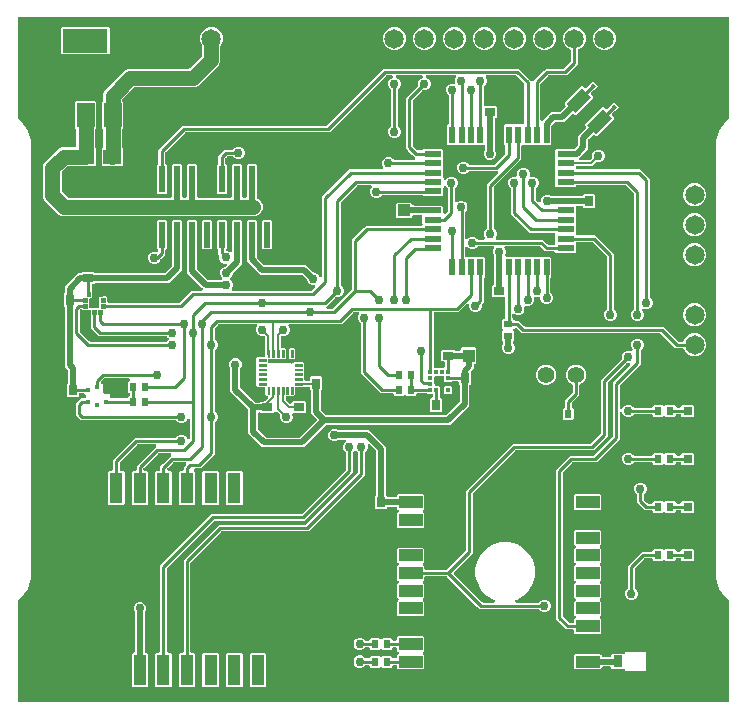
<source format=gbr>
G04 EAGLE Gerber RS-274X export*
G75*
%MOMM*%
%FSLAX34Y34*%
%LPD*%
%INTop Copper*%
%IPPOS*%
%AMOC8*
5,1,8,0,0,1.08239X$1,22.5*%
G01*
%ADD10R,0.700000X0.900000*%
%ADD11R,0.900000X0.700000*%
%ADD12R,1.000000X1.100000*%
%ADD13R,0.600000X0.700000*%
%ADD14R,0.400000X0.350000*%
%ADD15R,0.350000X0.400000*%
%ADD16C,0.031500*%
%ADD17R,2.000000X1.000000*%
%ADD18R,2.200000X1.050000*%
%ADD19R,0.800000X1.000000*%
%ADD20R,1.100000X2.800000*%
%ADD21R,1.100000X2.600000*%
%ADD22R,0.558800X2.184400*%
%ADD23C,1.650000*%
%ADD24R,1.100000X1.000000*%
%ADD25R,1.100000X1.900000*%
%ADD26R,0.250000X0.350000*%
%ADD27R,0.700000X0.600000*%
%ADD28R,0.800000X0.750000*%
%ADD29R,1.473200X0.508000*%
%ADD30R,0.508000X1.473200*%
%ADD31C,1.400000*%
%ADD32R,1.498600X2.006600*%
%ADD33R,3.810000X2.006600*%
%ADD34R,1.500000X1.300000*%
%ADD35C,0.055000*%
%ADD36R,0.400000X0.450000*%
%ADD37R,0.450000X0.400000*%
%ADD38C,0.508000*%
%ADD39C,0.756400*%
%ADD40C,0.254000*%
%ADD41C,1.270000*%
%ADD42C,0.203200*%
%ADD43C,0.152400*%

G36*
X600118Y10176D02*
X600118Y10176D01*
X600237Y10183D01*
X600275Y10196D01*
X600316Y10201D01*
X600426Y10244D01*
X600539Y10281D01*
X600574Y10303D01*
X600611Y10318D01*
X600707Y10387D01*
X600808Y10451D01*
X600836Y10481D01*
X600869Y10504D01*
X600945Y10596D01*
X601026Y10683D01*
X601046Y10718D01*
X601071Y10749D01*
X601122Y10857D01*
X601180Y10961D01*
X601190Y11001D01*
X601207Y11037D01*
X601229Y11154D01*
X601259Y11269D01*
X601263Y11329D01*
X601267Y11349D01*
X601265Y11370D01*
X601269Y11430D01*
X601269Y95681D01*
X601264Y95720D01*
X601267Y95760D01*
X601244Y95878D01*
X601229Y95997D01*
X601215Y96034D01*
X601208Y96072D01*
X601157Y96181D01*
X601112Y96292D01*
X601089Y96324D01*
X601072Y96360D01*
X600996Y96453D01*
X600926Y96550D01*
X600895Y96575D01*
X600870Y96605D01*
X600746Y96708D01*
X598407Y98407D01*
X592792Y106137D01*
X589839Y115223D01*
X589839Y484777D01*
X592792Y493863D01*
X598407Y501593D01*
X600746Y503292D01*
X600775Y503319D01*
X600808Y503340D01*
X600891Y503428D01*
X600978Y503510D01*
X600999Y503543D01*
X601026Y503572D01*
X601084Y503677D01*
X601148Y503778D01*
X601161Y503816D01*
X601180Y503850D01*
X601210Y503966D01*
X601247Y504081D01*
X601249Y504120D01*
X601259Y504158D01*
X601269Y504319D01*
X601269Y588570D01*
X601254Y588688D01*
X601247Y588807D01*
X601234Y588845D01*
X601229Y588886D01*
X601186Y588996D01*
X601149Y589109D01*
X601127Y589144D01*
X601112Y589181D01*
X601043Y589277D01*
X600979Y589378D01*
X600949Y589406D01*
X600926Y589439D01*
X600834Y589515D01*
X600747Y589596D01*
X600712Y589616D01*
X600681Y589641D01*
X600573Y589692D01*
X600469Y589750D01*
X600429Y589760D01*
X600393Y589777D01*
X600276Y589799D01*
X600161Y589829D01*
X600101Y589833D01*
X600081Y589837D01*
X600060Y589835D01*
X600000Y589839D01*
X0Y589839D01*
X-118Y589824D01*
X-237Y589817D01*
X-275Y589804D01*
X-316Y589799D01*
X-426Y589756D01*
X-539Y589719D01*
X-574Y589697D01*
X-611Y589682D01*
X-707Y589613D01*
X-808Y589549D01*
X-836Y589519D01*
X-869Y589496D01*
X-945Y589404D01*
X-1026Y589317D01*
X-1046Y589282D01*
X-1071Y589251D01*
X-1122Y589143D01*
X-1180Y589039D01*
X-1190Y588999D01*
X-1207Y588963D01*
X-1229Y588846D01*
X-1259Y588731D01*
X-1263Y588671D01*
X-1267Y588651D01*
X-1265Y588630D01*
X-1269Y588570D01*
X-1269Y504319D01*
X-1264Y504280D01*
X-1267Y504240D01*
X-1244Y504122D01*
X-1229Y504003D01*
X-1215Y503966D01*
X-1208Y503928D01*
X-1157Y503819D01*
X-1112Y503708D01*
X-1089Y503676D01*
X-1072Y503640D01*
X-996Y503547D01*
X-926Y503450D01*
X-895Y503425D01*
X-870Y503395D01*
X-746Y503292D01*
X1593Y501593D01*
X7208Y493863D01*
X10161Y484777D01*
X10161Y115223D01*
X7208Y106137D01*
X1593Y98407D01*
X-746Y96708D01*
X-775Y96681D01*
X-808Y96660D01*
X-890Y96573D01*
X-978Y96490D01*
X-999Y96457D01*
X-1026Y96428D01*
X-1084Y96323D01*
X-1148Y96222D01*
X-1161Y96184D01*
X-1180Y96150D01*
X-1210Y96034D01*
X-1247Y95919D01*
X-1249Y95880D01*
X-1259Y95842D01*
X-1269Y95681D01*
X-1269Y11430D01*
X-1254Y11312D01*
X-1247Y11193D01*
X-1234Y11155D01*
X-1229Y11114D01*
X-1186Y11004D01*
X-1149Y10891D01*
X-1127Y10856D01*
X-1112Y10819D01*
X-1043Y10723D01*
X-979Y10622D01*
X-949Y10594D01*
X-926Y10561D01*
X-834Y10485D01*
X-747Y10404D01*
X-712Y10384D01*
X-681Y10359D01*
X-573Y10308D01*
X-469Y10250D01*
X-429Y10240D01*
X-393Y10223D01*
X-276Y10201D01*
X-161Y10171D01*
X-101Y10167D01*
X-81Y10163D01*
X-60Y10165D01*
X0Y10161D01*
X600000Y10161D01*
X600118Y10176D01*
G37*
%LPC*%
G36*
X75948Y176775D02*
X75948Y176775D01*
X75055Y177668D01*
X75055Y204932D01*
X75948Y205825D01*
X78016Y205825D01*
X78134Y205840D01*
X78253Y205847D01*
X78291Y205860D01*
X78332Y205865D01*
X78442Y205908D01*
X78555Y205945D01*
X78590Y205967D01*
X78627Y205982D01*
X78723Y206051D01*
X78824Y206115D01*
X78852Y206145D01*
X78885Y206168D01*
X78961Y206260D01*
X79042Y206347D01*
X79062Y206382D01*
X79087Y206413D01*
X79138Y206521D01*
X79196Y206625D01*
X79206Y206665D01*
X79223Y206701D01*
X79245Y206818D01*
X79275Y206933D01*
X79279Y206993D01*
X79283Y207013D01*
X79281Y207034D01*
X79285Y207094D01*
X79285Y215318D01*
X97902Y233935D01*
X131924Y233935D01*
X132022Y233947D01*
X132121Y233950D01*
X132180Y233967D01*
X132240Y233975D01*
X132332Y234011D01*
X132427Y234039D01*
X132479Y234069D01*
X132535Y234092D01*
X132615Y234150D01*
X132701Y234200D01*
X132776Y234266D01*
X132793Y234278D01*
X132800Y234288D01*
X132822Y234306D01*
X134154Y235639D01*
X136104Y236447D01*
X138216Y236447D01*
X140166Y235639D01*
X141659Y234146D01*
X142083Y233121D01*
X142118Y233060D01*
X142144Y232996D01*
X142196Y232923D01*
X142241Y232845D01*
X142289Y232795D01*
X142330Y232738D01*
X142400Y232681D01*
X142462Y232616D01*
X142522Y232580D01*
X142575Y232535D01*
X142657Y232497D01*
X142733Y232450D01*
X142800Y232430D01*
X142863Y232400D01*
X142951Y232383D01*
X143037Y232357D01*
X143107Y232353D01*
X143176Y232340D01*
X143265Y232346D01*
X143355Y232341D01*
X143423Y232356D01*
X143493Y232360D01*
X143578Y232387D01*
X143666Y232406D01*
X143729Y232436D01*
X143795Y232458D01*
X143871Y232506D01*
X143952Y232545D01*
X144005Y232591D01*
X144064Y232628D01*
X144126Y232694D01*
X144194Y232752D01*
X144234Y232809D01*
X144282Y232860D01*
X144325Y232938D01*
X144377Y233012D01*
X144402Y233077D01*
X144436Y233138D01*
X144458Y233225D01*
X144490Y233309D01*
X144498Y233379D01*
X144515Y233446D01*
X144525Y233607D01*
X144525Y248993D01*
X144517Y249062D01*
X144518Y249132D01*
X144497Y249220D01*
X144485Y249309D01*
X144460Y249374D01*
X144443Y249442D01*
X144401Y249521D01*
X144368Y249604D01*
X144327Y249661D01*
X144295Y249723D01*
X144234Y249789D01*
X144182Y249862D01*
X144128Y249906D01*
X144081Y249958D01*
X144006Y250007D01*
X143937Y250065D01*
X143873Y250094D01*
X143815Y250133D01*
X143730Y250162D01*
X143649Y250200D01*
X143580Y250213D01*
X143514Y250236D01*
X143425Y250243D01*
X143337Y250260D01*
X143267Y250256D01*
X143197Y250261D01*
X143109Y250246D01*
X143019Y250240D01*
X142953Y250219D01*
X142884Y250207D01*
X142802Y250170D01*
X142717Y250142D01*
X142658Y250105D01*
X142594Y250076D01*
X142524Y250020D01*
X142448Y249972D01*
X142400Y249921D01*
X142346Y249878D01*
X142292Y249806D01*
X142230Y249740D01*
X142196Y249679D01*
X142154Y249623D01*
X142083Y249479D01*
X141659Y248454D01*
X140166Y246961D01*
X138216Y246153D01*
X136104Y246153D01*
X134154Y246961D01*
X132822Y248294D01*
X132743Y248354D01*
X132671Y248422D01*
X132618Y248451D01*
X132570Y248488D01*
X132480Y248528D01*
X132393Y248576D01*
X132334Y248591D01*
X132279Y248615D01*
X132181Y248630D01*
X132085Y248655D01*
X131985Y248661D01*
X131964Y248665D01*
X131952Y248663D01*
X131924Y248665D01*
X52182Y248665D01*
X48005Y252842D01*
X48005Y262778D01*
X52262Y267035D01*
X54403Y267035D01*
X54501Y267047D01*
X54600Y267050D01*
X54658Y267067D01*
X54718Y267075D01*
X54810Y267111D01*
X54905Y267139D01*
X54958Y267169D01*
X55014Y267192D01*
X55094Y267250D01*
X55179Y267300D01*
X55255Y267366D01*
X55271Y267378D01*
X55279Y267388D01*
X55300Y267406D01*
X56236Y268343D01*
X56309Y268437D01*
X56388Y268526D01*
X56406Y268562D01*
X56431Y268594D01*
X56479Y268703D01*
X56533Y268809D01*
X56541Y268848D01*
X56557Y268886D01*
X56576Y269003D01*
X56602Y269119D01*
X56601Y269160D01*
X56607Y269200D01*
X56596Y269318D01*
X56593Y269437D01*
X56581Y269476D01*
X56578Y269516D01*
X56537Y269628D01*
X56504Y269743D01*
X56484Y269778D01*
X56470Y269816D01*
X56403Y269914D01*
X56343Y270017D01*
X56303Y270062D01*
X56291Y270079D01*
X56276Y270092D01*
X56236Y270138D01*
X55220Y271154D01*
X55142Y271214D01*
X55070Y271282D01*
X55017Y271311D01*
X54969Y271348D01*
X54878Y271388D01*
X54791Y271436D01*
X54733Y271451D01*
X54677Y271475D01*
X54579Y271490D01*
X54483Y271515D01*
X54383Y271521D01*
X54363Y271525D01*
X54351Y271523D01*
X54323Y271525D01*
X51656Y271525D01*
X51538Y271510D01*
X51419Y271503D01*
X51381Y271490D01*
X51340Y271485D01*
X51230Y271442D01*
X51117Y271405D01*
X51082Y271383D01*
X51045Y271368D01*
X50949Y271299D01*
X50848Y271235D01*
X50820Y271205D01*
X50787Y271182D01*
X50711Y271090D01*
X50630Y271003D01*
X50610Y270968D01*
X50585Y270937D01*
X50534Y270829D01*
X50476Y270725D01*
X50466Y270685D01*
X50449Y270649D01*
X50427Y270532D01*
X50397Y270417D01*
X50393Y270356D01*
X50389Y270337D01*
X50391Y270316D01*
X50387Y270256D01*
X50387Y269188D01*
X49494Y268295D01*
X41230Y268295D01*
X40337Y269188D01*
X40337Y279452D01*
X40925Y280040D01*
X40986Y280118D01*
X41054Y280190D01*
X41083Y280243D01*
X41120Y280291D01*
X41160Y280382D01*
X41208Y280469D01*
X41223Y280527D01*
X41247Y280583D01*
X41262Y280681D01*
X41287Y280777D01*
X41293Y280877D01*
X41297Y280897D01*
X41295Y280909D01*
X41297Y280937D01*
X41297Y290249D01*
X41285Y290347D01*
X41282Y290446D01*
X41265Y290504D01*
X41257Y290564D01*
X41221Y290656D01*
X41193Y290751D01*
X41163Y290803D01*
X41140Y290860D01*
X41082Y290940D01*
X41032Y291025D01*
X40966Y291101D01*
X40954Y291117D01*
X40944Y291125D01*
X40926Y291146D01*
X38503Y293568D01*
X38503Y343903D01*
X38491Y344001D01*
X38488Y344100D01*
X38471Y344158D01*
X38463Y344218D01*
X38427Y344310D01*
X38399Y344405D01*
X38369Y344458D01*
X38346Y344514D01*
X38288Y344594D01*
X38238Y344679D01*
X38172Y344755D01*
X38160Y344771D01*
X38150Y344779D01*
X38131Y344800D01*
X37543Y345388D01*
X37543Y355652D01*
X38131Y356240D01*
X38192Y356318D01*
X38260Y356390D01*
X38289Y356443D01*
X38326Y356491D01*
X38366Y356582D01*
X38414Y356669D01*
X38429Y356727D01*
X38453Y356783D01*
X38468Y356881D01*
X38493Y356977D01*
X38499Y357077D01*
X38503Y357097D01*
X38501Y357109D01*
X38503Y357137D01*
X38503Y361752D01*
X49728Y372977D01*
X51803Y372977D01*
X51901Y372989D01*
X52000Y372992D01*
X52058Y373009D01*
X52118Y373017D01*
X52210Y373053D01*
X52305Y373081D01*
X52358Y373111D01*
X52414Y373134D01*
X52494Y373192D01*
X52579Y373242D01*
X52655Y373308D01*
X52671Y373320D01*
X52679Y373330D01*
X52700Y373349D01*
X53288Y373937D01*
X63552Y373937D01*
X64220Y373269D01*
X64298Y373208D01*
X64370Y373140D01*
X64423Y373111D01*
X64471Y373074D01*
X64562Y373034D01*
X64649Y372986D01*
X64707Y372971D01*
X64763Y372947D01*
X64861Y372932D01*
X64957Y372907D01*
X65057Y372901D01*
X65077Y372897D01*
X65089Y372899D01*
X65117Y372897D01*
X122783Y372897D01*
X122881Y372909D01*
X122980Y372912D01*
X123038Y372929D01*
X123098Y372937D01*
X123190Y372973D01*
X123285Y373001D01*
X123337Y373031D01*
X123394Y373054D01*
X123474Y373112D01*
X123559Y373162D01*
X123635Y373228D01*
X123651Y373240D01*
X123659Y373250D01*
X123680Y373268D01*
X128914Y378502D01*
X128974Y378580D01*
X129042Y378652D01*
X129071Y378705D01*
X129108Y378753D01*
X129148Y378844D01*
X129196Y378931D01*
X129211Y378989D01*
X129235Y379045D01*
X129250Y379143D01*
X129275Y379239D01*
X129281Y379339D01*
X129285Y379359D01*
X129283Y379371D01*
X129285Y379399D01*
X129285Y393305D01*
X129273Y393403D01*
X129270Y393502D01*
X129253Y393560D01*
X129245Y393620D01*
X129209Y393712D01*
X129181Y393807D01*
X129151Y393860D01*
X129128Y393916D01*
X129070Y393996D01*
X129031Y394062D01*
X129031Y417192D01*
X129924Y418085D01*
X136776Y418085D01*
X137669Y417192D01*
X137669Y394063D01*
X137658Y394052D01*
X137629Y393999D01*
X137592Y393951D01*
X137552Y393860D01*
X137504Y393773D01*
X137489Y393715D01*
X137465Y393659D01*
X137450Y393561D01*
X137425Y393465D01*
X137419Y393365D01*
X137415Y393345D01*
X137417Y393333D01*
X137415Y393305D01*
X137415Y375506D01*
X126676Y364767D01*
X64957Y364767D01*
X64859Y364755D01*
X64760Y364752D01*
X64702Y364735D01*
X64642Y364727D01*
X64550Y364691D01*
X64455Y364663D01*
X64402Y364633D01*
X64346Y364610D01*
X64266Y364552D01*
X64181Y364502D01*
X64105Y364436D01*
X64089Y364424D01*
X64081Y364414D01*
X64060Y364395D01*
X63552Y363887D01*
X62564Y363887D01*
X62446Y363872D01*
X62327Y363865D01*
X62289Y363852D01*
X62248Y363847D01*
X62138Y363804D01*
X62025Y363767D01*
X61990Y363745D01*
X61953Y363730D01*
X61857Y363661D01*
X61756Y363597D01*
X61728Y363567D01*
X61695Y363544D01*
X61619Y363452D01*
X61538Y363365D01*
X61518Y363330D01*
X61493Y363299D01*
X61442Y363191D01*
X61384Y363087D01*
X61374Y363047D01*
X61357Y363011D01*
X61335Y362894D01*
X61305Y362779D01*
X61301Y362719D01*
X61297Y362699D01*
X61299Y362678D01*
X61295Y362618D01*
X61295Y359075D01*
X61307Y358977D01*
X61310Y358878D01*
X61327Y358820D01*
X61335Y358759D01*
X61371Y358667D01*
X61399Y358572D01*
X61429Y358520D01*
X61452Y358464D01*
X61510Y358384D01*
X61560Y358298D01*
X61626Y358223D01*
X61638Y358206D01*
X61648Y358199D01*
X61667Y358177D01*
X61775Y358069D01*
X61775Y353191D01*
X60789Y352205D01*
X60394Y352205D01*
X60276Y352190D01*
X60157Y352183D01*
X60119Y352170D01*
X60078Y352165D01*
X59968Y352122D01*
X59855Y352085D01*
X59820Y352063D01*
X59783Y352048D01*
X59687Y351979D01*
X59586Y351915D01*
X59558Y351885D01*
X59525Y351862D01*
X59449Y351770D01*
X59368Y351683D01*
X59348Y351648D01*
X59323Y351617D01*
X59272Y351509D01*
X59214Y351405D01*
X59204Y351365D01*
X59187Y351329D01*
X59165Y351212D01*
X59135Y351097D01*
X59131Y351037D01*
X59127Y351017D01*
X59129Y350996D01*
X59125Y350936D01*
X59125Y344733D01*
X59142Y344595D01*
X59155Y344457D01*
X59162Y344438D01*
X59165Y344417D01*
X59216Y344288D01*
X59263Y344157D01*
X59274Y344141D01*
X59282Y344122D01*
X59363Y344009D01*
X59441Y343894D01*
X59457Y343881D01*
X59468Y343864D01*
X59576Y343776D01*
X59680Y343684D01*
X59698Y343675D01*
X59713Y343662D01*
X59839Y343602D01*
X59963Y343539D01*
X59983Y343535D01*
X60001Y343526D01*
X60137Y343500D01*
X60273Y343469D01*
X60294Y343470D01*
X60313Y343466D01*
X60452Y343475D01*
X60591Y343479D01*
X60611Y343485D01*
X60631Y343486D01*
X60763Y343529D01*
X60897Y343568D01*
X60914Y343578D01*
X60933Y343584D01*
X61051Y343659D01*
X61171Y343729D01*
X61192Y343748D01*
X61202Y343754D01*
X61203Y343755D01*
X66606Y343755D01*
X66724Y343770D01*
X66843Y343777D01*
X66881Y343790D01*
X66922Y343795D01*
X67032Y343838D01*
X67145Y343875D01*
X67180Y343897D01*
X67217Y343912D01*
X67313Y343981D01*
X67414Y344045D01*
X67442Y344075D01*
X67475Y344098D01*
X67551Y344190D01*
X67632Y344277D01*
X67652Y344312D01*
X67677Y344343D01*
X67728Y344451D01*
X67786Y344555D01*
X67796Y344595D01*
X67813Y344631D01*
X67835Y344748D01*
X67865Y344863D01*
X67869Y344923D01*
X67873Y344943D01*
X67871Y344964D01*
X67875Y345024D01*
X67875Y352919D01*
X68861Y353905D01*
X73439Y353905D01*
X74425Y352919D01*
X74425Y349544D01*
X74440Y349426D01*
X74447Y349307D01*
X74460Y349269D01*
X74465Y349228D01*
X74508Y349118D01*
X74545Y349005D01*
X74567Y348970D01*
X74582Y348933D01*
X74651Y348837D01*
X74715Y348736D01*
X74745Y348708D01*
X74768Y348675D01*
X74860Y348599D01*
X74947Y348518D01*
X74982Y348498D01*
X75013Y348473D01*
X75121Y348422D01*
X75225Y348364D01*
X75265Y348354D01*
X75301Y348337D01*
X75418Y348315D01*
X75533Y348285D01*
X75593Y348281D01*
X75613Y348277D01*
X75634Y348279D01*
X75694Y348275D01*
X135517Y348275D01*
X135615Y348287D01*
X135714Y348290D01*
X135772Y348307D01*
X135832Y348315D01*
X135924Y348351D01*
X136019Y348379D01*
X136072Y348409D01*
X136128Y348432D01*
X136208Y348490D01*
X136293Y348540D01*
X136369Y348606D01*
X136385Y348618D01*
X136393Y348628D01*
X136414Y348646D01*
X146162Y358395D01*
X154001Y358395D01*
X154138Y358412D01*
X154277Y358425D01*
X154296Y358432D01*
X154316Y358435D01*
X154445Y358486D01*
X154576Y358533D01*
X154593Y358544D01*
X154612Y358552D01*
X154724Y358633D01*
X154839Y358711D01*
X154853Y358727D01*
X154869Y358738D01*
X154958Y358846D01*
X155050Y358950D01*
X155059Y358968D01*
X155072Y358983D01*
X155131Y359109D01*
X155194Y359233D01*
X155199Y359253D01*
X155208Y359271D01*
X155234Y359407D01*
X155264Y359543D01*
X155264Y359564D01*
X155267Y359583D01*
X155259Y359722D01*
X155254Y359861D01*
X155249Y359881D01*
X155248Y359901D01*
X155205Y360033D01*
X155166Y360167D01*
X155156Y360184D01*
X155150Y360203D01*
X155075Y360321D01*
X155005Y360441D01*
X154986Y360462D01*
X154979Y360472D01*
X154965Y360486D01*
X154898Y360561D01*
X144738Y370722D01*
X141985Y373474D01*
X141985Y393305D01*
X141973Y393403D01*
X141970Y393502D01*
X141953Y393560D01*
X141945Y393620D01*
X141909Y393712D01*
X141881Y393807D01*
X141851Y393860D01*
X141828Y393916D01*
X141770Y393996D01*
X141731Y394062D01*
X141731Y417192D01*
X142624Y418085D01*
X149476Y418085D01*
X150369Y417192D01*
X150369Y394063D01*
X150358Y394052D01*
X150329Y393999D01*
X150292Y393951D01*
X150252Y393860D01*
X150204Y393773D01*
X150189Y393715D01*
X150165Y393659D01*
X150150Y393561D01*
X150125Y393465D01*
X150119Y393365D01*
X150115Y393345D01*
X150117Y393333D01*
X150115Y393305D01*
X150115Y377367D01*
X150127Y377269D01*
X150130Y377170D01*
X150147Y377112D01*
X150155Y377052D01*
X150191Y376960D01*
X150219Y376865D01*
X150249Y376813D01*
X150272Y376756D01*
X150330Y376676D01*
X150380Y376591D01*
X150446Y376515D01*
X150458Y376499D01*
X150468Y376491D01*
X150486Y376470D01*
X159300Y367656D01*
X159378Y367596D01*
X159450Y367528D01*
X159503Y367499D01*
X159551Y367462D01*
X159642Y367422D01*
X159729Y367374D01*
X159787Y367359D01*
X159843Y367335D01*
X159941Y367320D01*
X160037Y367295D01*
X160137Y367289D01*
X160157Y367285D01*
X160169Y367287D01*
X160197Y367285D01*
X170786Y367285D01*
X170924Y367302D01*
X171063Y367315D01*
X171082Y367322D01*
X171102Y367325D01*
X171231Y367376D01*
X171362Y367423D01*
X171379Y367434D01*
X171397Y367442D01*
X171510Y367523D01*
X171625Y367601D01*
X171638Y367617D01*
X171655Y367628D01*
X171744Y367736D01*
X171835Y367840D01*
X171845Y367858D01*
X171858Y367873D01*
X171917Y367999D01*
X171980Y368123D01*
X171984Y368143D01*
X171993Y368161D01*
X172019Y368298D01*
X172050Y368433D01*
X172049Y368454D01*
X172053Y368473D01*
X172044Y368612D01*
X172040Y368751D01*
X172034Y368771D01*
X172033Y368791D01*
X171990Y368923D01*
X171952Y369057D01*
X171941Y369074D01*
X171935Y369093D01*
X171861Y369211D01*
X171790Y369331D01*
X171771Y369352D01*
X171765Y369362D01*
X171750Y369376D01*
X171684Y369451D01*
X170761Y370374D01*
X169953Y372324D01*
X169953Y374436D01*
X170761Y376386D01*
X172254Y377879D01*
X174204Y378687D01*
X174293Y378687D01*
X174390Y378699D01*
X174489Y378702D01*
X174547Y378719D01*
X174608Y378727D01*
X174700Y378763D01*
X174794Y378790D01*
X174847Y378821D01*
X174904Y378844D01*
X174983Y378901D01*
X175068Y378951D01*
X175145Y379019D01*
X175161Y379030D01*
X175169Y379040D01*
X175173Y379044D01*
X175177Y379046D01*
X175179Y379049D01*
X175189Y379058D01*
X175205Y379074D01*
X175291Y379184D01*
X175380Y379291D01*
X175388Y379309D01*
X175400Y379325D01*
X175456Y379453D01*
X175516Y379579D01*
X175519Y379598D01*
X175527Y379616D01*
X175549Y379754D01*
X175575Y379891D01*
X175574Y379911D01*
X175577Y379930D01*
X175564Y380070D01*
X175556Y380209D01*
X175549Y380228D01*
X175548Y380247D01*
X175501Y380379D01*
X175458Y380511D01*
X175447Y380528D01*
X175440Y380547D01*
X175362Y380662D01*
X175287Y380780D01*
X175273Y380794D01*
X175262Y380810D01*
X175158Y380902D01*
X175056Y380998D01*
X175038Y381008D01*
X175024Y381021D01*
X174900Y381084D01*
X174777Y381152D01*
X174758Y381156D01*
X174741Y381165D01*
X174604Y381196D01*
X174469Y381231D01*
X174442Y381233D01*
X174430Y381235D01*
X174410Y381235D01*
X174309Y381241D01*
X173736Y381241D01*
X171786Y382049D01*
X170293Y383542D01*
X169485Y385492D01*
X169485Y387377D01*
X169473Y387475D01*
X169470Y387574D01*
X169453Y387632D01*
X169445Y387692D01*
X169409Y387784D01*
X169381Y387879D01*
X169351Y387932D01*
X169328Y387988D01*
X169270Y388068D01*
X169220Y388153D01*
X169154Y388229D01*
X169142Y388245D01*
X169132Y388253D01*
X169114Y388274D01*
X168655Y388732D01*
X168655Y392035D01*
X168643Y392133D01*
X168640Y392232D01*
X168623Y392290D01*
X168615Y392350D01*
X168579Y392442D01*
X168551Y392537D01*
X168521Y392590D01*
X168498Y392646D01*
X168440Y392726D01*
X168390Y392811D01*
X168324Y392887D01*
X168312Y392903D01*
X168302Y392911D01*
X168284Y392932D01*
X167131Y394084D01*
X167131Y417192D01*
X168024Y418085D01*
X174876Y418085D01*
X175769Y417192D01*
X175769Y394084D01*
X175558Y393874D01*
X175528Y393835D01*
X175491Y393801D01*
X175431Y393710D01*
X175363Y393623D01*
X175344Y393577D01*
X175316Y393536D01*
X175281Y393432D01*
X175237Y393331D01*
X175229Y393282D01*
X175213Y393235D01*
X175204Y393126D01*
X175187Y393017D01*
X175192Y392967D01*
X175188Y392918D01*
X175207Y392810D01*
X175217Y392700D01*
X175234Y392654D01*
X175242Y392605D01*
X175288Y392504D01*
X175325Y392401D01*
X175353Y392360D01*
X175373Y392315D01*
X175442Y392229D01*
X175503Y392138D01*
X175540Y392105D01*
X175572Y392066D01*
X175659Y392000D01*
X175742Y391927D01*
X175786Y391905D01*
X175826Y391875D01*
X175970Y391804D01*
X177798Y391047D01*
X177918Y390926D01*
X178028Y390841D01*
X178135Y390752D01*
X178154Y390744D01*
X178170Y390731D01*
X178298Y390676D01*
X178423Y390617D01*
X178443Y390613D01*
X178462Y390605D01*
X178599Y390583D01*
X178736Y390557D01*
X178756Y390558D01*
X178776Y390555D01*
X178914Y390568D01*
X179053Y390577D01*
X179072Y390583D01*
X179092Y390585D01*
X179223Y390632D01*
X179355Y390675D01*
X179373Y390686D01*
X179392Y390693D01*
X179507Y390771D01*
X179624Y390845D01*
X179638Y390860D01*
X179655Y390871D01*
X179747Y390975D01*
X179842Y391077D01*
X179852Y391094D01*
X179865Y391110D01*
X179929Y391234D01*
X179996Y391355D01*
X180001Y391375D01*
X180010Y391393D01*
X180040Y391529D01*
X180075Y391663D01*
X180077Y391691D01*
X180080Y391703D01*
X180079Y391724D01*
X180085Y391824D01*
X180085Y393305D01*
X180073Y393403D01*
X180070Y393502D01*
X180053Y393560D01*
X180045Y393620D01*
X180009Y393712D01*
X179981Y393807D01*
X179951Y393860D01*
X179928Y393916D01*
X179870Y393996D01*
X179831Y394062D01*
X179831Y417192D01*
X180724Y418085D01*
X187576Y418085D01*
X188469Y417192D01*
X188469Y394063D01*
X188458Y394052D01*
X188429Y393999D01*
X188392Y393951D01*
X188352Y393860D01*
X188304Y393773D01*
X188289Y393715D01*
X188265Y393659D01*
X188250Y393561D01*
X188225Y393465D01*
X188219Y393365D01*
X188215Y393345D01*
X188217Y393333D01*
X188215Y393305D01*
X188215Y380586D01*
X180938Y373310D01*
X180878Y373232D01*
X180810Y373160D01*
X180781Y373107D01*
X180744Y373059D01*
X180704Y372968D01*
X180656Y372881D01*
X180641Y372823D01*
X180617Y372767D01*
X180602Y372669D01*
X180577Y372573D01*
X180571Y372473D01*
X180567Y372453D01*
X180569Y372441D01*
X180567Y372413D01*
X180567Y372324D01*
X179759Y370374D01*
X178582Y369197D01*
X178509Y369103D01*
X178431Y369014D01*
X178412Y368978D01*
X178387Y368946D01*
X178340Y368837D01*
X178286Y368731D01*
X178277Y368692D01*
X178261Y368654D01*
X178242Y368537D01*
X178216Y368421D01*
X178218Y368380D01*
X178211Y368340D01*
X178222Y368222D01*
X178226Y368103D01*
X178237Y368064D01*
X178241Y368024D01*
X178281Y367912D01*
X178314Y367797D01*
X178335Y367762D01*
X178349Y367724D01*
X178416Y367626D01*
X178476Y367523D01*
X178516Y367478D01*
X178527Y367461D01*
X178543Y367448D01*
X178582Y367402D01*
X179759Y366226D01*
X180567Y364276D01*
X180567Y362164D01*
X179732Y360150D01*
X179719Y360102D01*
X179698Y360057D01*
X179677Y359949D01*
X179648Y359843D01*
X179647Y359793D01*
X179638Y359744D01*
X179645Y359635D01*
X179643Y359525D01*
X179655Y359477D01*
X179658Y359427D01*
X179692Y359323D01*
X179717Y359216D01*
X179741Y359172D01*
X179756Y359125D01*
X179815Y359032D01*
X179866Y358935D01*
X179899Y358898D01*
X179926Y358856D01*
X180006Y358781D01*
X180080Y358699D01*
X180122Y358672D01*
X180158Y358638D01*
X180254Y358585D01*
X180346Y358525D01*
X180393Y358508D01*
X180436Y358484D01*
X180542Y358457D01*
X180647Y358421D01*
X180696Y358417D01*
X180744Y358405D01*
X180905Y358395D01*
X247237Y358395D01*
X247335Y358407D01*
X247434Y358410D01*
X247492Y358427D01*
X247552Y358435D01*
X247644Y358471D01*
X247739Y358499D01*
X247792Y358529D01*
X247848Y358552D01*
X247928Y358610D01*
X248013Y358660D01*
X248089Y358726D01*
X248105Y358738D01*
X248113Y358748D01*
X248134Y358766D01*
X250194Y360827D01*
X250279Y360936D01*
X250368Y361043D01*
X250377Y361062D01*
X250389Y361078D01*
X250445Y361206D01*
X250504Y361331D01*
X250507Y361351D01*
X250515Y361370D01*
X250537Y361508D01*
X250563Y361644D01*
X250562Y361664D01*
X250565Y361684D01*
X250552Y361823D01*
X250544Y361961D01*
X250537Y361980D01*
X250536Y362000D01*
X250488Y362132D01*
X250446Y362263D01*
X250435Y362281D01*
X250428Y362300D01*
X250350Y362415D01*
X250275Y362532D01*
X250261Y362546D01*
X250249Y362563D01*
X250145Y362655D01*
X250044Y362750D01*
X250026Y362760D01*
X250011Y362773D01*
X249887Y362837D01*
X249765Y362904D01*
X249746Y362909D01*
X249728Y362918D01*
X249592Y362948D01*
X249457Y362983D01*
X249429Y362985D01*
X249417Y362988D01*
X249397Y362987D01*
X249297Y362993D01*
X247864Y362993D01*
X245914Y363801D01*
X244421Y365294D01*
X243613Y367244D01*
X243613Y367333D01*
X243601Y367431D01*
X243598Y367530D01*
X243581Y367588D01*
X243573Y367648D01*
X243537Y367740D01*
X243509Y367835D01*
X243479Y367887D01*
X243456Y367944D01*
X243398Y368024D01*
X243348Y368109D01*
X243282Y368185D01*
X243270Y368201D01*
X243260Y368209D01*
X243242Y368230D01*
X239988Y371484D01*
X239910Y371544D01*
X239838Y371612D01*
X239785Y371641D01*
X239737Y371678D01*
X239646Y371718D01*
X239559Y371766D01*
X239501Y371781D01*
X239445Y371805D01*
X239347Y371820D01*
X239251Y371845D01*
X239151Y371851D01*
X239131Y371855D01*
X239119Y371853D01*
X239091Y371855D01*
X204056Y371855D01*
X201304Y374608D01*
X195538Y380374D01*
X192785Y383126D01*
X192785Y393305D01*
X192773Y393403D01*
X192770Y393502D01*
X192753Y393560D01*
X192745Y393620D01*
X192709Y393712D01*
X192681Y393807D01*
X192651Y393860D01*
X192628Y393916D01*
X192570Y393996D01*
X192531Y394062D01*
X192531Y417192D01*
X193424Y418085D01*
X200276Y418085D01*
X201169Y417192D01*
X201169Y394063D01*
X201158Y394052D01*
X201129Y393999D01*
X201092Y393951D01*
X201052Y393860D01*
X201004Y393773D01*
X200989Y393715D01*
X200965Y393659D01*
X200950Y393561D01*
X200925Y393465D01*
X200919Y393365D01*
X200915Y393345D01*
X200917Y393333D01*
X200915Y393305D01*
X200915Y387019D01*
X200927Y386921D01*
X200930Y386822D01*
X200947Y386764D01*
X200955Y386704D01*
X200991Y386612D01*
X201019Y386517D01*
X201049Y386464D01*
X201072Y386408D01*
X201130Y386328D01*
X201180Y386243D01*
X201246Y386167D01*
X201258Y386151D01*
X201268Y386143D01*
X201286Y386122D01*
X207052Y380356D01*
X207130Y380296D01*
X207202Y380228D01*
X207255Y380199D01*
X207303Y380162D01*
X207394Y380122D01*
X207481Y380074D01*
X207539Y380059D01*
X207595Y380035D01*
X207693Y380020D01*
X207789Y379995D01*
X207889Y379989D01*
X207909Y379985D01*
X207921Y379987D01*
X207949Y379985D01*
X242984Y379985D01*
X248990Y373978D01*
X249068Y373918D01*
X249140Y373850D01*
X249193Y373821D01*
X249241Y373784D01*
X249332Y373744D01*
X249419Y373696D01*
X249477Y373681D01*
X249533Y373657D01*
X249631Y373642D01*
X249727Y373617D01*
X249827Y373611D01*
X249847Y373607D01*
X249859Y373609D01*
X249887Y373607D01*
X249976Y373607D01*
X251926Y372799D01*
X253419Y371306D01*
X253843Y370281D01*
X253878Y370220D01*
X253904Y370156D01*
X253956Y370083D01*
X254001Y370005D01*
X254049Y369955D01*
X254090Y369898D01*
X254160Y369841D01*
X254222Y369776D01*
X254282Y369740D01*
X254335Y369695D01*
X254417Y369657D01*
X254493Y369610D01*
X254560Y369590D01*
X254623Y369560D01*
X254711Y369543D01*
X254797Y369517D01*
X254867Y369513D01*
X254936Y369500D01*
X255025Y369506D01*
X255115Y369501D01*
X255183Y369516D01*
X255253Y369520D01*
X255338Y369547D01*
X255426Y369566D01*
X255489Y369596D01*
X255555Y369618D01*
X255631Y369666D01*
X255712Y369705D01*
X255765Y369751D01*
X255824Y369788D01*
X255886Y369854D01*
X255954Y369912D01*
X255994Y369969D01*
X256042Y370020D01*
X256085Y370098D01*
X256137Y370172D01*
X256162Y370237D01*
X256196Y370298D01*
X256218Y370385D01*
X256250Y370469D01*
X256258Y370539D01*
X256275Y370606D01*
X256285Y370767D01*
X256285Y438038D01*
X279382Y461135D01*
X307060Y461135D01*
X307198Y461152D01*
X307337Y461165D01*
X307356Y461172D01*
X307376Y461175D01*
X307505Y461226D01*
X307636Y461273D01*
X307653Y461284D01*
X307671Y461292D01*
X307783Y461373D01*
X307899Y461451D01*
X307912Y461467D01*
X307929Y461478D01*
X308018Y461586D01*
X308109Y461690D01*
X308119Y461708D01*
X308132Y461723D01*
X308191Y461849D01*
X308254Y461973D01*
X308258Y461993D01*
X308267Y462011D01*
X308293Y462148D01*
X308324Y462283D01*
X308323Y462304D01*
X308327Y462323D01*
X308318Y462462D01*
X308314Y462601D01*
X308308Y462621D01*
X308307Y462641D01*
X308264Y462773D01*
X308226Y462907D01*
X308215Y462924D01*
X308209Y462943D01*
X308135Y463061D01*
X308064Y463181D01*
X308045Y463202D01*
X308039Y463212D01*
X308024Y463226D01*
X307958Y463302D01*
X307921Y463338D01*
X307113Y465288D01*
X307113Y467400D01*
X307921Y469350D01*
X309414Y470843D01*
X311364Y471651D01*
X313476Y471651D01*
X315426Y470843D01*
X316762Y469506D01*
X316841Y469446D01*
X316913Y469378D01*
X316966Y469349D01*
X317014Y469312D01*
X317105Y469272D01*
X317191Y469224D01*
X317250Y469209D01*
X317306Y469185D01*
X317403Y469170D01*
X317499Y469145D01*
X317599Y469139D01*
X317620Y469135D01*
X317632Y469137D01*
X317660Y469135D01*
X334109Y469135D01*
X334246Y469152D01*
X334385Y469165D01*
X334404Y469172D01*
X334424Y469175D01*
X334553Y469226D01*
X334684Y469273D01*
X334701Y469284D01*
X334720Y469292D01*
X334832Y469373D01*
X334947Y469451D01*
X334961Y469467D01*
X334977Y469478D01*
X335066Y469586D01*
X335158Y469690D01*
X335167Y469708D01*
X335180Y469723D01*
X335239Y469849D01*
X335303Y469973D01*
X335307Y469993D01*
X335316Y470011D01*
X335342Y470147D01*
X335372Y470283D01*
X335372Y470304D01*
X335375Y470323D01*
X335367Y470462D01*
X335363Y470601D01*
X335357Y470621D01*
X335356Y470641D01*
X335313Y470773D01*
X335274Y470907D01*
X335264Y470924D01*
X335258Y470943D01*
X335183Y471061D01*
X335113Y471181D01*
X335094Y471202D01*
X335087Y471212D01*
X335072Y471226D01*
X335006Y471301D01*
X332754Y473554D01*
X329414Y476894D01*
X327405Y478902D01*
X327405Y521858D01*
X337222Y531674D01*
X337282Y531752D01*
X337350Y531824D01*
X337379Y531877D01*
X337416Y531925D01*
X337456Y532016D01*
X337504Y532103D01*
X337519Y532161D01*
X337543Y532217D01*
X337558Y532315D01*
X337583Y532411D01*
X337589Y532511D01*
X337593Y532531D01*
X337591Y532543D01*
X337593Y532571D01*
X337593Y534456D01*
X338401Y536406D01*
X339894Y537899D01*
X340919Y538323D01*
X340980Y538358D01*
X341044Y538384D01*
X341117Y538436D01*
X341195Y538481D01*
X341245Y538529D01*
X341302Y538570D01*
X341359Y538640D01*
X341424Y538702D01*
X341460Y538762D01*
X341505Y538815D01*
X341543Y538897D01*
X341590Y538973D01*
X341610Y539040D01*
X341640Y539103D01*
X341657Y539191D01*
X341684Y539277D01*
X341687Y539347D01*
X341700Y539416D01*
X341694Y539505D01*
X341699Y539595D01*
X341685Y539663D01*
X341680Y539733D01*
X341653Y539818D01*
X341634Y539906D01*
X341604Y539969D01*
X341582Y540035D01*
X341534Y540111D01*
X341495Y540192D01*
X341449Y540245D01*
X341412Y540304D01*
X341347Y540366D01*
X341288Y540434D01*
X341231Y540474D01*
X341180Y540522D01*
X341102Y540565D01*
X341028Y540617D01*
X340963Y540642D01*
X340902Y540676D01*
X340815Y540698D01*
X340731Y540730D01*
X340662Y540738D01*
X340594Y540755D01*
X340433Y540765D01*
X319967Y540765D01*
X319898Y540757D01*
X319828Y540758D01*
X319740Y540737D01*
X319651Y540725D01*
X319586Y540700D01*
X319518Y540683D01*
X319439Y540641D01*
X319356Y540608D01*
X319299Y540567D01*
X319237Y540535D01*
X319171Y540474D01*
X319098Y540422D01*
X319054Y540368D01*
X319002Y540321D01*
X318953Y540246D01*
X318895Y540177D01*
X318866Y540113D01*
X318827Y540055D01*
X318798Y539970D01*
X318760Y539889D01*
X318747Y539820D01*
X318724Y539754D01*
X318717Y539665D01*
X318700Y539577D01*
X318704Y539507D01*
X318699Y539437D01*
X318714Y539349D01*
X318720Y539259D01*
X318741Y539193D01*
X318753Y539124D01*
X318790Y539042D01*
X318818Y538957D01*
X318855Y538898D01*
X318884Y538834D01*
X318940Y538764D01*
X318988Y538688D01*
X319039Y538640D01*
X319082Y538586D01*
X319154Y538531D01*
X319220Y538470D01*
X319281Y538436D01*
X319337Y538394D01*
X319481Y538323D01*
X320506Y537899D01*
X321999Y536406D01*
X322807Y534456D01*
X322807Y532344D01*
X321999Y530394D01*
X320666Y529062D01*
X320606Y528983D01*
X320538Y528911D01*
X320509Y528858D01*
X320472Y528810D01*
X320432Y528719D01*
X320384Y528633D01*
X320369Y528574D01*
X320345Y528518D01*
X320330Y528421D01*
X320305Y528325D01*
X320299Y528225D01*
X320295Y528204D01*
X320297Y528192D01*
X320295Y528164D01*
X320295Y497996D01*
X320307Y497898D01*
X320310Y497799D01*
X320327Y497740D01*
X320335Y497680D01*
X320371Y497588D01*
X320399Y497493D01*
X320429Y497441D01*
X320452Y497385D01*
X320510Y497305D01*
X320560Y497219D01*
X320626Y497144D01*
X320638Y497127D01*
X320648Y497120D01*
X320666Y497098D01*
X321999Y495766D01*
X322807Y493816D01*
X322807Y491704D01*
X321999Y489754D01*
X320506Y488261D01*
X318556Y487453D01*
X316444Y487453D01*
X314494Y488261D01*
X313001Y489754D01*
X312193Y491704D01*
X312193Y493816D01*
X313001Y495766D01*
X314334Y497098D01*
X314394Y497177D01*
X314462Y497249D01*
X314491Y497302D01*
X314528Y497350D01*
X314568Y497441D01*
X314616Y497527D01*
X314631Y497586D01*
X314655Y497642D01*
X314670Y497739D01*
X314695Y497835D01*
X314701Y497935D01*
X314705Y497956D01*
X314703Y497968D01*
X314705Y497996D01*
X314705Y528164D01*
X314693Y528262D01*
X314690Y528361D01*
X314673Y528420D01*
X314665Y528480D01*
X314629Y528572D01*
X314601Y528667D01*
X314571Y528719D01*
X314548Y528775D01*
X314490Y528855D01*
X314440Y528941D01*
X314374Y529016D01*
X314362Y529033D01*
X314352Y529040D01*
X314334Y529062D01*
X313001Y530394D01*
X312193Y532344D01*
X312193Y534456D01*
X313001Y536406D01*
X314494Y537899D01*
X315519Y538323D01*
X315580Y538358D01*
X315644Y538384D01*
X315717Y538436D01*
X315795Y538481D01*
X315845Y538529D01*
X315902Y538570D01*
X315959Y538640D01*
X316024Y538702D01*
X316060Y538762D01*
X316105Y538815D01*
X316143Y538897D01*
X316190Y538973D01*
X316210Y539040D01*
X316240Y539103D01*
X316257Y539191D01*
X316283Y539277D01*
X316287Y539347D01*
X316300Y539416D01*
X316294Y539505D01*
X316299Y539595D01*
X316284Y539663D01*
X316280Y539733D01*
X316253Y539818D01*
X316234Y539906D01*
X316204Y539969D01*
X316182Y540035D01*
X316134Y540111D01*
X316095Y540192D01*
X316049Y540245D01*
X316012Y540304D01*
X315946Y540366D01*
X315888Y540434D01*
X315831Y540474D01*
X315780Y540522D01*
X315702Y540565D01*
X315628Y540617D01*
X315563Y540642D01*
X315502Y540676D01*
X315415Y540698D01*
X315331Y540730D01*
X315261Y540738D01*
X315194Y540755D01*
X315033Y540765D01*
X311563Y540765D01*
X311465Y540753D01*
X311366Y540750D01*
X311308Y540733D01*
X311248Y540725D01*
X311156Y540689D01*
X311061Y540661D01*
X311008Y540631D01*
X310952Y540608D01*
X310872Y540550D01*
X310787Y540500D01*
X310711Y540434D01*
X310695Y540422D01*
X310687Y540412D01*
X310666Y540394D01*
X262778Y492505D01*
X141383Y492505D01*
X141285Y492493D01*
X141186Y492490D01*
X141128Y492473D01*
X141068Y492465D01*
X140976Y492429D01*
X140881Y492401D01*
X140828Y492371D01*
X140772Y492348D01*
X140692Y492290D01*
X140607Y492240D01*
X140531Y492174D01*
X140515Y492162D01*
X140507Y492152D01*
X140486Y492134D01*
X123816Y475464D01*
X123756Y475386D01*
X123688Y475314D01*
X123659Y475261D01*
X123622Y475213D01*
X123582Y475122D01*
X123534Y475035D01*
X123519Y474977D01*
X123495Y474921D01*
X123480Y474823D01*
X123455Y474727D01*
X123449Y474627D01*
X123445Y474607D01*
X123447Y474595D01*
X123445Y474567D01*
X123445Y466485D01*
X123457Y466387D01*
X123460Y466288D01*
X123477Y466230D01*
X123485Y466170D01*
X123521Y466078D01*
X123549Y465983D01*
X123579Y465930D01*
X123602Y465874D01*
X123660Y465794D01*
X123710Y465709D01*
X123776Y465633D01*
X123788Y465617D01*
X123798Y465609D01*
X123816Y465588D01*
X124969Y464436D01*
X124969Y441328D01*
X124076Y440435D01*
X117224Y440435D01*
X116331Y441328D01*
X116331Y464436D01*
X117484Y465588D01*
X117544Y465666D01*
X117612Y465738D01*
X117641Y465791D01*
X117678Y465839D01*
X117718Y465930D01*
X117766Y466017D01*
X117781Y466075D01*
X117805Y466131D01*
X117820Y466229D01*
X117845Y466325D01*
X117851Y466424D01*
X117855Y466445D01*
X117853Y466457D01*
X117855Y466485D01*
X117855Y477408D01*
X138542Y498095D01*
X259937Y498095D01*
X260035Y498107D01*
X260134Y498110D01*
X260192Y498127D01*
X260252Y498135D01*
X260344Y498171D01*
X260439Y498199D01*
X260492Y498229D01*
X260548Y498252D01*
X260628Y498310D01*
X260713Y498360D01*
X260789Y498426D01*
X260805Y498438D01*
X260813Y498448D01*
X260834Y498466D01*
X308722Y546355D01*
X422798Y546355D01*
X433443Y535710D01*
X433537Y535637D01*
X433626Y535558D01*
X433662Y535540D01*
X433694Y535515D01*
X433803Y535468D01*
X433909Y535413D01*
X433948Y535405D01*
X433986Y535389D01*
X434103Y535370D01*
X434219Y535344D01*
X434260Y535345D01*
X434300Y535339D01*
X434418Y535350D01*
X434537Y535353D01*
X434576Y535365D01*
X434616Y535369D01*
X434729Y535409D01*
X434843Y535442D01*
X434878Y535462D01*
X434916Y535476D01*
X435014Y535543D01*
X435117Y535603D01*
X435162Y535643D01*
X435179Y535655D01*
X435192Y535670D01*
X435238Y535710D01*
X443874Y544346D01*
X445882Y546355D01*
X460597Y546355D01*
X460695Y546367D01*
X460794Y546370D01*
X460852Y546387D01*
X460912Y546395D01*
X461004Y546431D01*
X461099Y546459D01*
X461152Y546489D01*
X461208Y546512D01*
X461288Y546570D01*
X461373Y546620D01*
X461449Y546686D01*
X461465Y546698D01*
X461473Y546708D01*
X461494Y546726D01*
X466734Y551966D01*
X466794Y552044D01*
X466862Y552116D01*
X466891Y552169D01*
X466928Y552217D01*
X466968Y552308D01*
X467016Y552395D01*
X467031Y552453D01*
X467055Y552509D01*
X467070Y552607D01*
X467095Y552703D01*
X467101Y552803D01*
X467105Y552823D01*
X467103Y552835D01*
X467105Y552863D01*
X467105Y561469D01*
X467102Y561499D01*
X467104Y561528D01*
X467082Y561656D01*
X467065Y561785D01*
X467055Y561812D01*
X467050Y561841D01*
X466996Y561960D01*
X466948Y562081D01*
X466931Y562105D01*
X466919Y562131D01*
X466838Y562233D01*
X466762Y562338D01*
X466739Y562357D01*
X466720Y562380D01*
X466617Y562458D01*
X466517Y562541D01*
X466490Y562553D01*
X466466Y562571D01*
X466322Y562642D01*
X464363Y563453D01*
X461613Y566203D01*
X460125Y569796D01*
X460125Y573684D01*
X461613Y577277D01*
X464363Y580027D01*
X467956Y581515D01*
X471844Y581515D01*
X475437Y580027D01*
X478187Y577277D01*
X479675Y573684D01*
X479675Y569796D01*
X478187Y566203D01*
X475437Y563453D01*
X473478Y562642D01*
X473453Y562627D01*
X473425Y562618D01*
X473315Y562549D01*
X473202Y562485D01*
X473181Y562464D01*
X473156Y562448D01*
X473067Y562353D01*
X472974Y562263D01*
X472958Y562238D01*
X472938Y562217D01*
X472875Y562103D01*
X472807Y561992D01*
X472799Y561964D01*
X472784Y561938D01*
X472752Y561812D01*
X472714Y561688D01*
X472712Y561659D01*
X472705Y561630D01*
X472695Y561469D01*
X472695Y550022D01*
X463438Y540765D01*
X448723Y540765D01*
X448625Y540753D01*
X448526Y540750D01*
X448468Y540733D01*
X448408Y540725D01*
X448316Y540689D01*
X448221Y540661D01*
X448168Y540631D01*
X448112Y540608D01*
X448032Y540550D01*
X447947Y540500D01*
X447871Y540434D01*
X447855Y540422D01*
X447847Y540412D01*
X447826Y540394D01*
X441566Y534134D01*
X441506Y534056D01*
X441438Y533984D01*
X441409Y533931D01*
X441372Y533883D01*
X441332Y533792D01*
X441284Y533705D01*
X441269Y533647D01*
X441245Y533591D01*
X441230Y533493D01*
X441205Y533397D01*
X441199Y533297D01*
X441195Y533277D01*
X441197Y533265D01*
X441195Y533237D01*
X441195Y503347D01*
X441212Y503210D01*
X441225Y503071D01*
X441232Y503052D01*
X441235Y503032D01*
X441286Y502903D01*
X441333Y502772D01*
X441344Y502755D01*
X441352Y502736D01*
X441433Y502624D01*
X441511Y502509D01*
X441527Y502495D01*
X441538Y502479D01*
X441646Y502390D01*
X441750Y502298D01*
X441768Y502289D01*
X441783Y502276D01*
X441909Y502217D01*
X442033Y502154D01*
X442053Y502149D01*
X442071Y502140D01*
X442207Y502114D01*
X442343Y502084D01*
X442364Y502084D01*
X442383Y502081D01*
X442522Y502089D01*
X442661Y502094D01*
X442681Y502099D01*
X442701Y502100D01*
X442833Y502143D01*
X442967Y502182D01*
X442984Y502192D01*
X443003Y502198D01*
X443121Y502273D01*
X443241Y502343D01*
X443262Y502362D01*
X443272Y502369D01*
X443286Y502384D01*
X443361Y502450D01*
X447684Y506772D01*
X450436Y509525D01*
X457633Y509525D01*
X457731Y509537D01*
X457830Y509540D01*
X457888Y509557D01*
X457948Y509565D01*
X458041Y509601D01*
X458136Y509629D01*
X458188Y509659D01*
X458244Y509682D01*
X458324Y509740D01*
X458410Y509790D01*
X458485Y509856D01*
X458501Y509868D01*
X458509Y509878D01*
X458530Y509896D01*
X462194Y513560D01*
X462267Y513654D01*
X462346Y513743D01*
X462364Y513779D01*
X462389Y513811D01*
X462436Y513921D01*
X462490Y514026D01*
X462499Y514066D01*
X462515Y514103D01*
X462534Y514221D01*
X462560Y514337D01*
X462559Y514377D01*
X462565Y514417D01*
X462554Y514536D01*
X462550Y514655D01*
X462539Y514693D01*
X462535Y514734D01*
X462495Y514846D01*
X462462Y514960D01*
X462441Y514995D01*
X462428Y515033D01*
X462361Y515131D01*
X462300Y515234D01*
X462260Y515279D01*
X462249Y515296D01*
X462234Y515310D01*
X462194Y515355D01*
X461630Y515919D01*
X461630Y517182D01*
X475958Y531510D01*
X477221Y531510D01*
X478632Y530099D01*
X478726Y530026D01*
X478815Y529948D01*
X478851Y529929D01*
X478883Y529904D01*
X478993Y529857D01*
X479099Y529803D01*
X479138Y529794D01*
X479175Y529778D01*
X479293Y529759D01*
X479409Y529733D01*
X479449Y529735D01*
X479489Y529728D01*
X479608Y529739D01*
X479727Y529743D01*
X479766Y529754D01*
X479806Y529758D01*
X479918Y529798D01*
X480032Y529831D01*
X480067Y529852D01*
X480105Y529866D01*
X480204Y529932D01*
X480306Y529993D01*
X480351Y530033D01*
X480368Y530044D01*
X480382Y530059D01*
X480427Y530099D01*
X481894Y531567D01*
X481955Y531645D01*
X482023Y531717D01*
X482052Y531770D01*
X482089Y531818D01*
X482129Y531909D01*
X482176Y531996D01*
X482192Y532054D01*
X482216Y532110D01*
X482231Y532208D01*
X482256Y532304D01*
X482262Y532404D01*
X482266Y532424D01*
X482264Y532436D01*
X482266Y532464D01*
X482266Y532617D01*
X484927Y535278D01*
X486190Y535278D01*
X486670Y534799D01*
X486748Y534738D01*
X486820Y534670D01*
X486835Y534662D01*
X488952Y532544D01*
X488972Y532511D01*
X489039Y532435D01*
X489051Y532419D01*
X489060Y532411D01*
X489079Y532390D01*
X489558Y531910D01*
X489558Y530647D01*
X486897Y527986D01*
X486744Y527986D01*
X486646Y527974D01*
X486547Y527971D01*
X486489Y527954D01*
X486429Y527946D01*
X486337Y527910D01*
X486242Y527882D01*
X486189Y527852D01*
X486133Y527829D01*
X486053Y527771D01*
X485968Y527721D01*
X485892Y527654D01*
X485876Y527642D01*
X485868Y527633D01*
X485847Y527614D01*
X484379Y526147D01*
X484306Y526053D01*
X484228Y525964D01*
X484209Y525928D01*
X484184Y525896D01*
X484137Y525786D01*
X484083Y525680D01*
X484074Y525641D01*
X484058Y525604D01*
X484039Y525486D01*
X484013Y525370D01*
X484015Y525330D01*
X484008Y525290D01*
X484019Y525171D01*
X484023Y525052D01*
X484034Y525013D01*
X484038Y524973D01*
X484078Y524861D01*
X484111Y524747D01*
X484132Y524712D01*
X484146Y524674D01*
X484212Y524575D01*
X484273Y524473D01*
X484313Y524428D01*
X484324Y524411D01*
X484339Y524397D01*
X484379Y524352D01*
X485892Y522839D01*
X485892Y521576D01*
X471564Y507247D01*
X470301Y507247D01*
X469737Y507811D01*
X469643Y507884D01*
X469554Y507963D01*
X469518Y507982D01*
X469486Y508006D01*
X469377Y508054D01*
X469271Y508108D01*
X469231Y508117D01*
X469194Y508133D01*
X469076Y508151D01*
X468960Y508177D01*
X468920Y508176D01*
X468880Y508183D01*
X468761Y508171D01*
X468642Y508168D01*
X468604Y508157D01*
X468563Y508153D01*
X468451Y508112D01*
X468337Y508079D01*
X468302Y508059D01*
X468264Y508045D01*
X468165Y507978D01*
X468063Y507918D01*
X468018Y507878D01*
X468001Y507867D01*
X467987Y507851D01*
X467942Y507811D01*
X464279Y504148D01*
X461526Y501395D01*
X454329Y501395D01*
X454231Y501383D01*
X454132Y501380D01*
X454074Y501363D01*
X454014Y501355D01*
X453922Y501319D01*
X453827Y501291D01*
X453775Y501261D01*
X453718Y501238D01*
X453638Y501180D01*
X453553Y501130D01*
X453477Y501064D01*
X453461Y501052D01*
X453453Y501042D01*
X453432Y501024D01*
X450836Y498428D01*
X450776Y498350D01*
X450708Y498278D01*
X450679Y498225D01*
X450642Y498177D01*
X450602Y498086D01*
X450554Y497999D01*
X450539Y497941D01*
X450515Y497885D01*
X450500Y497787D01*
X450475Y497691D01*
X450469Y497591D01*
X450465Y497571D01*
X450467Y497559D01*
X450465Y497531D01*
X450465Y482476D01*
X449572Y481583D01*
X443208Y481583D01*
X443203Y481587D01*
X443114Y481666D01*
X443078Y481684D01*
X443046Y481709D01*
X442937Y481756D01*
X442831Y481811D01*
X442792Y481819D01*
X442754Y481835D01*
X442637Y481854D01*
X442521Y481880D01*
X442480Y481879D01*
X442440Y481885D01*
X442322Y481874D01*
X442203Y481871D01*
X442164Y481859D01*
X442124Y481856D01*
X442012Y481815D01*
X441897Y481782D01*
X441863Y481762D01*
X441824Y481748D01*
X441726Y481681D01*
X441623Y481621D01*
X441581Y481583D01*
X435208Y481583D01*
X435203Y481587D01*
X435114Y481666D01*
X435078Y481684D01*
X435046Y481709D01*
X434937Y481756D01*
X434831Y481811D01*
X434792Y481819D01*
X434754Y481835D01*
X434637Y481854D01*
X434521Y481880D01*
X434480Y481879D01*
X434440Y481885D01*
X434322Y481874D01*
X434203Y481871D01*
X434164Y481859D01*
X434124Y481856D01*
X434012Y481815D01*
X433897Y481782D01*
X433863Y481762D01*
X433824Y481748D01*
X433726Y481681D01*
X433623Y481621D01*
X433581Y481583D01*
X427194Y481583D01*
X427145Y481624D01*
X427126Y481633D01*
X427110Y481645D01*
X426983Y481700D01*
X426857Y481760D01*
X426837Y481763D01*
X426818Y481771D01*
X426681Y481793D01*
X426544Y481819D01*
X426524Y481818D01*
X426504Y481821D01*
X426366Y481808D01*
X426227Y481800D01*
X426208Y481793D01*
X426188Y481792D01*
X426057Y481744D01*
X425925Y481702D01*
X425907Y481691D01*
X425888Y481684D01*
X425774Y481606D01*
X425656Y481531D01*
X425642Y481517D01*
X425625Y481505D01*
X425534Y481401D01*
X425438Y481300D01*
X425428Y481282D01*
X425415Y481267D01*
X425352Y481143D01*
X425284Y481021D01*
X425279Y481002D01*
X425270Y480984D01*
X425240Y480848D01*
X425205Y480713D01*
X425203Y480685D01*
X425200Y480673D01*
X425201Y480653D01*
X425195Y480553D01*
X425195Y469502D01*
X401946Y446254D01*
X401886Y446176D01*
X401818Y446104D01*
X401789Y446051D01*
X401752Y446003D01*
X401712Y445912D01*
X401664Y445825D01*
X401649Y445767D01*
X401625Y445711D01*
X401610Y445613D01*
X401585Y445517D01*
X401579Y445417D01*
X401575Y445397D01*
X401577Y445385D01*
X401575Y445357D01*
X401575Y411636D01*
X401587Y411538D01*
X401590Y411439D01*
X401607Y411380D01*
X401615Y411320D01*
X401651Y411228D01*
X401679Y411133D01*
X401709Y411081D01*
X401732Y411025D01*
X401790Y410945D01*
X401840Y410859D01*
X401906Y410784D01*
X401918Y410767D01*
X401928Y410760D01*
X401946Y410738D01*
X403279Y409406D01*
X404087Y407456D01*
X404087Y405344D01*
X403252Y403330D01*
X403239Y403282D01*
X403218Y403237D01*
X403197Y403129D01*
X403168Y403023D01*
X403168Y402973D01*
X403158Y402924D01*
X403165Y402815D01*
X403163Y402705D01*
X403175Y402657D01*
X403178Y402607D01*
X403212Y402503D01*
X403237Y402396D01*
X403261Y402352D01*
X403276Y402305D01*
X403335Y402212D01*
X403386Y402115D01*
X403420Y402078D01*
X403446Y402036D01*
X403526Y401961D01*
X403600Y401879D01*
X403642Y401852D01*
X403678Y401818D01*
X403774Y401765D01*
X403866Y401705D01*
X403913Y401688D01*
X403956Y401664D01*
X404063Y401637D01*
X404167Y401601D01*
X404216Y401597D01*
X404264Y401585D01*
X404425Y401575D01*
X443118Y401575D01*
X447186Y397506D01*
X447264Y397446D01*
X447336Y397378D01*
X447389Y397349D01*
X447437Y397312D01*
X447528Y397272D01*
X447615Y397224D01*
X447673Y397209D01*
X447729Y397185D01*
X447827Y397170D01*
X447923Y397145D01*
X448023Y397139D01*
X448043Y397135D01*
X448055Y397137D01*
X448083Y397135D01*
X452613Y397135D01*
X452751Y397152D01*
X452889Y397165D01*
X452908Y397172D01*
X452928Y397175D01*
X453057Y397226D01*
X453188Y397273D01*
X453205Y397284D01*
X453224Y397292D01*
X453336Y397373D01*
X453452Y397451D01*
X453465Y397467D01*
X453481Y397478D01*
X453570Y397586D01*
X453662Y397690D01*
X453671Y397708D01*
X453684Y397723D01*
X453743Y397849D01*
X453807Y397973D01*
X453811Y397993D01*
X453820Y398011D01*
X453846Y398148D01*
X453876Y398283D01*
X453876Y398304D01*
X453879Y398323D01*
X453871Y398462D01*
X453867Y398601D01*
X453861Y398621D01*
X453860Y398641D01*
X453817Y398773D01*
X453778Y398907D01*
X453768Y398924D01*
X453762Y398943D01*
X453687Y399061D01*
X453643Y399135D01*
X453643Y405546D01*
X453684Y405595D01*
X453693Y405614D01*
X453705Y405630D01*
X453760Y405757D01*
X453820Y405883D01*
X453823Y405903D01*
X453831Y405922D01*
X453853Y406059D01*
X453879Y406196D01*
X453878Y406216D01*
X453881Y406236D01*
X453868Y406374D01*
X453860Y406513D01*
X453853Y406532D01*
X453852Y406552D01*
X453804Y406683D01*
X453762Y406815D01*
X453751Y406833D01*
X453744Y406852D01*
X453666Y406966D01*
X453591Y407084D01*
X453577Y407098D01*
X453565Y407115D01*
X453461Y407206D01*
X453360Y407302D01*
X453342Y407312D01*
X453327Y407325D01*
X453203Y407388D01*
X453081Y407456D01*
X453062Y407461D01*
X453044Y407470D01*
X452908Y407500D01*
X452773Y407535D01*
X452745Y407537D01*
X452733Y407540D01*
X452713Y407539D01*
X452613Y407545D01*
X431782Y407545D01*
X416305Y423022D01*
X416305Y444344D01*
X416293Y444442D01*
X416290Y444541D01*
X416273Y444600D01*
X416265Y444660D01*
X416229Y444752D01*
X416201Y444847D01*
X416171Y444899D01*
X416148Y444955D01*
X416090Y445035D01*
X416040Y445121D01*
X415974Y445196D01*
X415962Y445213D01*
X415952Y445220D01*
X415934Y445242D01*
X414601Y446574D01*
X413793Y448524D01*
X413793Y450636D01*
X414601Y452586D01*
X416094Y454079D01*
X418044Y454887D01*
X420144Y454887D01*
X420262Y454902D01*
X420381Y454909D01*
X420419Y454922D01*
X420460Y454927D01*
X420570Y454970D01*
X420683Y455007D01*
X420718Y455029D01*
X420755Y455044D01*
X420851Y455113D01*
X420952Y455177D01*
X420980Y455207D01*
X421013Y455230D01*
X421089Y455322D01*
X421170Y455409D01*
X421190Y455444D01*
X421215Y455475D01*
X421266Y455583D01*
X421324Y455687D01*
X421334Y455727D01*
X421351Y455763D01*
X421373Y455880D01*
X421403Y455995D01*
X421407Y456055D01*
X421411Y456075D01*
X421409Y456096D01*
X421413Y456156D01*
X421413Y458256D01*
X422221Y460206D01*
X423714Y461699D01*
X425664Y462507D01*
X427776Y462507D01*
X429726Y461699D01*
X431219Y460206D01*
X432027Y458256D01*
X432027Y456156D01*
X432042Y456038D01*
X432049Y455919D01*
X432062Y455881D01*
X432067Y455840D01*
X432110Y455730D01*
X432147Y455617D01*
X432169Y455582D01*
X432184Y455545D01*
X432253Y455449D01*
X432317Y455348D01*
X432347Y455320D01*
X432370Y455287D01*
X432462Y455211D01*
X432549Y455130D01*
X432584Y455110D01*
X432615Y455085D01*
X432723Y455034D01*
X432827Y454976D01*
X432867Y454966D01*
X432903Y454949D01*
X433020Y454927D01*
X433135Y454897D01*
X433195Y454893D01*
X433215Y454889D01*
X433236Y454891D01*
X433296Y454887D01*
X435396Y454887D01*
X437346Y454079D01*
X438839Y452586D01*
X439647Y450636D01*
X439647Y448524D01*
X438839Y446574D01*
X437506Y445242D01*
X437446Y445163D01*
X437378Y445091D01*
X437349Y445038D01*
X437312Y444990D01*
X437272Y444899D01*
X437224Y444813D01*
X437209Y444754D01*
X437185Y444698D01*
X437170Y444601D01*
X437145Y444505D01*
X437139Y444405D01*
X437135Y444384D01*
X437137Y444372D01*
X437135Y444344D01*
X437135Y436023D01*
X437147Y435925D01*
X437150Y435826D01*
X437167Y435768D01*
X437175Y435708D01*
X437211Y435616D01*
X437239Y435521D01*
X437269Y435468D01*
X437292Y435412D01*
X437350Y435332D01*
X437400Y435247D01*
X437466Y435171D01*
X437478Y435155D01*
X437488Y435147D01*
X437506Y435126D01*
X439567Y433066D01*
X439676Y432981D01*
X439783Y432892D01*
X439802Y432883D01*
X439818Y432871D01*
X439946Y432815D01*
X440071Y432756D01*
X440091Y432753D01*
X440110Y432745D01*
X440248Y432723D01*
X440384Y432697D01*
X440404Y432698D01*
X440424Y432695D01*
X440563Y432708D01*
X440701Y432716D01*
X440720Y432723D01*
X440740Y432724D01*
X440872Y432772D01*
X441003Y432814D01*
X441021Y432825D01*
X441040Y432832D01*
X441155Y432910D01*
X441272Y432985D01*
X441286Y432999D01*
X441303Y433011D01*
X441395Y433115D01*
X441490Y433216D01*
X441500Y433234D01*
X441513Y433249D01*
X441577Y433373D01*
X441644Y433495D01*
X441649Y433514D01*
X441658Y433532D01*
X441688Y433668D01*
X441723Y433803D01*
X441725Y433831D01*
X441728Y433843D01*
X441727Y433863D01*
X441733Y433963D01*
X441733Y435396D01*
X442541Y437346D01*
X444034Y438839D01*
X445984Y439647D01*
X448096Y439647D01*
X450046Y438839D01*
X450108Y438776D01*
X450187Y438716D01*
X450259Y438648D01*
X450312Y438619D01*
X450360Y438582D01*
X450451Y438542D01*
X450537Y438494D01*
X450596Y438479D01*
X450652Y438455D01*
X450749Y438440D01*
X450845Y438415D01*
X450945Y438409D01*
X450966Y438405D01*
X450978Y438407D01*
X451006Y438405D01*
X476156Y438405D01*
X476274Y438420D01*
X476393Y438427D01*
X476431Y438440D01*
X476472Y438445D01*
X476582Y438488D01*
X476695Y438525D01*
X476730Y438547D01*
X476767Y438562D01*
X476863Y438631D01*
X476964Y438695D01*
X476992Y438725D01*
X477025Y438748D01*
X477101Y438840D01*
X477182Y438927D01*
X477202Y438962D01*
X477227Y438993D01*
X477278Y439101D01*
X477336Y439205D01*
X477346Y439245D01*
X477363Y439281D01*
X477385Y439398D01*
X477397Y439443D01*
X478318Y440365D01*
X486582Y440365D01*
X487475Y439472D01*
X487475Y429208D01*
X486582Y428315D01*
X478318Y428315D01*
X477404Y429230D01*
X477403Y429243D01*
X477390Y429281D01*
X477385Y429322D01*
X477342Y429432D01*
X477305Y429545D01*
X477283Y429580D01*
X477268Y429617D01*
X477199Y429713D01*
X477135Y429814D01*
X477105Y429842D01*
X477082Y429875D01*
X476990Y429951D01*
X476903Y430032D01*
X476868Y430052D01*
X476837Y430077D01*
X476729Y430128D01*
X476625Y430186D01*
X476585Y430196D01*
X476549Y430213D01*
X476432Y430235D01*
X476317Y430265D01*
X476257Y430269D01*
X476237Y430273D01*
X476216Y430271D01*
X476156Y430275D01*
X472694Y430275D01*
X472576Y430260D01*
X472457Y430253D01*
X472419Y430240D01*
X472378Y430235D01*
X472268Y430192D01*
X472155Y430155D01*
X472120Y430133D01*
X472083Y430118D01*
X471987Y430049D01*
X471886Y429985D01*
X471858Y429955D01*
X471825Y429932D01*
X471749Y429840D01*
X471668Y429753D01*
X471648Y429718D01*
X471623Y429687D01*
X471572Y429579D01*
X471514Y429475D01*
X471504Y429435D01*
X471487Y429399D01*
X471465Y429282D01*
X471435Y429167D01*
X471431Y429107D01*
X471427Y429087D01*
X471429Y429066D01*
X471425Y429006D01*
X471425Y423148D01*
X471421Y423143D01*
X471342Y423054D01*
X471324Y423018D01*
X471299Y422986D01*
X471252Y422877D01*
X471197Y422771D01*
X471189Y422731D01*
X471173Y422694D01*
X471154Y422577D01*
X471128Y422461D01*
X471129Y422420D01*
X471123Y422380D01*
X471134Y422261D01*
X471137Y422143D01*
X471149Y422104D01*
X471152Y422064D01*
X471193Y421951D01*
X471226Y421837D01*
X471246Y421802D01*
X471260Y421764D01*
X471327Y421666D01*
X471387Y421563D01*
X471425Y421521D01*
X471425Y415148D01*
X471421Y415143D01*
X471342Y415054D01*
X471324Y415018D01*
X471299Y414986D01*
X471252Y414877D01*
X471197Y414771D01*
X471189Y414731D01*
X471173Y414694D01*
X471154Y414577D01*
X471128Y414461D01*
X471129Y414420D01*
X471123Y414380D01*
X471134Y414261D01*
X471137Y414143D01*
X471149Y414104D01*
X471152Y414064D01*
X471193Y413951D01*
X471226Y413837D01*
X471246Y413802D01*
X471260Y413764D01*
X471327Y413666D01*
X471387Y413563D01*
X471425Y413521D01*
X471425Y407134D01*
X471384Y407085D01*
X471375Y407066D01*
X471363Y407050D01*
X471308Y406923D01*
X471248Y406797D01*
X471245Y406777D01*
X471237Y406758D01*
X471215Y406621D01*
X471189Y406484D01*
X471190Y406464D01*
X471187Y406444D01*
X471200Y406306D01*
X471208Y406167D01*
X471215Y406148D01*
X471216Y406128D01*
X471264Y405996D01*
X471306Y405865D01*
X471317Y405847D01*
X471324Y405828D01*
X471402Y405714D01*
X471477Y405596D01*
X471491Y405582D01*
X471503Y405565D01*
X471607Y405473D01*
X471708Y405378D01*
X471726Y405368D01*
X471741Y405355D01*
X471865Y405292D01*
X471987Y405224D01*
X472006Y405219D01*
X472024Y405210D01*
X472160Y405180D01*
X472295Y405145D01*
X472323Y405143D01*
X472335Y405140D01*
X472355Y405141D01*
X472455Y405135D01*
X487818Y405135D01*
X503175Y389778D01*
X503175Y343056D01*
X503187Y342958D01*
X503190Y342859D01*
X503207Y342800D01*
X503215Y342740D01*
X503251Y342648D01*
X503279Y342553D01*
X503309Y342501D01*
X503332Y342445D01*
X503390Y342365D01*
X503440Y342279D01*
X503506Y342204D01*
X503518Y342187D01*
X503528Y342180D01*
X503546Y342158D01*
X504879Y340826D01*
X505687Y338876D01*
X505687Y336764D01*
X504879Y334814D01*
X503386Y333321D01*
X501436Y332513D01*
X499324Y332513D01*
X497374Y333321D01*
X495881Y334814D01*
X495073Y336764D01*
X495073Y338876D01*
X495881Y340826D01*
X497214Y342158D01*
X497274Y342237D01*
X497342Y342309D01*
X497371Y342362D01*
X497408Y342410D01*
X497448Y342501D01*
X497496Y342587D01*
X497511Y342646D01*
X497535Y342702D01*
X497550Y342799D01*
X497575Y342895D01*
X497581Y342995D01*
X497585Y343016D01*
X497583Y343028D01*
X497585Y343056D01*
X497585Y386937D01*
X497573Y387035D01*
X497570Y387134D01*
X497553Y387192D01*
X497545Y387252D01*
X497509Y387344D01*
X497481Y387439D01*
X497451Y387492D01*
X497428Y387548D01*
X497370Y387628D01*
X497320Y387713D01*
X497254Y387789D01*
X497242Y387805D01*
X497232Y387813D01*
X497214Y387834D01*
X485874Y399174D01*
X485796Y399234D01*
X485724Y399302D01*
X485671Y399331D01*
X485623Y399368D01*
X485532Y399408D01*
X485445Y399456D01*
X485387Y399471D01*
X485331Y399495D01*
X485233Y399510D01*
X485137Y399535D01*
X485037Y399541D01*
X485017Y399545D01*
X485005Y399543D01*
X484977Y399545D01*
X472455Y399545D01*
X472317Y399528D01*
X472179Y399515D01*
X472160Y399508D01*
X472140Y399505D01*
X472011Y399454D01*
X471880Y399407D01*
X471863Y399396D01*
X471844Y399388D01*
X471732Y399307D01*
X471616Y399229D01*
X471603Y399213D01*
X471587Y399202D01*
X471498Y399094D01*
X471406Y398990D01*
X471397Y398972D01*
X471384Y398957D01*
X471325Y398831D01*
X471261Y398707D01*
X471257Y398687D01*
X471248Y398669D01*
X471222Y398532D01*
X471192Y398397D01*
X471192Y398376D01*
X471189Y398357D01*
X471197Y398218D01*
X471201Y398079D01*
X471207Y398059D01*
X471208Y398039D01*
X471251Y397907D01*
X471290Y397773D01*
X471300Y397756D01*
X471306Y397737D01*
X471381Y397619D01*
X471425Y397545D01*
X471425Y391168D01*
X470532Y390275D01*
X454536Y390275D01*
X453638Y391174D01*
X453560Y391234D01*
X453488Y391302D01*
X453435Y391331D01*
X453387Y391368D01*
X453296Y391408D01*
X453209Y391456D01*
X453151Y391471D01*
X453095Y391495D01*
X452997Y391510D01*
X452901Y391535D01*
X452801Y391541D01*
X452781Y391545D01*
X452769Y391543D01*
X452741Y391545D01*
X445242Y391545D01*
X441174Y395614D01*
X441096Y395674D01*
X441024Y395742D01*
X440971Y395771D01*
X440923Y395808D01*
X440832Y395848D01*
X440745Y395896D01*
X440687Y395911D01*
X440631Y395935D01*
X440533Y395950D01*
X440437Y395975D01*
X440337Y395981D01*
X440317Y395985D01*
X440305Y395983D01*
X440277Y395985D01*
X412045Y395985D01*
X411995Y395979D01*
X411946Y395981D01*
X411838Y395959D01*
X411729Y395945D01*
X411683Y395927D01*
X411634Y395917D01*
X411536Y395869D01*
X411434Y395828D01*
X411393Y395799D01*
X411349Y395777D01*
X411265Y395706D01*
X411176Y395642D01*
X411145Y395603D01*
X411107Y395571D01*
X411044Y395481D01*
X410973Y395397D01*
X410952Y395352D01*
X410924Y395311D01*
X410885Y395208D01*
X410838Y395109D01*
X410829Y395060D01*
X410811Y395014D01*
X410799Y394904D01*
X410778Y394797D01*
X410781Y394747D01*
X410776Y394698D01*
X410791Y394589D01*
X410798Y394479D01*
X410813Y394432D01*
X410820Y394383D01*
X410872Y394230D01*
X411707Y392216D01*
X411707Y390104D01*
X411188Y388852D01*
X411177Y388813D01*
X411166Y388790D01*
X411165Y388784D01*
X411154Y388759D01*
X411133Y388651D01*
X411104Y388545D01*
X411103Y388495D01*
X411094Y388446D01*
X411101Y388337D01*
X411099Y388227D01*
X411110Y388179D01*
X411114Y388129D01*
X411147Y388025D01*
X411173Y387918D01*
X411196Y387874D01*
X411212Y387827D01*
X411270Y387734D01*
X411322Y387637D01*
X411355Y387600D01*
X411382Y387558D01*
X411462Y387483D01*
X411536Y387401D01*
X411577Y387374D01*
X411613Y387340D01*
X411710Y387287D01*
X411801Y387227D01*
X411848Y387210D01*
X411892Y387186D01*
X411998Y387159D01*
X412102Y387123D01*
X412152Y387119D01*
X412200Y387107D01*
X412360Y387097D01*
X417592Y387097D01*
X417597Y387093D01*
X417686Y387014D01*
X417722Y386996D01*
X417754Y386971D01*
X417863Y386924D01*
X417969Y386869D01*
X418008Y386861D01*
X418046Y386845D01*
X418163Y386826D01*
X418279Y386800D01*
X418320Y386801D01*
X418360Y386795D01*
X418478Y386806D01*
X418597Y386809D01*
X418636Y386821D01*
X418676Y386824D01*
X418788Y386865D01*
X418903Y386898D01*
X418937Y386918D01*
X418976Y386932D01*
X419074Y386999D01*
X419177Y387059D01*
X419219Y387097D01*
X425592Y387097D01*
X425597Y387093D01*
X425686Y387014D01*
X425722Y386996D01*
X425754Y386971D01*
X425863Y386924D01*
X425969Y386869D01*
X426008Y386861D01*
X426046Y386845D01*
X426163Y386826D01*
X426279Y386800D01*
X426320Y386801D01*
X426360Y386795D01*
X426478Y386806D01*
X426597Y386809D01*
X426636Y386821D01*
X426676Y386824D01*
X426788Y386865D01*
X426903Y386898D01*
X426937Y386918D01*
X426976Y386932D01*
X427074Y386999D01*
X427177Y387059D01*
X427219Y387097D01*
X433592Y387097D01*
X433597Y387093D01*
X433686Y387014D01*
X433722Y386996D01*
X433754Y386971D01*
X433863Y386924D01*
X433969Y386869D01*
X434008Y386861D01*
X434046Y386845D01*
X434163Y386826D01*
X434279Y386800D01*
X434320Y386801D01*
X434360Y386795D01*
X434478Y386806D01*
X434597Y386809D01*
X434636Y386821D01*
X434676Y386824D01*
X434788Y386865D01*
X434903Y386898D01*
X434937Y386918D01*
X434976Y386932D01*
X435074Y386999D01*
X435177Y387059D01*
X435219Y387097D01*
X441592Y387097D01*
X441597Y387093D01*
X441686Y387014D01*
X441722Y386996D01*
X441754Y386971D01*
X441863Y386924D01*
X441969Y386869D01*
X442008Y386861D01*
X442046Y386845D01*
X442163Y386826D01*
X442279Y386800D01*
X442320Y386801D01*
X442360Y386795D01*
X442478Y386806D01*
X442597Y386809D01*
X442636Y386821D01*
X442676Y386824D01*
X442788Y386865D01*
X442903Y386898D01*
X442937Y386918D01*
X442976Y386932D01*
X443074Y386999D01*
X443177Y387059D01*
X443219Y387097D01*
X449572Y387097D01*
X450465Y386204D01*
X450465Y370208D01*
X449566Y369310D01*
X449506Y369232D01*
X449438Y369160D01*
X449409Y369107D01*
X449372Y369059D01*
X449332Y368968D01*
X449284Y368881D01*
X449269Y368823D01*
X449245Y368767D01*
X449230Y368669D01*
X449205Y368573D01*
X449199Y368473D01*
X449195Y368453D01*
X449197Y368441D01*
X449195Y368413D01*
X449195Y357666D01*
X449207Y357568D01*
X449210Y357469D01*
X449227Y357410D01*
X449235Y357350D01*
X449271Y357258D01*
X449299Y357163D01*
X449329Y357111D01*
X449352Y357055D01*
X449410Y356975D01*
X449460Y356889D01*
X449526Y356814D01*
X449538Y356797D01*
X449548Y356790D01*
X449566Y356768D01*
X451031Y355304D01*
X451839Y353354D01*
X451839Y351242D01*
X451031Y349292D01*
X449538Y347799D01*
X447588Y346991D01*
X445476Y346991D01*
X443526Y347799D01*
X442033Y349292D01*
X441225Y351242D01*
X441225Y351667D01*
X441219Y351716D01*
X441221Y351766D01*
X441199Y351873D01*
X441185Y351982D01*
X441167Y352029D01*
X441157Y352077D01*
X441109Y352176D01*
X441068Y352278D01*
X441039Y352318D01*
X441017Y352363D01*
X440946Y352446D01*
X440882Y352535D01*
X440843Y352567D01*
X440811Y352605D01*
X440721Y352668D01*
X440637Y352738D01*
X440592Y352759D01*
X440551Y352788D01*
X440448Y352827D01*
X440349Y352874D01*
X440300Y352883D01*
X440253Y352901D01*
X440144Y352913D01*
X440037Y352933D01*
X439987Y352930D01*
X439937Y352936D01*
X439828Y352921D01*
X439719Y352914D01*
X439672Y352898D01*
X439622Y352891D01*
X439470Y352839D01*
X439456Y352833D01*
X437294Y352833D01*
X437261Y352840D01*
X437155Y352869D01*
X437105Y352869D01*
X437056Y352879D01*
X436947Y352872D01*
X436837Y352874D01*
X436789Y352862D01*
X436739Y352859D01*
X436635Y352825D01*
X436528Y352800D01*
X436484Y352776D01*
X436437Y352761D01*
X436344Y352702D01*
X436247Y352651D01*
X436210Y352618D01*
X436168Y352591D01*
X436093Y352511D01*
X436011Y352437D01*
X435984Y352395D01*
X435950Y352359D01*
X435897Y352263D01*
X435837Y352171D01*
X435820Y352124D01*
X435796Y352081D01*
X435773Y351990D01*
X435769Y351982D01*
X435766Y351966D01*
X435733Y351871D01*
X435729Y351821D01*
X435717Y351773D01*
X435711Y351678D01*
X435709Y351669D01*
X435710Y351661D01*
X435707Y351612D01*
X435707Y349464D01*
X434899Y347514D01*
X433406Y346021D01*
X431456Y345213D01*
X429294Y345213D01*
X429261Y345220D01*
X429155Y345249D01*
X429105Y345249D01*
X429056Y345259D01*
X428947Y345252D01*
X428837Y345254D01*
X428789Y345242D01*
X428739Y345239D01*
X428635Y345205D01*
X428528Y345180D01*
X428484Y345156D01*
X428437Y345141D01*
X428344Y345082D01*
X428247Y345031D01*
X428210Y344998D01*
X428168Y344971D01*
X428093Y344891D01*
X428011Y344817D01*
X427984Y344775D01*
X427950Y344739D01*
X427897Y344643D01*
X427837Y344551D01*
X427820Y344504D01*
X427796Y344461D01*
X427776Y344380D01*
X427769Y344366D01*
X427764Y344340D01*
X427733Y344251D01*
X427729Y344201D01*
X427717Y344153D01*
X427711Y344065D01*
X427709Y344054D01*
X427710Y344043D01*
X427707Y343992D01*
X427707Y341844D01*
X426899Y339894D01*
X425406Y338401D01*
X423456Y337593D01*
X421344Y337593D01*
X419394Y338401D01*
X419362Y338434D01*
X419252Y338519D01*
X419145Y338608D01*
X419126Y338616D01*
X419110Y338629D01*
X418982Y338684D01*
X418857Y338743D01*
X418837Y338747D01*
X418818Y338755D01*
X418681Y338777D01*
X418544Y338803D01*
X418524Y338802D01*
X418504Y338805D01*
X418366Y338792D01*
X418227Y338783D01*
X418208Y338777D01*
X418188Y338775D01*
X418057Y338728D01*
X417925Y338685D01*
X417907Y338674D01*
X417888Y338667D01*
X417774Y338589D01*
X417656Y338515D01*
X417642Y338500D01*
X417625Y338489D01*
X417533Y338385D01*
X417438Y338283D01*
X417428Y338266D01*
X417415Y338250D01*
X417352Y338127D01*
X417284Y338005D01*
X417279Y337985D01*
X417270Y337967D01*
X417240Y337831D01*
X417205Y337697D01*
X417203Y337669D01*
X417200Y337657D01*
X417201Y337636D01*
X417195Y337536D01*
X417195Y335914D01*
X417210Y335796D01*
X417217Y335677D01*
X417230Y335639D01*
X417235Y335598D01*
X417278Y335488D01*
X417315Y335375D01*
X417337Y335340D01*
X417352Y335303D01*
X417421Y335207D01*
X417485Y335106D01*
X417515Y335078D01*
X417538Y335045D01*
X417630Y334969D01*
X417717Y334888D01*
X417752Y334868D01*
X417783Y334843D01*
X417891Y334792D01*
X417995Y334734D01*
X418035Y334724D01*
X418071Y334707D01*
X418094Y334703D01*
X419187Y333609D01*
X419202Y333573D01*
X419271Y333477D01*
X419335Y333376D01*
X419365Y333348D01*
X419388Y333315D01*
X419480Y333239D01*
X419567Y333158D01*
X419602Y333138D01*
X419633Y333113D01*
X419741Y333062D01*
X419845Y333004D01*
X419885Y332994D01*
X419921Y332977D01*
X420038Y332955D01*
X420153Y332925D01*
X420213Y332921D01*
X420233Y332917D01*
X420254Y332919D01*
X420314Y332915D01*
X422798Y332915D01*
X427506Y328206D01*
X427584Y328146D01*
X427656Y328078D01*
X427709Y328049D01*
X427757Y328012D01*
X427848Y327972D01*
X427935Y327924D01*
X427993Y327909D01*
X428049Y327885D01*
X428147Y327870D01*
X428243Y327845D01*
X428343Y327839D01*
X428363Y327835D01*
X428375Y327837D01*
X428403Y327835D01*
X545038Y327835D01*
X557286Y315586D01*
X557364Y315526D01*
X557436Y315458D01*
X557489Y315429D01*
X557537Y315392D01*
X557628Y315352D01*
X557715Y315304D01*
X557773Y315289D01*
X557829Y315265D01*
X557927Y315250D01*
X558023Y315225D01*
X558123Y315219D01*
X558143Y315215D01*
X558155Y315217D01*
X558183Y315215D01*
X561469Y315215D01*
X561499Y315218D01*
X561528Y315216D01*
X561656Y315238D01*
X561785Y315255D01*
X561812Y315265D01*
X561842Y315270D01*
X561960Y315324D01*
X562081Y315372D01*
X562105Y315389D01*
X562131Y315401D01*
X562233Y315482D01*
X562338Y315558D01*
X562357Y315581D01*
X562380Y315600D01*
X562458Y315703D01*
X562541Y315803D01*
X562553Y315830D01*
X562571Y315854D01*
X562642Y315998D01*
X563453Y317957D01*
X566203Y320707D01*
X569796Y322195D01*
X573684Y322195D01*
X577277Y320707D01*
X580027Y317957D01*
X581515Y314364D01*
X581515Y310476D01*
X580027Y306883D01*
X577277Y304133D01*
X573684Y302645D01*
X569796Y302645D01*
X566203Y304133D01*
X563453Y306883D01*
X562642Y308842D01*
X562627Y308867D01*
X562618Y308895D01*
X562549Y309005D01*
X562485Y309118D01*
X562464Y309139D01*
X562448Y309164D01*
X562354Y309253D01*
X562263Y309346D01*
X562238Y309362D01*
X562217Y309382D01*
X562103Y309445D01*
X561992Y309513D01*
X561964Y309521D01*
X561938Y309536D01*
X561812Y309568D01*
X561688Y309606D01*
X561659Y309608D01*
X561630Y309615D01*
X561469Y309625D01*
X555342Y309625D01*
X543094Y321874D01*
X543016Y321934D01*
X542944Y322002D01*
X542891Y322031D01*
X542843Y322068D01*
X542752Y322108D01*
X542665Y322156D01*
X542607Y322171D01*
X542551Y322195D01*
X542453Y322210D01*
X542357Y322235D01*
X542257Y322241D01*
X542237Y322245D01*
X542225Y322243D01*
X542197Y322245D01*
X425562Y322245D01*
X423554Y324254D01*
X421079Y326728D01*
X420985Y326801D01*
X420896Y326880D01*
X420860Y326898D01*
X420828Y326923D01*
X420719Y326970D01*
X420613Y327025D01*
X420574Y327033D01*
X420536Y327049D01*
X420419Y327068D01*
X420303Y327094D01*
X420262Y327093D01*
X420222Y327099D01*
X420104Y327088D01*
X419985Y327085D01*
X419946Y327073D01*
X419906Y327070D01*
X419793Y327029D01*
X419679Y326996D01*
X419644Y326976D01*
X419606Y326962D01*
X419508Y326895D01*
X419405Y326835D01*
X419360Y326795D01*
X419343Y326783D01*
X419330Y326768D01*
X419284Y326728D01*
X418574Y326018D01*
X418501Y325923D01*
X418422Y325834D01*
X418404Y325798D01*
X418379Y325766D01*
X418332Y325657D01*
X418277Y325551D01*
X418269Y325512D01*
X418253Y325474D01*
X418234Y325357D01*
X418208Y325241D01*
X418209Y325200D01*
X418203Y325160D01*
X418214Y325042D01*
X418217Y324923D01*
X418229Y324884D01*
X418232Y324844D01*
X418273Y324731D01*
X418306Y324617D01*
X418326Y324583D01*
X418340Y324544D01*
X418407Y324446D01*
X418467Y324343D01*
X418507Y324298D01*
X418519Y324281D01*
X418534Y324268D01*
X418574Y324223D01*
X419045Y323752D01*
X419045Y316488D01*
X418456Y315900D01*
X418396Y315822D01*
X418328Y315750D01*
X418299Y315697D01*
X418262Y315649D01*
X418222Y315558D01*
X418174Y315471D01*
X418159Y315413D01*
X418135Y315357D01*
X418120Y315259D01*
X418095Y315163D01*
X418089Y315063D01*
X418085Y315043D01*
X418087Y315031D01*
X418085Y315003D01*
X418085Y313846D01*
X418097Y313748D01*
X418100Y313649D01*
X418117Y313590D01*
X418125Y313530D01*
X418161Y313438D01*
X418189Y313343D01*
X418219Y313291D01*
X418242Y313235D01*
X418300Y313155D01*
X418350Y313069D01*
X418416Y312994D01*
X418428Y312977D01*
X418438Y312969D01*
X418456Y312948D01*
X418519Y312886D01*
X419327Y310936D01*
X419327Y308824D01*
X418519Y306874D01*
X417026Y305381D01*
X415076Y304573D01*
X412964Y304573D01*
X411014Y305381D01*
X409521Y306874D01*
X408713Y308824D01*
X408713Y310936D01*
X409521Y312886D01*
X409584Y312948D01*
X409644Y313027D01*
X409712Y313099D01*
X409741Y313152D01*
X409778Y313200D01*
X409818Y313291D01*
X409866Y313377D01*
X409881Y313436D01*
X409905Y313492D01*
X409920Y313589D01*
X409945Y313685D01*
X409951Y313785D01*
X409955Y313806D01*
X409953Y313818D01*
X409955Y313846D01*
X409955Y315003D01*
X409943Y315101D01*
X409940Y315200D01*
X409923Y315258D01*
X409915Y315318D01*
X409879Y315410D01*
X409851Y315505D01*
X409821Y315558D01*
X409798Y315614D01*
X409740Y315694D01*
X409690Y315779D01*
X409624Y315855D01*
X409612Y315871D01*
X409602Y315879D01*
X409584Y315900D01*
X408995Y316488D01*
X408995Y323752D01*
X409466Y324223D01*
X409539Y324317D01*
X409618Y324406D01*
X409636Y324442D01*
X409661Y324474D01*
X409709Y324583D01*
X409763Y324689D01*
X409771Y324728D01*
X409787Y324766D01*
X409806Y324883D01*
X409832Y324999D01*
X409831Y325040D01*
X409837Y325080D01*
X409826Y325198D01*
X409823Y325317D01*
X409811Y325356D01*
X409808Y325396D01*
X409767Y325508D01*
X409734Y325623D01*
X409714Y325658D01*
X409700Y325696D01*
X409633Y325794D01*
X409573Y325897D01*
X409533Y325942D01*
X409521Y325959D01*
X409506Y325972D01*
X409466Y326018D01*
X408995Y326488D01*
X408995Y333752D01*
X409888Y334645D01*
X410336Y334645D01*
X410454Y334660D01*
X410573Y334667D01*
X410611Y334680D01*
X410652Y334685D01*
X410762Y334728D01*
X410875Y334765D01*
X410910Y334787D01*
X410947Y334802D01*
X411043Y334871D01*
X411144Y334935D01*
X411172Y334965D01*
X411205Y334988D01*
X411281Y335080D01*
X411362Y335167D01*
X411382Y335202D01*
X411407Y335233D01*
X411458Y335341D01*
X411516Y335445D01*
X411526Y335485D01*
X411543Y335521D01*
X411565Y335638D01*
X411595Y335753D01*
X411599Y335813D01*
X411603Y335833D01*
X411601Y335854D01*
X411605Y335914D01*
X411605Y351996D01*
X411590Y352114D01*
X411583Y352233D01*
X411570Y352271D01*
X411565Y352312D01*
X411522Y352422D01*
X411485Y352535D01*
X411463Y352570D01*
X411448Y352607D01*
X411379Y352703D01*
X411315Y352804D01*
X411285Y352832D01*
X411262Y352865D01*
X411170Y352941D01*
X411083Y353022D01*
X411048Y353042D01*
X411017Y353067D01*
X410909Y353118D01*
X410805Y353176D01*
X410765Y353186D01*
X410729Y353203D01*
X410612Y353225D01*
X410497Y353255D01*
X410437Y353259D01*
X410417Y353263D01*
X410396Y353261D01*
X410336Y353265D01*
X401268Y353265D01*
X400375Y354158D01*
X400375Y362422D01*
X401290Y363336D01*
X401303Y363337D01*
X401341Y363350D01*
X401382Y363355D01*
X401492Y363398D01*
X401605Y363435D01*
X401640Y363457D01*
X401677Y363472D01*
X401773Y363541D01*
X401874Y363605D01*
X401902Y363635D01*
X401935Y363658D01*
X402011Y363750D01*
X402092Y363837D01*
X402112Y363872D01*
X402137Y363903D01*
X402188Y364011D01*
X402246Y364115D01*
X402256Y364155D01*
X402273Y364191D01*
X402295Y364308D01*
X402325Y364423D01*
X402329Y364483D01*
X402333Y364503D01*
X402331Y364524D01*
X402335Y364584D01*
X402335Y387194D01*
X402323Y387292D01*
X402320Y387391D01*
X402303Y387450D01*
X402295Y387510D01*
X402259Y387602D01*
X402231Y387697D01*
X402201Y387749D01*
X402178Y387805D01*
X402120Y387885D01*
X402070Y387971D01*
X402004Y388046D01*
X401992Y388063D01*
X401982Y388070D01*
X401964Y388092D01*
X401901Y388154D01*
X401093Y390104D01*
X401093Y392216D01*
X401928Y394230D01*
X401941Y394278D01*
X401962Y394323D01*
X401983Y394431D01*
X402012Y394537D01*
X402013Y394587D01*
X402022Y394636D01*
X402015Y394745D01*
X402017Y394855D01*
X402005Y394903D01*
X402002Y394953D01*
X401968Y395057D01*
X401943Y395164D01*
X401919Y395208D01*
X401904Y395255D01*
X401845Y395348D01*
X401794Y395445D01*
X401761Y395482D01*
X401734Y395524D01*
X401654Y395599D01*
X401580Y395681D01*
X401538Y395708D01*
X401502Y395742D01*
X401406Y395795D01*
X401314Y395855D01*
X401267Y395872D01*
X401224Y395896D01*
X401118Y395923D01*
X401013Y395959D01*
X400964Y395963D01*
X400916Y395975D01*
X400755Y395985D01*
X388776Y395985D01*
X388678Y395973D01*
X388579Y395970D01*
X388520Y395953D01*
X388460Y395945D01*
X388368Y395909D01*
X388273Y395881D01*
X388221Y395851D01*
X388165Y395828D01*
X388085Y395770D01*
X387999Y395720D01*
X387924Y395654D01*
X387907Y395642D01*
X387900Y395632D01*
X387878Y395614D01*
X386546Y394281D01*
X384596Y393473D01*
X382484Y393473D01*
X380534Y394281D01*
X379361Y395454D01*
X379252Y395539D01*
X379145Y395628D01*
X379126Y395636D01*
X379110Y395649D01*
X378983Y395704D01*
X378857Y395763D01*
X378837Y395767D01*
X378818Y395775D01*
X378680Y395797D01*
X378544Y395823D01*
X378524Y395822D01*
X378504Y395825D01*
X378365Y395812D01*
X378227Y395803D01*
X378208Y395797D01*
X378188Y395795D01*
X378056Y395748D01*
X377925Y395705D01*
X377907Y395694D01*
X377888Y395687D01*
X377773Y395609D01*
X377656Y395535D01*
X377642Y395520D01*
X377625Y395509D01*
X377533Y395405D01*
X377438Y395303D01*
X377428Y395286D01*
X377415Y395270D01*
X377351Y395146D01*
X377284Y395025D01*
X377279Y395005D01*
X377270Y394987D01*
X377240Y394851D01*
X377205Y394717D01*
X377203Y394689D01*
X377200Y394677D01*
X377201Y394656D01*
X377195Y394556D01*
X377195Y388127D01*
X377212Y387989D01*
X377225Y387851D01*
X377232Y387832D01*
X377235Y387812D01*
X377286Y387683D01*
X377333Y387552D01*
X377344Y387535D01*
X377352Y387516D01*
X377433Y387404D01*
X377511Y387288D01*
X377527Y387275D01*
X377538Y387259D01*
X377646Y387170D01*
X377750Y387078D01*
X377768Y387069D01*
X377783Y387056D01*
X377909Y386997D01*
X378033Y386933D01*
X378053Y386929D01*
X378071Y386920D01*
X378208Y386894D01*
X378343Y386864D01*
X378364Y386864D01*
X378383Y386861D01*
X378522Y386869D01*
X378661Y386873D01*
X378681Y386879D01*
X378701Y386880D01*
X378833Y386923D01*
X378967Y386962D01*
X378984Y386972D01*
X379003Y386978D01*
X379121Y387053D01*
X379195Y387097D01*
X385592Y387097D01*
X385597Y387093D01*
X385686Y387014D01*
X385722Y386996D01*
X385754Y386971D01*
X385863Y386924D01*
X385969Y386869D01*
X386008Y386861D01*
X386046Y386845D01*
X386163Y386826D01*
X386279Y386800D01*
X386320Y386801D01*
X386360Y386795D01*
X386478Y386806D01*
X386597Y386809D01*
X386636Y386821D01*
X386676Y386824D01*
X386788Y386865D01*
X386903Y386898D01*
X386937Y386918D01*
X386976Y386932D01*
X387074Y386999D01*
X387177Y387059D01*
X387219Y387097D01*
X393572Y387097D01*
X394465Y386204D01*
X394465Y370208D01*
X393567Y369310D01*
X393506Y369232D01*
X393438Y369160D01*
X393409Y369107D01*
X393372Y369059D01*
X393332Y368968D01*
X393284Y368881D01*
X393269Y368823D01*
X393245Y368767D01*
X393230Y368669D01*
X393205Y368573D01*
X393199Y368473D01*
X393195Y368453D01*
X393197Y368441D01*
X393195Y368413D01*
X393195Y348602D01*
X391758Y347166D01*
X391698Y347088D01*
X391630Y347016D01*
X391601Y346963D01*
X391564Y346915D01*
X391524Y346824D01*
X391476Y346737D01*
X391461Y346679D01*
X391437Y346623D01*
X391422Y346525D01*
X391397Y346429D01*
X391391Y346329D01*
X391387Y346309D01*
X391389Y346297D01*
X391387Y346269D01*
X391387Y344384D01*
X390579Y342434D01*
X389086Y340941D01*
X387136Y340133D01*
X385024Y340133D01*
X383074Y340941D01*
X381581Y342434D01*
X380773Y344384D01*
X380773Y345817D01*
X380756Y345954D01*
X380743Y346093D01*
X380736Y346112D01*
X380733Y346132D01*
X380682Y346261D01*
X380635Y346392D01*
X380624Y346409D01*
X380616Y346428D01*
X380535Y346540D01*
X380457Y346655D01*
X380441Y346669D01*
X380430Y346685D01*
X380322Y346774D01*
X380218Y346866D01*
X380200Y346875D01*
X380185Y346888D01*
X380059Y346947D01*
X379935Y347011D01*
X379915Y347015D01*
X379897Y347024D01*
X379761Y347050D01*
X379625Y347080D01*
X379604Y347080D01*
X379585Y347083D01*
X379446Y347075D01*
X379307Y347071D01*
X379287Y347065D01*
X379267Y347064D01*
X379135Y347021D01*
X379001Y346982D01*
X378984Y346972D01*
X378965Y346966D01*
X378847Y346891D01*
X378727Y346821D01*
X378706Y346802D01*
X378696Y346795D01*
X378682Y346780D01*
X378607Y346714D01*
X371998Y340105D01*
X352064Y340105D01*
X351946Y340090D01*
X351827Y340083D01*
X351789Y340070D01*
X351748Y340065D01*
X351638Y340022D01*
X351525Y339985D01*
X351490Y339963D01*
X351453Y339948D01*
X351357Y339879D01*
X351256Y339815D01*
X351228Y339785D01*
X351195Y339762D01*
X351119Y339670D01*
X351038Y339583D01*
X351018Y339548D01*
X350993Y339517D01*
X350942Y339409D01*
X350884Y339305D01*
X350874Y339265D01*
X350857Y339229D01*
X350835Y339112D01*
X350805Y338997D01*
X350801Y338937D01*
X350797Y338917D01*
X350799Y338896D01*
X350795Y338836D01*
X350795Y294334D01*
X350810Y294216D01*
X350817Y294097D01*
X350830Y294059D01*
X350835Y294018D01*
X350879Y293907D01*
X350915Y293795D01*
X350937Y293760D01*
X350952Y293723D01*
X351021Y293627D01*
X351085Y293526D01*
X351115Y293498D01*
X351138Y293465D01*
X351230Y293389D01*
X351317Y293308D01*
X351352Y293288D01*
X351383Y293263D01*
X351491Y293212D01*
X351595Y293154D01*
X351635Y293144D01*
X351671Y293127D01*
X351788Y293105D01*
X351903Y293075D01*
X351963Y293071D01*
X351983Y293067D01*
X352004Y293069D01*
X352064Y293065D01*
X359156Y293065D01*
X359274Y293080D01*
X359393Y293087D01*
X359431Y293100D01*
X359472Y293105D01*
X359582Y293148D01*
X359695Y293185D01*
X359730Y293207D01*
X359767Y293222D01*
X359863Y293291D01*
X359964Y293355D01*
X359992Y293385D01*
X360025Y293408D01*
X360101Y293500D01*
X360182Y293587D01*
X360202Y293622D01*
X360227Y293653D01*
X360278Y293761D01*
X360336Y293865D01*
X360346Y293905D01*
X360363Y293941D01*
X360385Y294058D01*
X360415Y294173D01*
X360419Y294233D01*
X360423Y294253D01*
X360421Y294274D01*
X360425Y294334D01*
X360425Y297086D01*
X360410Y297204D01*
X360403Y297323D01*
X360390Y297361D01*
X360385Y297402D01*
X360342Y297512D01*
X360305Y297625D01*
X360283Y297660D01*
X360268Y297697D01*
X360199Y297793D01*
X360135Y297894D01*
X360105Y297922D01*
X360082Y297955D01*
X359990Y298031D01*
X359903Y298112D01*
X359868Y298132D01*
X359837Y298157D01*
X359729Y298208D01*
X359625Y298266D01*
X359585Y298276D01*
X359549Y298293D01*
X359432Y298315D01*
X359317Y298345D01*
X359257Y298349D01*
X359237Y298353D01*
X359216Y298351D01*
X359156Y298355D01*
X358088Y298355D01*
X357195Y299248D01*
X357195Y307512D01*
X358088Y308405D01*
X368352Y308405D01*
X368940Y307816D01*
X369018Y307756D01*
X369090Y307688D01*
X369143Y307659D01*
X369191Y307622D01*
X369282Y307582D01*
X369369Y307534D01*
X369427Y307519D01*
X369483Y307495D01*
X369581Y307480D01*
X369677Y307455D01*
X369777Y307449D01*
X369797Y307445D01*
X369809Y307447D01*
X369837Y307445D01*
X372698Y307445D01*
X372816Y307460D01*
X372935Y307467D01*
X372973Y307480D01*
X373014Y307485D01*
X373124Y307528D01*
X373237Y307565D01*
X373272Y307587D01*
X373309Y307602D01*
X373405Y307671D01*
X373506Y307735D01*
X373534Y307765D01*
X373567Y307788D01*
X373643Y307880D01*
X373724Y307967D01*
X373744Y308002D01*
X373769Y308033D01*
X373820Y308141D01*
X373878Y308245D01*
X373888Y308285D01*
X373905Y308321D01*
X373927Y308438D01*
X373957Y308553D01*
X373961Y308613D01*
X373965Y308633D01*
X373963Y308654D01*
X373967Y308714D01*
X373967Y309544D01*
X374860Y310437D01*
X386124Y310437D01*
X387017Y309544D01*
X387017Y297280D01*
X386102Y296365D01*
X386097Y296365D01*
X386059Y296352D01*
X386018Y296347D01*
X385908Y296304D01*
X385795Y296267D01*
X385760Y296245D01*
X385723Y296230D01*
X385626Y296160D01*
X385526Y296097D01*
X385498Y296067D01*
X385465Y296044D01*
X385389Y295952D01*
X385308Y295865D01*
X385288Y295830D01*
X385263Y295799D01*
X385212Y295691D01*
X385154Y295587D01*
X385144Y295547D01*
X385127Y295511D01*
X385105Y295394D01*
X385075Y295279D01*
X385071Y295219D01*
X385067Y295199D01*
X385069Y295178D01*
X385065Y295118D01*
X385065Y292956D01*
X382436Y290328D01*
X382376Y290250D01*
X382308Y290178D01*
X382279Y290125D01*
X382242Y290077D01*
X382202Y289986D01*
X382154Y289899D01*
X382139Y289841D01*
X382115Y289785D01*
X382100Y289687D01*
X382075Y289591D01*
X382069Y289491D01*
X382065Y289471D01*
X382067Y289459D01*
X382065Y289431D01*
X382065Y279348D01*
X381476Y278760D01*
X381416Y278682D01*
X381348Y278610D01*
X381319Y278557D01*
X381282Y278509D01*
X381242Y278418D01*
X381194Y278331D01*
X381179Y278273D01*
X381155Y278217D01*
X381140Y278119D01*
X381115Y278023D01*
X381109Y277923D01*
X381105Y277903D01*
X381107Y277891D01*
X381105Y277863D01*
X381105Y261056D01*
X367656Y247608D01*
X364904Y244855D01*
X260579Y244855D01*
X260481Y244843D01*
X260382Y244840D01*
X260324Y244823D01*
X260264Y244815D01*
X260172Y244779D01*
X260077Y244751D01*
X260025Y244721D01*
X259968Y244698D01*
X259888Y244640D01*
X259803Y244590D01*
X259727Y244524D01*
X259711Y244512D01*
X259703Y244502D01*
X259682Y244484D01*
X241004Y225805D01*
X205326Y225805D01*
X194055Y237076D01*
X194055Y256871D01*
X194043Y256969D01*
X194040Y257068D01*
X194023Y257126D01*
X194015Y257186D01*
X193979Y257278D01*
X193951Y257373D01*
X193921Y257425D01*
X193898Y257482D01*
X193840Y257562D01*
X193790Y257647D01*
X193724Y257723D01*
X193712Y257739D01*
X193702Y257747D01*
X193684Y257768D01*
X178815Y272636D01*
X178815Y291718D01*
X178803Y291817D01*
X178800Y291915D01*
X178783Y291974D01*
X178775Y292034D01*
X178739Y292126D01*
X178711Y292221D01*
X178681Y292273D01*
X178658Y292329D01*
X178600Y292409D01*
X178550Y292495D01*
X178484Y292570D01*
X178472Y292587D01*
X178462Y292595D01*
X178443Y292616D01*
X178381Y292678D01*
X177573Y294628D01*
X177573Y296740D01*
X178381Y298690D01*
X179874Y300183D01*
X181824Y300991D01*
X183936Y300991D01*
X185886Y300183D01*
X187379Y298690D01*
X188187Y296740D01*
X188187Y294628D01*
X187379Y292678D01*
X187317Y292616D01*
X187256Y292537D01*
X187188Y292465D01*
X187159Y292412D01*
X187122Y292364D01*
X187082Y292274D01*
X187034Y292187D01*
X187019Y292128D01*
X186995Y292073D01*
X186980Y291975D01*
X186955Y291879D01*
X186949Y291779D01*
X186945Y291758D01*
X186947Y291746D01*
X186945Y291718D01*
X186945Y276529D01*
X186957Y276431D01*
X186960Y276332D01*
X186977Y276274D01*
X186985Y276214D01*
X187021Y276122D01*
X187049Y276027D01*
X187079Y275975D01*
X187102Y275918D01*
X187160Y275838D01*
X187210Y275753D01*
X187276Y275677D01*
X187288Y275661D01*
X187298Y275653D01*
X187316Y275632D01*
X199076Y263872D01*
X199154Y263812D01*
X199226Y263744D01*
X199279Y263715D01*
X199327Y263678D01*
X199418Y263638D01*
X199505Y263590D01*
X199563Y263575D01*
X199619Y263551D01*
X199717Y263536D01*
X199813Y263511D01*
X199913Y263505D01*
X199933Y263501D01*
X199945Y263503D01*
X199973Y263501D01*
X203423Y263501D01*
X203521Y263513D01*
X203620Y263516D01*
X203678Y263533D01*
X203738Y263541D01*
X203830Y263577D01*
X203925Y263605D01*
X203978Y263635D01*
X204034Y263658D01*
X204114Y263716D01*
X204199Y263766D01*
X204275Y263832D01*
X204291Y263844D01*
X204299Y263854D01*
X204320Y263873D01*
X204908Y264461D01*
X207002Y264461D01*
X207100Y264473D01*
X207199Y264476D01*
X207257Y264493D01*
X207317Y264501D01*
X207409Y264537D01*
X207505Y264565D01*
X207557Y264595D01*
X207613Y264618D01*
X207693Y264676D01*
X207778Y264726D01*
X207854Y264792D01*
X207870Y264804D01*
X207878Y264814D01*
X207899Y264832D01*
X210285Y267219D01*
X210371Y267328D01*
X210459Y267435D01*
X210468Y267454D01*
X210480Y267470D01*
X210536Y267598D01*
X210595Y267723D01*
X210599Y267743D01*
X210607Y267762D01*
X210628Y267899D01*
X210655Y268036D01*
X210653Y268056D01*
X210657Y268076D01*
X210643Y268215D01*
X210635Y268353D01*
X210629Y268372D01*
X210627Y268392D01*
X210580Y268524D01*
X210537Y268655D01*
X210526Y268673D01*
X210519Y268692D01*
X210441Y268807D01*
X210367Y268924D01*
X210352Y268938D01*
X210341Y268955D01*
X210236Y269047D01*
X210135Y269142D01*
X210117Y269152D01*
X210102Y269165D01*
X209978Y269229D01*
X209857Y269296D01*
X209837Y269301D01*
X209819Y269310D01*
X209683Y269340D01*
X209549Y269375D01*
X209521Y269377D01*
X209509Y269380D01*
X209488Y269379D01*
X209411Y269384D01*
X208355Y270440D01*
X208355Y275666D01*
X208340Y275784D01*
X208333Y275903D01*
X208320Y275941D01*
X208315Y275982D01*
X208272Y276092D01*
X208235Y276205D01*
X208213Y276240D01*
X208198Y276277D01*
X208129Y276373D01*
X208065Y276474D01*
X208035Y276502D01*
X208012Y276535D01*
X207920Y276611D01*
X207833Y276692D01*
X207798Y276712D01*
X207767Y276737D01*
X207659Y276788D01*
X207555Y276846D01*
X207515Y276856D01*
X207479Y276873D01*
X207362Y276895D01*
X207247Y276925D01*
X207187Y276929D01*
X207167Y276933D01*
X207146Y276931D01*
X207086Y276935D01*
X201860Y276935D01*
X200805Y277990D01*
X200805Y301130D01*
X201860Y302185D01*
X207086Y302185D01*
X207204Y302200D01*
X207323Y302207D01*
X207361Y302220D01*
X207402Y302225D01*
X207512Y302268D01*
X207625Y302305D01*
X207660Y302327D01*
X207697Y302342D01*
X207793Y302411D01*
X207894Y302475D01*
X207922Y302505D01*
X207955Y302528D01*
X208031Y302620D01*
X208112Y302707D01*
X208132Y302742D01*
X208157Y302773D01*
X208208Y302881D01*
X208266Y302985D01*
X208276Y303025D01*
X208293Y303061D01*
X208315Y303178D01*
X208345Y303293D01*
X208349Y303353D01*
X208353Y303373D01*
X208351Y303394D01*
X208355Y303454D01*
X208355Y308844D01*
X208365Y308880D01*
X208389Y308936D01*
X208404Y309034D01*
X208429Y309130D01*
X208435Y309230D01*
X208439Y309250D01*
X208437Y309262D01*
X208439Y309290D01*
X208439Y318302D01*
X208427Y318400D01*
X208424Y318499D01*
X208407Y318557D01*
X208399Y318617D01*
X208363Y318709D01*
X208335Y318805D01*
X208305Y318857D01*
X208282Y318913D01*
X208224Y318993D01*
X208174Y319078D01*
X208108Y319154D01*
X208096Y319170D01*
X208086Y319178D01*
X208068Y319199D01*
X207825Y319442D01*
X207747Y319502D01*
X207675Y319570D01*
X207622Y319599D01*
X207574Y319636D01*
X207483Y319676D01*
X207396Y319724D01*
X207338Y319739D01*
X207282Y319763D01*
X207184Y319778D01*
X207089Y319803D01*
X206988Y319809D01*
X206968Y319813D01*
X206956Y319811D01*
X206928Y319813D01*
X204684Y319813D01*
X202734Y320621D01*
X201241Y322114D01*
X200433Y324064D01*
X200433Y326176D01*
X201268Y328190D01*
X201281Y328238D01*
X201302Y328283D01*
X201323Y328391D01*
X201352Y328497D01*
X201353Y328547D01*
X201362Y328596D01*
X201355Y328705D01*
X201357Y328815D01*
X201345Y328863D01*
X201342Y328913D01*
X201308Y329017D01*
X201283Y329124D01*
X201259Y329168D01*
X201244Y329215D01*
X201185Y329308D01*
X201134Y329405D01*
X201101Y329442D01*
X201074Y329484D01*
X200994Y329559D01*
X200920Y329641D01*
X200878Y329668D01*
X200842Y329702D01*
X200746Y329755D01*
X200654Y329815D01*
X200607Y329832D01*
X200564Y329856D01*
X200458Y329883D01*
X200353Y329919D01*
X200304Y329923D01*
X200256Y329935D01*
X200095Y329945D01*
X169323Y329945D01*
X169225Y329933D01*
X169126Y329930D01*
X169068Y329913D01*
X169008Y329905D01*
X168916Y329869D01*
X168821Y329841D01*
X168768Y329811D01*
X168712Y329788D01*
X168632Y329730D01*
X168547Y329680D01*
X168471Y329614D01*
X168455Y329602D01*
X168447Y329592D01*
X168426Y329574D01*
X165726Y326874D01*
X165666Y326796D01*
X165598Y326724D01*
X165569Y326671D01*
X165532Y326623D01*
X165492Y326532D01*
X165444Y326445D01*
X165429Y326387D01*
X165405Y326331D01*
X165390Y326233D01*
X165365Y326137D01*
X165359Y326037D01*
X165355Y326017D01*
X165357Y326005D01*
X165355Y325977D01*
X165355Y317656D01*
X165367Y317558D01*
X165370Y317459D01*
X165387Y317400D01*
X165395Y317340D01*
X165431Y317248D01*
X165459Y317153D01*
X165489Y317101D01*
X165512Y317045D01*
X165570Y316965D01*
X165620Y316879D01*
X165686Y316804D01*
X165698Y316787D01*
X165708Y316780D01*
X165726Y316758D01*
X167059Y315426D01*
X167867Y313476D01*
X167867Y311364D01*
X167059Y309414D01*
X165726Y308082D01*
X165666Y308003D01*
X165598Y307931D01*
X165569Y307878D01*
X165532Y307830D01*
X165492Y307739D01*
X165444Y307653D01*
X165429Y307594D01*
X165405Y307538D01*
X165390Y307441D01*
X165365Y307345D01*
X165359Y307256D01*
X165357Y307246D01*
X165358Y307239D01*
X165355Y307224D01*
X165357Y307212D01*
X165355Y307184D01*
X165355Y256696D01*
X165367Y256598D01*
X165370Y256499D01*
X165387Y256440D01*
X165395Y256380D01*
X165431Y256288D01*
X165459Y256193D01*
X165489Y256141D01*
X165512Y256085D01*
X165570Y256005D01*
X165620Y255919D01*
X165686Y255844D01*
X165698Y255827D01*
X165708Y255820D01*
X165726Y255798D01*
X167059Y254466D01*
X167867Y252516D01*
X167867Y250404D01*
X167059Y248454D01*
X165726Y247122D01*
X165666Y247043D01*
X165598Y246971D01*
X165573Y246925D01*
X165570Y246922D01*
X165567Y246916D01*
X165532Y246870D01*
X165492Y246780D01*
X165444Y246693D01*
X165429Y246634D01*
X165405Y246579D01*
X165390Y246481D01*
X165365Y246385D01*
X165359Y246285D01*
X165355Y246264D01*
X165357Y246252D01*
X165355Y246224D01*
X165355Y219822D01*
X153558Y208025D01*
X149075Y208025D01*
X148937Y208008D01*
X148799Y207995D01*
X148780Y207988D01*
X148760Y207985D01*
X148631Y207934D01*
X148500Y207887D01*
X148483Y207876D01*
X148464Y207868D01*
X148352Y207787D01*
X148236Y207709D01*
X148223Y207693D01*
X148207Y207682D01*
X148118Y207574D01*
X148026Y207470D01*
X148017Y207452D01*
X148004Y207437D01*
X147945Y207311D01*
X147881Y207187D01*
X147877Y207167D01*
X147868Y207149D01*
X147842Y207012D01*
X147812Y206877D01*
X147812Y206856D01*
X147809Y206837D01*
X147817Y206698D01*
X147821Y206559D01*
X147827Y206539D01*
X147828Y206519D01*
X147871Y206387D01*
X147910Y206253D01*
X147920Y206236D01*
X147926Y206217D01*
X148001Y206099D01*
X148071Y205979D01*
X148090Y205958D01*
X148097Y205948D01*
X148112Y205934D01*
X148178Y205859D01*
X149105Y204932D01*
X149105Y177668D01*
X148212Y176775D01*
X135948Y176775D01*
X135055Y177668D01*
X135055Y204932D01*
X135948Y205825D01*
X138016Y205825D01*
X138134Y205840D01*
X138253Y205847D01*
X138291Y205860D01*
X138332Y205865D01*
X138442Y205908D01*
X138555Y205945D01*
X138590Y205967D01*
X138627Y205982D01*
X138723Y206051D01*
X138824Y206115D01*
X138852Y206145D01*
X138885Y206168D01*
X138961Y206260D01*
X139042Y206347D01*
X139062Y206382D01*
X139087Y206413D01*
X139138Y206521D01*
X139196Y206625D01*
X139206Y206665D01*
X139223Y206701D01*
X139245Y206818D01*
X139275Y206933D01*
X139279Y206993D01*
X139283Y207013D01*
X139281Y207034D01*
X139285Y207094D01*
X139285Y209278D01*
X140946Y210939D01*
X141031Y211048D01*
X141120Y211155D01*
X141129Y211174D01*
X141141Y211190D01*
X141197Y211318D01*
X141256Y211443D01*
X141259Y211463D01*
X141267Y211482D01*
X141289Y211620D01*
X141315Y211756D01*
X141314Y211776D01*
X141317Y211796D01*
X141304Y211935D01*
X141296Y212073D01*
X141289Y212092D01*
X141288Y212112D01*
X141240Y212244D01*
X141198Y212375D01*
X141187Y212393D01*
X141180Y212412D01*
X141102Y212527D01*
X141027Y212644D01*
X141013Y212658D01*
X141001Y212675D01*
X140897Y212767D01*
X140796Y212862D01*
X140778Y212872D01*
X140763Y212885D01*
X140639Y212949D01*
X140517Y213016D01*
X140498Y213021D01*
X140480Y213030D01*
X140344Y213060D01*
X140209Y213095D01*
X140181Y213097D01*
X140169Y213100D01*
X140149Y213099D01*
X140049Y213105D01*
X131223Y213105D01*
X131125Y213093D01*
X131026Y213090D01*
X130968Y213073D01*
X130908Y213065D01*
X130816Y213029D01*
X130721Y213001D01*
X130668Y212971D01*
X130612Y212948D01*
X130532Y212890D01*
X130447Y212840D01*
X130371Y212774D01*
X130355Y212762D01*
X130347Y212752D01*
X130326Y212734D01*
X125584Y207991D01*
X125499Y207882D01*
X125410Y207775D01*
X125401Y207756D01*
X125389Y207740D01*
X125333Y207612D01*
X125274Y207487D01*
X125271Y207467D01*
X125263Y207448D01*
X125241Y207310D01*
X125215Y207174D01*
X125216Y207154D01*
X125213Y207134D01*
X125226Y206995D01*
X125234Y206857D01*
X125241Y206838D01*
X125242Y206818D01*
X125290Y206686D01*
X125332Y206555D01*
X125343Y206537D01*
X125350Y206518D01*
X125428Y206403D01*
X125503Y206286D01*
X125517Y206272D01*
X125529Y206255D01*
X125633Y206163D01*
X125734Y206068D01*
X125752Y206058D01*
X125767Y206045D01*
X125891Y205981D01*
X126013Y205914D01*
X126032Y205909D01*
X126050Y205900D01*
X126186Y205870D01*
X126321Y205835D01*
X126349Y205833D01*
X126361Y205830D01*
X126381Y205831D01*
X126481Y205825D01*
X128212Y205825D01*
X129105Y204932D01*
X129105Y177668D01*
X128212Y176775D01*
X115948Y176775D01*
X115055Y177668D01*
X115055Y204932D01*
X115948Y205825D01*
X118016Y205825D01*
X118134Y205840D01*
X118253Y205847D01*
X118291Y205860D01*
X118332Y205865D01*
X118442Y205908D01*
X118555Y205945D01*
X118590Y205967D01*
X118627Y205982D01*
X118723Y206051D01*
X118824Y206115D01*
X118852Y206145D01*
X118885Y206168D01*
X118961Y206260D01*
X119042Y206347D01*
X119062Y206382D01*
X119087Y206413D01*
X119138Y206521D01*
X119196Y206625D01*
X119206Y206665D01*
X119223Y206701D01*
X119245Y206818D01*
X119275Y206933D01*
X119279Y206993D01*
X119283Y207013D01*
X119281Y207034D01*
X119285Y207094D01*
X119285Y209598D01*
X121294Y211606D01*
X128246Y218559D01*
X128331Y218668D01*
X128420Y218775D01*
X128429Y218794D01*
X128441Y218810D01*
X128497Y218938D01*
X128556Y219063D01*
X128559Y219083D01*
X128567Y219102D01*
X128589Y219240D01*
X128615Y219376D01*
X128614Y219396D01*
X128617Y219416D01*
X128604Y219555D01*
X128596Y219693D01*
X128589Y219712D01*
X128588Y219732D01*
X128540Y219864D01*
X128498Y219995D01*
X128487Y220013D01*
X128480Y220032D01*
X128402Y220147D01*
X128327Y220264D01*
X128313Y220278D01*
X128301Y220295D01*
X128197Y220387D01*
X128096Y220482D01*
X128078Y220492D01*
X128063Y220505D01*
X127939Y220569D01*
X127817Y220636D01*
X127798Y220641D01*
X127780Y220650D01*
X127644Y220680D01*
X127509Y220715D01*
X127481Y220717D01*
X127469Y220720D01*
X127449Y220719D01*
X127349Y220725D01*
X118523Y220725D01*
X118425Y220713D01*
X118326Y220710D01*
X118268Y220693D01*
X118208Y220685D01*
X118116Y220649D01*
X118021Y220621D01*
X117968Y220591D01*
X117912Y220568D01*
X117832Y220510D01*
X117747Y220460D01*
X117671Y220394D01*
X117655Y220382D01*
X117647Y220372D01*
X117626Y220354D01*
X105264Y207991D01*
X105179Y207882D01*
X105090Y207775D01*
X105081Y207756D01*
X105069Y207740D01*
X105013Y207612D01*
X104954Y207487D01*
X104951Y207467D01*
X104943Y207448D01*
X104921Y207310D01*
X104895Y207174D01*
X104896Y207154D01*
X104893Y207134D01*
X104906Y206995D01*
X104914Y206857D01*
X104921Y206838D01*
X104922Y206818D01*
X104970Y206686D01*
X105012Y206555D01*
X105023Y206537D01*
X105030Y206518D01*
X105108Y206403D01*
X105183Y206286D01*
X105197Y206272D01*
X105209Y206255D01*
X105313Y206163D01*
X105414Y206068D01*
X105432Y206058D01*
X105447Y206045D01*
X105571Y205981D01*
X105693Y205914D01*
X105712Y205909D01*
X105730Y205900D01*
X105866Y205870D01*
X106001Y205835D01*
X106029Y205833D01*
X106041Y205830D01*
X106061Y205831D01*
X106161Y205825D01*
X108212Y205825D01*
X109105Y204932D01*
X109105Y177668D01*
X108212Y176775D01*
X95948Y176775D01*
X95055Y177668D01*
X95055Y204932D01*
X95948Y205825D01*
X98016Y205825D01*
X98134Y205840D01*
X98253Y205847D01*
X98291Y205860D01*
X98332Y205865D01*
X98442Y205908D01*
X98555Y205945D01*
X98590Y205967D01*
X98627Y205982D01*
X98723Y206051D01*
X98824Y206115D01*
X98852Y206145D01*
X98885Y206168D01*
X98961Y206260D01*
X99042Y206347D01*
X99062Y206382D01*
X99087Y206413D01*
X99138Y206521D01*
X99196Y206625D01*
X99206Y206665D01*
X99223Y206701D01*
X99245Y206818D01*
X99275Y206933D01*
X99279Y206993D01*
X99283Y207013D01*
X99281Y207034D01*
X99285Y207094D01*
X99285Y209918D01*
X101294Y211926D01*
X115546Y226179D01*
X115631Y226288D01*
X115720Y226395D01*
X115729Y226414D01*
X115741Y226430D01*
X115797Y226558D01*
X115856Y226683D01*
X115859Y226703D01*
X115867Y226722D01*
X115889Y226860D01*
X115915Y226996D01*
X115914Y227016D01*
X115917Y227036D01*
X115904Y227175D01*
X115896Y227313D01*
X115889Y227332D01*
X115888Y227352D01*
X115840Y227484D01*
X115798Y227615D01*
X115787Y227633D01*
X115780Y227652D01*
X115702Y227767D01*
X115627Y227884D01*
X115613Y227898D01*
X115601Y227915D01*
X115497Y228007D01*
X115396Y228102D01*
X115378Y228112D01*
X115363Y228125D01*
X115239Y228188D01*
X115117Y228256D01*
X115098Y228261D01*
X115080Y228270D01*
X114944Y228300D01*
X114809Y228335D01*
X114781Y228337D01*
X114769Y228340D01*
X114749Y228339D01*
X114649Y228345D01*
X100743Y228345D01*
X100645Y228333D01*
X100546Y228330D01*
X100488Y228313D01*
X100428Y228305D01*
X100336Y228269D01*
X100241Y228241D01*
X100188Y228211D01*
X100132Y228188D01*
X100052Y228130D01*
X99967Y228080D01*
X99891Y228014D01*
X99875Y228002D01*
X99867Y227992D01*
X99846Y227974D01*
X85246Y213374D01*
X85186Y213296D01*
X85118Y213224D01*
X85089Y213171D01*
X85052Y213123D01*
X85012Y213032D01*
X84964Y212945D01*
X84949Y212887D01*
X84925Y212831D01*
X84910Y212733D01*
X84885Y212637D01*
X84879Y212537D01*
X84875Y212517D01*
X84877Y212505D01*
X84875Y212477D01*
X84875Y207094D01*
X84890Y206976D01*
X84897Y206857D01*
X84910Y206819D01*
X84915Y206778D01*
X84958Y206668D01*
X84995Y206555D01*
X85017Y206520D01*
X85032Y206483D01*
X85101Y206387D01*
X85165Y206286D01*
X85195Y206258D01*
X85218Y206225D01*
X85310Y206149D01*
X85397Y206068D01*
X85432Y206048D01*
X85463Y206023D01*
X85571Y205972D01*
X85675Y205914D01*
X85715Y205904D01*
X85751Y205887D01*
X85868Y205865D01*
X85983Y205835D01*
X86043Y205831D01*
X86063Y205827D01*
X86084Y205829D01*
X86144Y205825D01*
X88212Y205825D01*
X89105Y204932D01*
X89105Y177668D01*
X88212Y176775D01*
X75948Y176775D01*
G37*
%LPD*%
%LPC*%
G36*
X470768Y67735D02*
X470768Y67735D01*
X469875Y68628D01*
X469875Y70196D01*
X469860Y70314D01*
X469853Y70433D01*
X469840Y70471D01*
X469835Y70512D01*
X469792Y70622D01*
X469755Y70735D01*
X469733Y70770D01*
X469718Y70807D01*
X469649Y70903D01*
X469585Y71004D01*
X469555Y71032D01*
X469532Y71065D01*
X469440Y71141D01*
X469353Y71222D01*
X469318Y71242D01*
X469287Y71267D01*
X469179Y71318D01*
X469075Y71376D01*
X469035Y71386D01*
X468999Y71403D01*
X468882Y71425D01*
X468767Y71455D01*
X468707Y71459D01*
X468687Y71463D01*
X468666Y71461D01*
X468606Y71465D01*
X463062Y71465D01*
X454405Y80122D01*
X454405Y206898D01*
X466202Y218695D01*
X485997Y218695D01*
X486095Y218707D01*
X486194Y218710D01*
X486252Y218727D01*
X486312Y218735D01*
X486404Y218771D01*
X486499Y218799D01*
X486552Y218829D01*
X486608Y218852D01*
X486688Y218910D01*
X486773Y218960D01*
X486849Y219026D01*
X486865Y219038D01*
X486873Y219048D01*
X486894Y219066D01*
X502294Y234466D01*
X502354Y234544D01*
X502422Y234616D01*
X502451Y234669D01*
X502488Y234717D01*
X502528Y234808D01*
X502576Y234895D01*
X502591Y234953D01*
X502615Y235009D01*
X502630Y235107D01*
X502655Y235203D01*
X502661Y235303D01*
X502665Y235323D01*
X502663Y235335D01*
X502665Y235363D01*
X502665Y280558D01*
X504674Y282566D01*
X516894Y294787D01*
X516979Y294896D01*
X517068Y295003D01*
X517077Y295022D01*
X517089Y295038D01*
X517145Y295166D01*
X517204Y295291D01*
X517207Y295311D01*
X517215Y295330D01*
X517237Y295468D01*
X517263Y295604D01*
X517262Y295624D01*
X517265Y295644D01*
X517252Y295783D01*
X517244Y295921D01*
X517237Y295940D01*
X517236Y295960D01*
X517188Y296092D01*
X517146Y296223D01*
X517135Y296241D01*
X517128Y296260D01*
X517050Y296375D01*
X516975Y296492D01*
X516961Y296506D01*
X516949Y296523D01*
X516845Y296615D01*
X516744Y296710D01*
X516726Y296720D01*
X516711Y296733D01*
X516587Y296796D01*
X516465Y296864D01*
X516446Y296869D01*
X516428Y296878D01*
X516292Y296908D01*
X516157Y296943D01*
X516129Y296945D01*
X516117Y296948D01*
X516097Y296947D01*
X515997Y296953D01*
X514791Y296953D01*
X514693Y296941D01*
X514594Y296938D01*
X514536Y296921D01*
X514476Y296913D01*
X514384Y296877D01*
X514289Y296849D01*
X514236Y296819D01*
X514180Y296796D01*
X514100Y296738D01*
X514015Y296688D01*
X513939Y296622D01*
X513923Y296610D01*
X513915Y296600D01*
X513894Y296582D01*
X498466Y281154D01*
X498406Y281076D01*
X498338Y281004D01*
X498309Y280951D01*
X498272Y280903D01*
X498232Y280812D01*
X498184Y280725D01*
X498169Y280667D01*
X498145Y280611D01*
X498130Y280513D01*
X498105Y280417D01*
X498099Y280317D01*
X498095Y280297D01*
X498097Y280285D01*
X498095Y280257D01*
X498095Y235062D01*
X486298Y223265D01*
X420783Y223265D01*
X420685Y223253D01*
X420586Y223250D01*
X420528Y223233D01*
X420468Y223225D01*
X420376Y223189D01*
X420281Y223161D01*
X420228Y223131D01*
X420172Y223108D01*
X420092Y223050D01*
X420007Y223000D01*
X419931Y222934D01*
X419915Y222922D01*
X419907Y222912D01*
X419886Y222894D01*
X384166Y187174D01*
X384106Y187096D01*
X384038Y187024D01*
X384009Y186971D01*
X383972Y186923D01*
X383932Y186832D01*
X383884Y186745D01*
X383869Y186687D01*
X383845Y186631D01*
X383830Y186533D01*
X383805Y186437D01*
X383799Y186337D01*
X383795Y186317D01*
X383797Y186305D01*
X383795Y186277D01*
X383795Y136002D01*
X381786Y133994D01*
X367950Y120158D01*
X367877Y120063D01*
X367798Y119974D01*
X367780Y119938D01*
X367755Y119906D01*
X367708Y119797D01*
X367653Y119691D01*
X367645Y119652D01*
X367629Y119614D01*
X367610Y119497D01*
X367584Y119381D01*
X367585Y119340D01*
X367579Y119300D01*
X367590Y119182D01*
X367593Y119063D01*
X367605Y119024D01*
X367609Y118984D01*
X367649Y118871D01*
X367682Y118757D01*
X367702Y118723D01*
X367716Y118684D01*
X367783Y118586D01*
X367843Y118483D01*
X367883Y118438D01*
X367895Y118421D01*
X367910Y118408D01*
X367950Y118363D01*
X391706Y94606D01*
X391784Y94546D01*
X391856Y94478D01*
X391909Y94449D01*
X391957Y94412D01*
X392048Y94372D01*
X392135Y94324D01*
X392193Y94309D01*
X392249Y94285D01*
X392347Y94270D01*
X392443Y94245D01*
X392543Y94239D01*
X392563Y94235D01*
X392575Y94237D01*
X392603Y94235D01*
X401673Y94235D01*
X401824Y94254D01*
X401976Y94271D01*
X401982Y94274D01*
X401989Y94275D01*
X402130Y94331D01*
X402273Y94385D01*
X402278Y94389D01*
X402284Y94392D01*
X402408Y94481D01*
X402532Y94569D01*
X402536Y94574D01*
X402542Y94578D01*
X402639Y94696D01*
X402737Y94812D01*
X402740Y94818D01*
X402745Y94823D01*
X402809Y94961D01*
X402876Y95098D01*
X402877Y95105D01*
X402880Y95111D01*
X402908Y95259D01*
X402939Y95410D01*
X402939Y95417D01*
X402940Y95423D01*
X402930Y95574D01*
X402923Y95728D01*
X402921Y95734D01*
X402920Y95741D01*
X402874Y95884D01*
X402828Y96031D01*
X402824Y96037D01*
X402822Y96043D01*
X402741Y96172D01*
X402660Y96302D01*
X402656Y96306D01*
X402652Y96312D01*
X402540Y96417D01*
X402431Y96522D01*
X402425Y96525D01*
X402420Y96530D01*
X402287Y96604D01*
X402154Y96679D01*
X402146Y96681D01*
X402142Y96684D01*
X402132Y96686D01*
X402002Y96730D01*
X401688Y96814D01*
X395951Y100126D01*
X391266Y104811D01*
X387954Y110548D01*
X386239Y116948D01*
X386239Y123572D01*
X387954Y129972D01*
X391266Y135709D01*
X395951Y140394D01*
X401688Y143706D01*
X408088Y145421D01*
X414712Y145421D01*
X421112Y143706D01*
X426849Y140394D01*
X431534Y135709D01*
X434846Y129972D01*
X436561Y123572D01*
X436561Y116948D01*
X434846Y110548D01*
X431534Y104811D01*
X426849Y100126D01*
X421112Y96814D01*
X420798Y96730D01*
X420657Y96672D01*
X420516Y96616D01*
X420510Y96612D01*
X420504Y96610D01*
X420381Y96519D01*
X420258Y96430D01*
X420254Y96424D01*
X420249Y96420D01*
X420153Y96302D01*
X420055Y96185D01*
X420053Y96178D01*
X420048Y96173D01*
X419984Y96033D01*
X419920Y95897D01*
X419919Y95890D01*
X419916Y95884D01*
X419888Y95732D01*
X419860Y95584D01*
X419861Y95578D01*
X419859Y95571D01*
X419871Y95417D01*
X419880Y95267D01*
X419882Y95261D01*
X419882Y95254D01*
X419931Y95110D01*
X419978Y94965D01*
X419982Y94959D01*
X419984Y94952D01*
X420066Y94825D01*
X420148Y94696D01*
X420153Y94691D01*
X420157Y94686D01*
X420269Y94583D01*
X420380Y94478D01*
X420386Y94475D01*
X420391Y94470D01*
X420525Y94398D01*
X420658Y94324D01*
X420665Y94323D01*
X420671Y94320D01*
X420819Y94283D01*
X420966Y94245D01*
X420975Y94244D01*
X420979Y94243D01*
X420990Y94243D01*
X421127Y94235D01*
X439264Y94235D01*
X439362Y94247D01*
X439461Y94250D01*
X439520Y94267D01*
X439580Y94275D01*
X439672Y94311D01*
X439767Y94339D01*
X439819Y94369D01*
X439875Y94392D01*
X439955Y94450D01*
X440041Y94500D01*
X440116Y94566D01*
X440133Y94578D01*
X440140Y94588D01*
X440162Y94606D01*
X441494Y95939D01*
X443444Y96747D01*
X445556Y96747D01*
X447506Y95939D01*
X448999Y94446D01*
X449807Y92496D01*
X449807Y90384D01*
X448999Y88434D01*
X447506Y86941D01*
X445556Y86133D01*
X443444Y86133D01*
X441494Y86941D01*
X440162Y88274D01*
X440083Y88334D01*
X440011Y88402D01*
X439958Y88431D01*
X439910Y88468D01*
X439819Y88508D01*
X439733Y88556D01*
X439674Y88571D01*
X439618Y88595D01*
X439521Y88610D01*
X439425Y88635D01*
X439325Y88641D01*
X439304Y88645D01*
X439292Y88643D01*
X439264Y88645D01*
X389762Y88645D01*
X387754Y90654D01*
X362314Y116094D01*
X362236Y116154D01*
X362164Y116222D01*
X362111Y116251D01*
X362063Y116288D01*
X361972Y116328D01*
X361885Y116376D01*
X361827Y116391D01*
X361771Y116415D01*
X361673Y116430D01*
X361577Y116455D01*
X361477Y116461D01*
X361457Y116465D01*
X361445Y116463D01*
X361417Y116465D01*
X344194Y116465D01*
X344076Y116450D01*
X343957Y116443D01*
X343919Y116430D01*
X343878Y116425D01*
X343768Y116382D01*
X343655Y116345D01*
X343620Y116323D01*
X343583Y116308D01*
X343487Y116239D01*
X343386Y116175D01*
X343358Y116145D01*
X343325Y116122D01*
X343249Y116030D01*
X343168Y115943D01*
X343148Y115908D01*
X343123Y115877D01*
X343072Y115769D01*
X343014Y115665D01*
X343004Y115625D01*
X342987Y115589D01*
X342965Y115472D01*
X342935Y115357D01*
X342931Y115297D01*
X342927Y115277D01*
X342929Y115256D01*
X342925Y115196D01*
X342925Y113628D01*
X341954Y112658D01*
X341881Y112563D01*
X341802Y112474D01*
X341784Y112438D01*
X341759Y112406D01*
X341712Y112297D01*
X341657Y112191D01*
X341649Y112152D01*
X341633Y112114D01*
X341614Y111997D01*
X341588Y111881D01*
X341589Y111840D01*
X341583Y111800D01*
X341594Y111682D01*
X341597Y111563D01*
X341609Y111524D01*
X341612Y111484D01*
X341653Y111371D01*
X341686Y111257D01*
X341706Y111223D01*
X341720Y111184D01*
X341787Y111086D01*
X341847Y110983D01*
X341887Y110938D01*
X341899Y110921D01*
X341914Y110908D01*
X341954Y110863D01*
X342925Y109892D01*
X342925Y98628D01*
X341954Y97658D01*
X341881Y97563D01*
X341802Y97474D01*
X341784Y97438D01*
X341759Y97406D01*
X341712Y97297D01*
X341657Y97191D01*
X341649Y97152D01*
X341633Y97114D01*
X341614Y96997D01*
X341588Y96881D01*
X341589Y96840D01*
X341583Y96800D01*
X341594Y96682D01*
X341597Y96563D01*
X341609Y96524D01*
X341612Y96484D01*
X341653Y96371D01*
X341686Y96257D01*
X341706Y96223D01*
X341720Y96184D01*
X341787Y96086D01*
X341847Y95983D01*
X341887Y95938D01*
X341899Y95921D01*
X341914Y95908D01*
X341954Y95863D01*
X342925Y94892D01*
X342925Y83628D01*
X342032Y82735D01*
X320768Y82735D01*
X319875Y83628D01*
X319875Y94892D01*
X320846Y95863D01*
X320919Y95957D01*
X320998Y96046D01*
X321016Y96082D01*
X321041Y96114D01*
X321089Y96223D01*
X321143Y96329D01*
X321151Y96368D01*
X321167Y96406D01*
X321186Y96523D01*
X321212Y96639D01*
X321211Y96680D01*
X321217Y96720D01*
X321206Y96838D01*
X321203Y96957D01*
X321191Y96996D01*
X321188Y97036D01*
X321147Y97148D01*
X321114Y97263D01*
X321094Y97298D01*
X321080Y97336D01*
X321013Y97434D01*
X320953Y97537D01*
X320913Y97582D01*
X320901Y97599D01*
X320886Y97612D01*
X320846Y97658D01*
X319875Y98628D01*
X319875Y109892D01*
X320846Y110863D01*
X320919Y110957D01*
X320998Y111046D01*
X321016Y111082D01*
X321041Y111114D01*
X321089Y111223D01*
X321143Y111329D01*
X321151Y111368D01*
X321167Y111406D01*
X321186Y111523D01*
X321212Y111639D01*
X321211Y111680D01*
X321217Y111720D01*
X321206Y111838D01*
X321203Y111957D01*
X321191Y111996D01*
X321188Y112036D01*
X321147Y112148D01*
X321114Y112263D01*
X321094Y112298D01*
X321080Y112336D01*
X321013Y112434D01*
X320953Y112537D01*
X320913Y112582D01*
X320901Y112599D01*
X320886Y112612D01*
X320846Y112658D01*
X319875Y113628D01*
X319875Y124892D01*
X320846Y125863D01*
X320919Y125957D01*
X320998Y126046D01*
X321016Y126082D01*
X321041Y126114D01*
X321089Y126223D01*
X321143Y126329D01*
X321151Y126368D01*
X321167Y126406D01*
X321186Y126523D01*
X321212Y126639D01*
X321211Y126680D01*
X321217Y126720D01*
X321206Y126838D01*
X321203Y126957D01*
X321191Y126996D01*
X321188Y127036D01*
X321147Y127148D01*
X321114Y127263D01*
X321094Y127298D01*
X321080Y127336D01*
X321013Y127434D01*
X320953Y127537D01*
X320913Y127582D01*
X320901Y127599D01*
X320886Y127612D01*
X320846Y127658D01*
X319875Y128628D01*
X319875Y139892D01*
X320768Y140785D01*
X342032Y140785D01*
X342925Y139892D01*
X342925Y128628D01*
X341954Y127658D01*
X341881Y127563D01*
X341802Y127474D01*
X341784Y127438D01*
X341759Y127406D01*
X341712Y127297D01*
X341657Y127191D01*
X341649Y127152D01*
X341633Y127114D01*
X341614Y126997D01*
X341588Y126881D01*
X341589Y126840D01*
X341583Y126800D01*
X341594Y126682D01*
X341597Y126563D01*
X341609Y126524D01*
X341612Y126484D01*
X341653Y126371D01*
X341686Y126257D01*
X341706Y126223D01*
X341720Y126184D01*
X341787Y126086D01*
X341847Y125983D01*
X341887Y125938D01*
X341899Y125921D01*
X341914Y125908D01*
X341954Y125863D01*
X342925Y124892D01*
X342925Y123324D01*
X342940Y123206D01*
X342947Y123087D01*
X342960Y123049D01*
X342965Y123008D01*
X343008Y122898D01*
X343045Y122785D01*
X343067Y122750D01*
X343082Y122713D01*
X343151Y122617D01*
X343215Y122516D01*
X343245Y122488D01*
X343268Y122455D01*
X343360Y122379D01*
X343447Y122298D01*
X343482Y122278D01*
X343513Y122253D01*
X343621Y122202D01*
X343725Y122144D01*
X343765Y122134D01*
X343801Y122117D01*
X343918Y122095D01*
X344033Y122065D01*
X344093Y122061D01*
X344113Y122057D01*
X344134Y122059D01*
X344194Y122055D01*
X361417Y122055D01*
X361515Y122067D01*
X361614Y122070D01*
X361672Y122087D01*
X361732Y122095D01*
X361824Y122131D01*
X361919Y122159D01*
X361972Y122189D01*
X362028Y122212D01*
X362108Y122270D01*
X362193Y122320D01*
X362269Y122386D01*
X362285Y122398D01*
X362293Y122408D01*
X362314Y122426D01*
X377834Y137946D01*
X377894Y138024D01*
X377962Y138096D01*
X377991Y138149D01*
X378028Y138197D01*
X378068Y138288D01*
X378116Y138375D01*
X378131Y138433D01*
X378155Y138489D01*
X378170Y138587D01*
X378195Y138683D01*
X378201Y138783D01*
X378205Y138803D01*
X378203Y138815D01*
X378205Y138843D01*
X378205Y189118D01*
X415934Y226846D01*
X417942Y228855D01*
X483457Y228855D01*
X483555Y228867D01*
X483654Y228870D01*
X483712Y228887D01*
X483772Y228895D01*
X483864Y228931D01*
X483959Y228959D01*
X484012Y228989D01*
X484068Y229012D01*
X484148Y229070D01*
X484233Y229120D01*
X484309Y229186D01*
X484325Y229198D01*
X484333Y229208D01*
X484354Y229226D01*
X492134Y237006D01*
X492194Y237084D01*
X492262Y237156D01*
X492291Y237209D01*
X492328Y237257D01*
X492368Y237348D01*
X492416Y237435D01*
X492431Y237493D01*
X492455Y237549D01*
X492470Y237647D01*
X492495Y237743D01*
X492501Y237843D01*
X492505Y237863D01*
X492503Y237875D01*
X492505Y237903D01*
X492505Y283098D01*
X509942Y300534D01*
X510002Y300612D01*
X510070Y300684D01*
X510099Y300737D01*
X510136Y300785D01*
X510176Y300876D01*
X510224Y300963D01*
X510239Y301021D01*
X510263Y301077D01*
X510278Y301175D01*
X510303Y301271D01*
X510309Y301371D01*
X510313Y301391D01*
X510311Y301403D01*
X510313Y301431D01*
X510313Y303316D01*
X511121Y305266D01*
X512614Y306759D01*
X514564Y307567D01*
X516676Y307567D01*
X517460Y307242D01*
X517527Y307223D01*
X517591Y307196D01*
X517680Y307182D01*
X517767Y307158D01*
X517836Y307157D01*
X517905Y307146D01*
X517995Y307154D01*
X518085Y307153D01*
X518153Y307169D01*
X518222Y307176D01*
X518307Y307206D01*
X518394Y307227D01*
X518456Y307260D01*
X518521Y307283D01*
X518596Y307334D01*
X518675Y307376D01*
X518727Y307423D01*
X518784Y307462D01*
X518844Y307529D01*
X518910Y307590D01*
X518949Y307648D01*
X518995Y307700D01*
X519036Y307780D01*
X519085Y307855D01*
X519108Y307921D01*
X519140Y307983D01*
X519159Y308071D01*
X519188Y308156D01*
X519194Y308226D01*
X519209Y308294D01*
X519206Y308384D01*
X519214Y308473D01*
X519202Y308542D01*
X519200Y308612D01*
X519175Y308698D01*
X519159Y308786D01*
X519130Y308850D01*
X519111Y308917D01*
X519066Y308994D01*
X519029Y309076D01*
X518985Y309131D01*
X518950Y309191D01*
X518905Y309242D01*
X518904Y309243D01*
X518903Y309243D01*
X518843Y309312D01*
X518741Y309414D01*
X517933Y311364D01*
X517933Y313476D01*
X518741Y315426D01*
X520234Y316919D01*
X522184Y317727D01*
X524296Y317727D01*
X526246Y316919D01*
X527739Y315426D01*
X528547Y313476D01*
X528547Y311364D01*
X527739Y309414D01*
X526406Y308082D01*
X526346Y308003D01*
X526278Y307931D01*
X526249Y307878D01*
X526212Y307830D01*
X526172Y307739D01*
X526124Y307653D01*
X526109Y307594D01*
X526085Y307538D01*
X526070Y307441D01*
X526045Y307345D01*
X526039Y307256D01*
X526037Y307246D01*
X526038Y307239D01*
X526035Y307224D01*
X526037Y307212D01*
X526035Y307184D01*
X526035Y296022D01*
X508626Y278614D01*
X508566Y278536D01*
X508498Y278464D01*
X508469Y278411D01*
X508432Y278363D01*
X508392Y278272D01*
X508344Y278185D01*
X508329Y278127D01*
X508305Y278071D01*
X508290Y277973D01*
X508265Y277877D01*
X508259Y277777D01*
X508255Y277757D01*
X508257Y277745D01*
X508255Y277717D01*
X508255Y259007D01*
X508263Y258938D01*
X508262Y258868D01*
X508283Y258780D01*
X508295Y258691D01*
X508320Y258626D01*
X508337Y258558D01*
X508379Y258479D01*
X508412Y258396D01*
X508453Y258339D01*
X508485Y258277D01*
X508546Y258211D01*
X508598Y258138D01*
X508652Y258094D01*
X508699Y258042D01*
X508774Y257993D01*
X508843Y257935D01*
X508907Y257906D01*
X508965Y257867D01*
X509050Y257838D01*
X509131Y257800D01*
X509200Y257787D01*
X509266Y257764D01*
X509355Y257757D01*
X509443Y257740D01*
X509513Y257744D01*
X509583Y257739D01*
X509671Y257754D01*
X509761Y257760D01*
X509827Y257781D01*
X509896Y257793D01*
X509978Y257830D01*
X510063Y257858D01*
X510122Y257895D01*
X510186Y257924D01*
X510256Y257980D01*
X510332Y258028D01*
X510380Y258079D01*
X510434Y258122D01*
X510489Y258194D01*
X510550Y258260D01*
X510584Y258321D01*
X510626Y258377D01*
X510697Y258521D01*
X511121Y259546D01*
X512614Y261039D01*
X514564Y261847D01*
X516676Y261847D01*
X518626Y261039D01*
X519958Y259706D01*
X520037Y259646D01*
X520109Y259578D01*
X520162Y259549D01*
X520210Y259512D01*
X520301Y259472D01*
X520387Y259424D01*
X520446Y259409D01*
X520502Y259385D01*
X520599Y259370D01*
X520695Y259345D01*
X520795Y259339D01*
X520816Y259335D01*
X520828Y259337D01*
X520856Y259335D01*
X535306Y259335D01*
X535424Y259350D01*
X535543Y259357D01*
X535581Y259370D01*
X535622Y259375D01*
X535732Y259418D01*
X535845Y259455D01*
X535880Y259477D01*
X535917Y259492D01*
X536013Y259561D01*
X536114Y259625D01*
X536142Y259655D01*
X536175Y259678D01*
X536251Y259770D01*
X536332Y259857D01*
X536352Y259892D01*
X536377Y259923D01*
X536428Y260031D01*
X536486Y260135D01*
X536496Y260175D01*
X536513Y260211D01*
X536535Y260328D01*
X536565Y260443D01*
X536569Y260503D01*
X536573Y260523D01*
X536571Y260544D01*
X536575Y260604D01*
X536575Y260672D01*
X537468Y261565D01*
X544732Y261565D01*
X545203Y261094D01*
X545297Y261021D01*
X545386Y260942D01*
X545422Y260924D01*
X545454Y260899D01*
X545563Y260851D01*
X545669Y260797D01*
X545708Y260789D01*
X545746Y260773D01*
X545863Y260754D01*
X545979Y260728D01*
X546020Y260729D01*
X546060Y260723D01*
X546178Y260734D01*
X546297Y260737D01*
X546336Y260749D01*
X546376Y260752D01*
X546488Y260793D01*
X546603Y260826D01*
X546638Y260846D01*
X546676Y260860D01*
X546774Y260927D01*
X546877Y260987D01*
X546922Y261027D01*
X546939Y261039D01*
X546952Y261054D01*
X546998Y261094D01*
X547468Y261565D01*
X554732Y261565D01*
X555625Y260672D01*
X555625Y260604D01*
X555640Y260486D01*
X555647Y260367D01*
X555660Y260329D01*
X555665Y260288D01*
X555708Y260178D01*
X555745Y260065D01*
X555767Y260030D01*
X555782Y259993D01*
X555851Y259897D01*
X555915Y259796D01*
X555945Y259768D01*
X555968Y259735D01*
X556060Y259659D01*
X556147Y259578D01*
X556182Y259558D01*
X556213Y259533D01*
X556321Y259482D01*
X556425Y259424D01*
X556465Y259414D01*
X556501Y259397D01*
X556618Y259375D01*
X556733Y259345D01*
X556793Y259341D01*
X556813Y259337D01*
X556834Y259339D01*
X556894Y259335D01*
X559246Y259335D01*
X559364Y259350D01*
X559483Y259357D01*
X559521Y259370D01*
X559562Y259375D01*
X559672Y259418D01*
X559785Y259455D01*
X559820Y259477D01*
X559857Y259492D01*
X559953Y259561D01*
X560054Y259625D01*
X560082Y259655D01*
X560115Y259678D01*
X560191Y259770D01*
X560272Y259857D01*
X560292Y259892D01*
X560317Y259923D01*
X560368Y260031D01*
X560426Y260135D01*
X560436Y260175D01*
X560453Y260211D01*
X560475Y260328D01*
X560505Y260443D01*
X560509Y260503D01*
X560513Y260523D01*
X560511Y260544D01*
X560515Y260604D01*
X560515Y260922D01*
X561408Y261815D01*
X570672Y261815D01*
X571565Y260922D01*
X571565Y252158D01*
X570672Y251265D01*
X561408Y251265D01*
X560515Y252158D01*
X560515Y252476D01*
X560500Y252594D01*
X560493Y252713D01*
X560480Y252751D01*
X560475Y252792D01*
X560432Y252902D01*
X560395Y253015D01*
X560373Y253050D01*
X560358Y253087D01*
X560289Y253183D01*
X560225Y253284D01*
X560195Y253312D01*
X560172Y253345D01*
X560080Y253421D01*
X559993Y253502D01*
X559958Y253522D01*
X559927Y253547D01*
X559819Y253598D01*
X559715Y253656D01*
X559675Y253666D01*
X559639Y253683D01*
X559522Y253705D01*
X559407Y253735D01*
X559347Y253739D01*
X559327Y253743D01*
X559306Y253741D01*
X559246Y253745D01*
X556894Y253745D01*
X556776Y253730D01*
X556657Y253723D01*
X556619Y253710D01*
X556578Y253705D01*
X556468Y253662D01*
X556355Y253625D01*
X556320Y253603D01*
X556283Y253588D01*
X556187Y253519D01*
X556086Y253455D01*
X556058Y253425D01*
X556025Y253402D01*
X555949Y253310D01*
X555868Y253223D01*
X555848Y253188D01*
X555823Y253157D01*
X555772Y253049D01*
X555714Y252945D01*
X555704Y252905D01*
X555687Y252869D01*
X555665Y252752D01*
X555635Y252637D01*
X555631Y252577D01*
X555627Y252557D01*
X555629Y252536D01*
X555625Y252476D01*
X555625Y252408D01*
X554732Y251515D01*
X547468Y251515D01*
X546998Y251986D01*
X546904Y252059D01*
X546814Y252138D01*
X546778Y252156D01*
X546746Y252181D01*
X546637Y252228D01*
X546531Y252283D01*
X546492Y252291D01*
X546454Y252307D01*
X546337Y252326D01*
X546221Y252352D01*
X546180Y252351D01*
X546140Y252357D01*
X546022Y252346D01*
X545903Y252343D01*
X545864Y252331D01*
X545824Y252328D01*
X545712Y252287D01*
X545597Y252254D01*
X545562Y252234D01*
X545524Y252220D01*
X545426Y252153D01*
X545323Y252093D01*
X545278Y252053D01*
X545261Y252041D01*
X545248Y252026D01*
X545203Y251986D01*
X544732Y251515D01*
X537468Y251515D01*
X536575Y252408D01*
X536575Y252476D01*
X536560Y252594D01*
X536553Y252713D01*
X536540Y252751D01*
X536535Y252792D01*
X536492Y252902D01*
X536455Y253015D01*
X536433Y253050D01*
X536418Y253087D01*
X536349Y253183D01*
X536285Y253284D01*
X536255Y253312D01*
X536232Y253345D01*
X536140Y253421D01*
X536053Y253502D01*
X536018Y253522D01*
X535987Y253547D01*
X535879Y253598D01*
X535775Y253656D01*
X535735Y253666D01*
X535699Y253683D01*
X535582Y253705D01*
X535467Y253735D01*
X535407Y253739D01*
X535387Y253743D01*
X535366Y253741D01*
X535306Y253745D01*
X520856Y253745D01*
X520758Y253733D01*
X520659Y253730D01*
X520600Y253713D01*
X520540Y253705D01*
X520448Y253669D01*
X520353Y253641D01*
X520301Y253611D01*
X520245Y253588D01*
X520165Y253530D01*
X520079Y253480D01*
X520004Y253414D01*
X519987Y253402D01*
X519980Y253392D01*
X519958Y253374D01*
X518626Y252041D01*
X516676Y251233D01*
X514564Y251233D01*
X512614Y252041D01*
X511121Y253534D01*
X510697Y254559D01*
X510662Y254620D01*
X510636Y254684D01*
X510584Y254757D01*
X510539Y254835D01*
X510491Y254885D01*
X510450Y254942D01*
X510380Y254999D01*
X510318Y255064D01*
X510258Y255100D01*
X510205Y255145D01*
X510123Y255183D01*
X510047Y255230D01*
X509980Y255250D01*
X509917Y255280D01*
X509829Y255297D01*
X509743Y255323D01*
X509673Y255327D01*
X509604Y255340D01*
X509515Y255334D01*
X509425Y255339D01*
X509357Y255324D01*
X509287Y255320D01*
X509202Y255293D01*
X509114Y255274D01*
X509051Y255244D01*
X508985Y255222D01*
X508909Y255174D01*
X508828Y255135D01*
X508775Y255089D01*
X508716Y255052D01*
X508654Y254986D01*
X508586Y254928D01*
X508546Y254871D01*
X508498Y254820D01*
X508455Y254742D01*
X508403Y254668D01*
X508378Y254603D01*
X508344Y254542D01*
X508322Y254455D01*
X508290Y254371D01*
X508282Y254301D01*
X508265Y254234D01*
X508255Y254073D01*
X508255Y232522D01*
X488838Y213105D01*
X469043Y213105D01*
X468945Y213093D01*
X468846Y213090D01*
X468788Y213073D01*
X468728Y213065D01*
X468636Y213029D01*
X468541Y213001D01*
X468488Y212971D01*
X468432Y212948D01*
X468352Y212890D01*
X468267Y212840D01*
X468191Y212774D01*
X468175Y212762D01*
X468167Y212752D01*
X468146Y212734D01*
X460366Y204954D01*
X460306Y204876D01*
X460238Y204804D01*
X460209Y204751D01*
X460172Y204703D01*
X460132Y204612D01*
X460084Y204525D01*
X460069Y204467D01*
X460045Y204411D01*
X460030Y204313D01*
X460005Y204217D01*
X459999Y204117D01*
X459995Y204097D01*
X459997Y204085D01*
X459995Y204057D01*
X459995Y82963D01*
X460007Y82865D01*
X460010Y82766D01*
X460027Y82708D01*
X460035Y82648D01*
X460071Y82556D01*
X460099Y82461D01*
X460129Y82408D01*
X460152Y82352D01*
X460210Y82272D01*
X460260Y82187D01*
X460326Y82111D01*
X460338Y82095D01*
X460348Y82087D01*
X460366Y82066D01*
X465006Y77426D01*
X465084Y77366D01*
X465156Y77298D01*
X465209Y77269D01*
X465257Y77232D01*
X465348Y77192D01*
X465435Y77144D01*
X465493Y77129D01*
X465549Y77105D01*
X465647Y77090D01*
X465743Y77065D01*
X465843Y77059D01*
X465863Y77055D01*
X465875Y77057D01*
X465903Y77055D01*
X468606Y77055D01*
X468724Y77070D01*
X468843Y77077D01*
X468881Y77090D01*
X468922Y77095D01*
X469032Y77138D01*
X469145Y77175D01*
X469180Y77197D01*
X469217Y77212D01*
X469313Y77281D01*
X469414Y77345D01*
X469442Y77375D01*
X469475Y77398D01*
X469551Y77490D01*
X469632Y77577D01*
X469652Y77612D01*
X469677Y77643D01*
X469728Y77751D01*
X469786Y77855D01*
X469796Y77895D01*
X469813Y77931D01*
X469835Y78048D01*
X469865Y78163D01*
X469869Y78223D01*
X469873Y78243D01*
X469871Y78264D01*
X469875Y78324D01*
X469875Y79892D01*
X470846Y80862D01*
X470919Y80957D01*
X470998Y81046D01*
X471016Y81082D01*
X471041Y81114D01*
X471088Y81223D01*
X471143Y81329D01*
X471151Y81368D01*
X471167Y81406D01*
X471186Y81523D01*
X471212Y81639D01*
X471211Y81680D01*
X471217Y81720D01*
X471206Y81838D01*
X471203Y81957D01*
X471191Y81996D01*
X471188Y82036D01*
X471147Y82149D01*
X471114Y82263D01*
X471094Y82297D01*
X471080Y82336D01*
X471013Y82434D01*
X470953Y82537D01*
X470913Y82582D01*
X470901Y82599D01*
X470886Y82612D01*
X470846Y82657D01*
X469875Y83628D01*
X469875Y94892D01*
X470846Y95862D01*
X470919Y95957D01*
X470998Y96046D01*
X471016Y96082D01*
X471041Y96114D01*
X471088Y96223D01*
X471143Y96329D01*
X471151Y96368D01*
X471167Y96406D01*
X471186Y96523D01*
X471212Y96639D01*
X471211Y96680D01*
X471217Y96720D01*
X471206Y96838D01*
X471203Y96957D01*
X471191Y96996D01*
X471188Y97036D01*
X471147Y97149D01*
X471114Y97263D01*
X471094Y97297D01*
X471080Y97336D01*
X471013Y97434D01*
X470953Y97537D01*
X470913Y97582D01*
X470901Y97599D01*
X470886Y97612D01*
X470846Y97657D01*
X469875Y98628D01*
X469875Y109892D01*
X470846Y110862D01*
X470919Y110957D01*
X470998Y111046D01*
X471016Y111082D01*
X471041Y111114D01*
X471088Y111223D01*
X471143Y111329D01*
X471151Y111368D01*
X471167Y111406D01*
X471186Y111523D01*
X471212Y111639D01*
X471211Y111680D01*
X471217Y111720D01*
X471206Y111838D01*
X471203Y111957D01*
X471191Y111996D01*
X471188Y112036D01*
X471147Y112149D01*
X471114Y112263D01*
X471094Y112297D01*
X471080Y112336D01*
X471013Y112434D01*
X470953Y112537D01*
X470913Y112582D01*
X470901Y112599D01*
X470886Y112612D01*
X470846Y112657D01*
X469875Y113628D01*
X469875Y124892D01*
X470846Y125862D01*
X470919Y125957D01*
X470998Y126046D01*
X471016Y126082D01*
X471041Y126114D01*
X471088Y126223D01*
X471143Y126329D01*
X471151Y126368D01*
X471167Y126406D01*
X471186Y126523D01*
X471212Y126639D01*
X471211Y126680D01*
X471217Y126720D01*
X471206Y126838D01*
X471203Y126957D01*
X471191Y126996D01*
X471188Y127036D01*
X471147Y127149D01*
X471114Y127263D01*
X471094Y127297D01*
X471080Y127336D01*
X471013Y127434D01*
X470953Y127537D01*
X470913Y127582D01*
X470901Y127599D01*
X470886Y127612D01*
X470846Y127657D01*
X469875Y128628D01*
X469875Y139892D01*
X470846Y140862D01*
X470919Y140957D01*
X470998Y141046D01*
X471016Y141082D01*
X471041Y141114D01*
X471088Y141223D01*
X471143Y141329D01*
X471151Y141368D01*
X471167Y141406D01*
X471186Y141523D01*
X471212Y141639D01*
X471211Y141680D01*
X471217Y141720D01*
X471206Y141838D01*
X471203Y141957D01*
X471191Y141996D01*
X471188Y142036D01*
X471147Y142149D01*
X471114Y142263D01*
X471094Y142297D01*
X471080Y142336D01*
X471013Y142434D01*
X470953Y142537D01*
X470913Y142582D01*
X470901Y142599D01*
X470886Y142612D01*
X470846Y142657D01*
X469875Y143628D01*
X469875Y154892D01*
X470768Y155785D01*
X492032Y155785D01*
X492925Y154892D01*
X492925Y143628D01*
X491954Y142657D01*
X491881Y142563D01*
X491802Y142474D01*
X491784Y142438D01*
X491759Y142406D01*
X491711Y142297D01*
X491657Y142191D01*
X491649Y142152D01*
X491633Y142114D01*
X491614Y141997D01*
X491588Y141881D01*
X491589Y141840D01*
X491583Y141800D01*
X491594Y141682D01*
X491597Y141563D01*
X491609Y141524D01*
X491612Y141484D01*
X491653Y141372D01*
X491686Y141257D01*
X491706Y141222D01*
X491720Y141184D01*
X491787Y141086D01*
X491847Y140983D01*
X491887Y140938D01*
X491899Y140921D01*
X491914Y140908D01*
X491954Y140862D01*
X492925Y139892D01*
X492925Y128628D01*
X491954Y127657D01*
X491881Y127563D01*
X491802Y127474D01*
X491784Y127438D01*
X491759Y127406D01*
X491711Y127297D01*
X491657Y127191D01*
X491649Y127152D01*
X491633Y127114D01*
X491614Y126997D01*
X491588Y126881D01*
X491589Y126840D01*
X491583Y126800D01*
X491594Y126682D01*
X491597Y126563D01*
X491609Y126524D01*
X491612Y126484D01*
X491653Y126372D01*
X491686Y126257D01*
X491706Y126222D01*
X491720Y126184D01*
X491787Y126086D01*
X491847Y125983D01*
X491887Y125938D01*
X491899Y125921D01*
X491914Y125908D01*
X491954Y125862D01*
X492925Y124892D01*
X492925Y113628D01*
X491954Y112657D01*
X491881Y112563D01*
X491802Y112474D01*
X491784Y112438D01*
X491759Y112406D01*
X491711Y112297D01*
X491657Y112191D01*
X491649Y112152D01*
X491633Y112114D01*
X491614Y111997D01*
X491588Y111881D01*
X491589Y111840D01*
X491583Y111800D01*
X491594Y111682D01*
X491597Y111563D01*
X491609Y111524D01*
X491612Y111484D01*
X491653Y111372D01*
X491686Y111257D01*
X491706Y111222D01*
X491720Y111184D01*
X491787Y111086D01*
X491847Y110983D01*
X491887Y110938D01*
X491899Y110921D01*
X491914Y110908D01*
X491954Y110862D01*
X492925Y109892D01*
X492925Y98628D01*
X491954Y97657D01*
X491881Y97563D01*
X491802Y97474D01*
X491784Y97438D01*
X491759Y97406D01*
X491711Y97297D01*
X491657Y97191D01*
X491649Y97152D01*
X491633Y97114D01*
X491614Y96997D01*
X491588Y96881D01*
X491589Y96840D01*
X491583Y96800D01*
X491594Y96682D01*
X491597Y96563D01*
X491609Y96524D01*
X491612Y96484D01*
X491653Y96372D01*
X491686Y96257D01*
X491706Y96222D01*
X491720Y96184D01*
X491787Y96086D01*
X491847Y95983D01*
X491887Y95938D01*
X491899Y95921D01*
X491914Y95908D01*
X491954Y95862D01*
X492925Y94892D01*
X492925Y83628D01*
X491954Y82657D01*
X491881Y82563D01*
X491802Y82474D01*
X491784Y82438D01*
X491759Y82406D01*
X491711Y82297D01*
X491657Y82191D01*
X491649Y82152D01*
X491633Y82114D01*
X491614Y81997D01*
X491588Y81881D01*
X491589Y81840D01*
X491583Y81800D01*
X491594Y81682D01*
X491597Y81563D01*
X491609Y81524D01*
X491612Y81484D01*
X491653Y81372D01*
X491686Y81257D01*
X491706Y81222D01*
X491720Y81184D01*
X491787Y81086D01*
X491847Y80983D01*
X491887Y80938D01*
X491899Y80921D01*
X491914Y80908D01*
X491954Y80862D01*
X492925Y79892D01*
X492925Y68628D01*
X492032Y67735D01*
X470768Y67735D01*
G37*
%LPD*%
%LPC*%
G36*
X115948Y22775D02*
X115948Y22775D01*
X115055Y23668D01*
X115055Y50932D01*
X115948Y51825D01*
X118016Y51825D01*
X118134Y51840D01*
X118253Y51847D01*
X118291Y51860D01*
X118332Y51865D01*
X118442Y51908D01*
X118555Y51945D01*
X118590Y51967D01*
X118627Y51982D01*
X118723Y52051D01*
X118824Y52115D01*
X118852Y52145D01*
X118885Y52168D01*
X118961Y52260D01*
X119042Y52347D01*
X119062Y52382D01*
X119087Y52413D01*
X119138Y52521D01*
X119196Y52625D01*
X119206Y52665D01*
X119223Y52701D01*
X119245Y52818D01*
X119275Y52933D01*
X119279Y52993D01*
X119283Y53013D01*
X119281Y53034D01*
X119285Y53094D01*
X119285Y125778D01*
X162672Y169165D01*
X238347Y169165D01*
X238445Y169177D01*
X238544Y169180D01*
X238602Y169197D01*
X238662Y169205D01*
X238754Y169241D01*
X238849Y169269D01*
X238902Y169299D01*
X238958Y169322D01*
X239038Y169380D01*
X239123Y169430D01*
X239199Y169496D01*
X239215Y169508D01*
X239223Y169518D01*
X239244Y169536D01*
X276234Y206526D01*
X276294Y206604D01*
X276362Y206676D01*
X276391Y206729D01*
X276428Y206777D01*
X276468Y206868D01*
X276516Y206955D01*
X276531Y207013D01*
X276555Y207069D01*
X276570Y207167D01*
X276595Y207263D01*
X276601Y207363D01*
X276605Y207383D01*
X276603Y207395D01*
X276605Y207423D01*
X276605Y220598D01*
X276593Y220696D01*
X276590Y220795D01*
X276573Y220854D01*
X276565Y220914D01*
X276529Y221006D01*
X276501Y221101D01*
X276471Y221153D01*
X276448Y221209D01*
X276390Y221289D01*
X276340Y221375D01*
X276274Y221450D01*
X276262Y221467D01*
X276252Y221474D01*
X276234Y221496D01*
X274901Y222828D01*
X274093Y224778D01*
X274093Y226890D01*
X274901Y228840D01*
X276050Y229989D01*
X276135Y230098D01*
X276224Y230205D01*
X276232Y230224D01*
X276245Y230240D01*
X276300Y230367D01*
X276359Y230493D01*
X276363Y230513D01*
X276371Y230532D01*
X276393Y230670D01*
X276419Y230806D01*
X276418Y230826D01*
X276421Y230846D01*
X276408Y230985D01*
X276399Y231123D01*
X276393Y231142D01*
X276391Y231162D01*
X276344Y231294D01*
X276301Y231425D01*
X276290Y231443D01*
X276283Y231462D01*
X276205Y231577D01*
X276131Y231694D01*
X276116Y231708D01*
X276105Y231725D01*
X276001Y231817D01*
X275899Y231912D01*
X275882Y231922D01*
X275866Y231935D01*
X275742Y231999D01*
X275621Y232066D01*
X275601Y232071D01*
X275583Y232080D01*
X275447Y232110D01*
X275313Y232145D01*
X275285Y232147D01*
X275273Y232150D01*
X275252Y232149D01*
X275152Y232155D01*
X270892Y232155D01*
X270793Y232143D01*
X270695Y232140D01*
X270636Y232123D01*
X270576Y232115D01*
X270484Y232079D01*
X270389Y232051D01*
X270337Y232021D01*
X270281Y231998D01*
X270201Y231940D01*
X270115Y231890D01*
X270040Y231824D01*
X270023Y231812D01*
X270015Y231802D01*
X269994Y231783D01*
X269706Y231495D01*
X267756Y230687D01*
X265644Y230687D01*
X263694Y231495D01*
X262201Y232988D01*
X261393Y234938D01*
X261393Y237050D01*
X262201Y239000D01*
X263694Y240493D01*
X265644Y241301D01*
X267756Y241301D01*
X269909Y240409D01*
X269971Y240374D01*
X270029Y240359D01*
X270084Y240336D01*
X270183Y240320D01*
X270279Y240295D01*
X270378Y240289D01*
X270398Y240285D01*
X270411Y240287D01*
X270440Y240285D01*
X296324Y240285D01*
X310285Y226324D01*
X310285Y185687D01*
X310297Y185589D01*
X310300Y185490D01*
X310317Y185432D01*
X310325Y185372D01*
X310361Y185280D01*
X310389Y185185D01*
X310419Y185132D01*
X310442Y185076D01*
X310500Y184996D01*
X310550Y184911D01*
X310616Y184835D01*
X310628Y184819D01*
X310638Y184811D01*
X310656Y184790D01*
X311352Y184094D01*
X311365Y184055D01*
X311387Y184020D01*
X311402Y183983D01*
X311471Y183887D01*
X311535Y183786D01*
X311565Y183758D01*
X311588Y183725D01*
X311680Y183649D01*
X311767Y183568D01*
X311802Y183548D01*
X311833Y183523D01*
X311941Y183472D01*
X312045Y183414D01*
X312085Y183404D01*
X312121Y183387D01*
X312238Y183365D01*
X312353Y183335D01*
X312413Y183331D01*
X312433Y183327D01*
X312454Y183329D01*
X312514Y183325D01*
X318606Y183325D01*
X318724Y183340D01*
X318843Y183347D01*
X318881Y183360D01*
X318922Y183365D01*
X319032Y183408D01*
X319145Y183445D01*
X319180Y183467D01*
X319217Y183482D01*
X319313Y183551D01*
X319414Y183615D01*
X319442Y183645D01*
X319475Y183668D01*
X319551Y183760D01*
X319632Y183847D01*
X319652Y183882D01*
X319677Y183913D01*
X319728Y184021D01*
X319786Y184125D01*
X319796Y184165D01*
X319813Y184201D01*
X319835Y184318D01*
X319865Y184433D01*
X319869Y184493D01*
X319873Y184513D01*
X319871Y184534D01*
X319875Y184594D01*
X319875Y184892D01*
X320768Y185785D01*
X342032Y185785D01*
X342925Y184892D01*
X342925Y173628D01*
X341954Y172658D01*
X341881Y172563D01*
X341802Y172474D01*
X341784Y172438D01*
X341759Y172406D01*
X341712Y172297D01*
X341657Y172191D01*
X341649Y172152D01*
X341633Y172114D01*
X341614Y171997D01*
X341588Y171881D01*
X341589Y171840D01*
X341583Y171800D01*
X341594Y171682D01*
X341597Y171563D01*
X341609Y171524D01*
X341612Y171484D01*
X341653Y171371D01*
X341686Y171257D01*
X341706Y171223D01*
X341720Y171184D01*
X341787Y171086D01*
X341847Y170983D01*
X341887Y170938D01*
X341899Y170921D01*
X341914Y170908D01*
X341954Y170863D01*
X342925Y169892D01*
X342925Y158628D01*
X342032Y157735D01*
X320768Y157735D01*
X319875Y158628D01*
X319875Y169892D01*
X320846Y170863D01*
X320919Y170957D01*
X320998Y171046D01*
X321016Y171082D01*
X321041Y171114D01*
X321089Y171223D01*
X321143Y171329D01*
X321151Y171368D01*
X321167Y171406D01*
X321186Y171523D01*
X321212Y171639D01*
X321211Y171680D01*
X321217Y171720D01*
X321206Y171838D01*
X321203Y171957D01*
X321191Y171996D01*
X321188Y172036D01*
X321147Y172148D01*
X321114Y172263D01*
X321094Y172298D01*
X321080Y172336D01*
X321013Y172434D01*
X320953Y172537D01*
X320913Y172582D01*
X320901Y172599D01*
X320886Y172612D01*
X320846Y172658D01*
X319875Y173628D01*
X319875Y173926D01*
X319860Y174044D01*
X319853Y174163D01*
X319840Y174201D01*
X319835Y174242D01*
X319792Y174352D01*
X319755Y174465D01*
X319733Y174500D01*
X319718Y174537D01*
X319649Y174633D01*
X319585Y174734D01*
X319555Y174762D01*
X319532Y174795D01*
X319440Y174871D01*
X319353Y174952D01*
X319318Y174972D01*
X319287Y174997D01*
X319179Y175048D01*
X319075Y175106D01*
X319035Y175116D01*
X318999Y175133D01*
X318882Y175155D01*
X318767Y175185D01*
X318707Y175189D01*
X318687Y175193D01*
X318666Y175191D01*
X318606Y175195D01*
X312514Y175195D01*
X312396Y175180D01*
X312277Y175173D01*
X312239Y175160D01*
X312198Y175155D01*
X312088Y175112D01*
X311975Y175075D01*
X311940Y175053D01*
X311903Y175038D01*
X311807Y174969D01*
X311706Y174905D01*
X311678Y174875D01*
X311645Y174852D01*
X311569Y174760D01*
X311488Y174673D01*
X311468Y174638D01*
X311443Y174607D01*
X311392Y174499D01*
X311334Y174395D01*
X311324Y174355D01*
X311307Y174319D01*
X311285Y174202D01*
X311255Y174087D01*
X311251Y174027D01*
X311247Y174007D01*
X311249Y173986D01*
X311248Y173979D01*
X311247Y173974D01*
X311248Y173970D01*
X311246Y173939D01*
X310352Y173045D01*
X302088Y173045D01*
X301195Y173938D01*
X301195Y184202D01*
X301784Y184790D01*
X301844Y184868D01*
X301912Y184940D01*
X301941Y184993D01*
X301978Y185041D01*
X302018Y185132D01*
X302066Y185219D01*
X302081Y185277D01*
X302105Y185333D01*
X302120Y185431D01*
X302145Y185527D01*
X302151Y185627D01*
X302155Y185647D01*
X302153Y185659D01*
X302155Y185687D01*
X302155Y222431D01*
X302143Y222529D01*
X302140Y222628D01*
X302123Y222686D01*
X302115Y222746D01*
X302079Y222838D01*
X302051Y222933D01*
X302021Y222985D01*
X301998Y223042D01*
X301940Y223122D01*
X301890Y223207D01*
X301824Y223283D01*
X301812Y223299D01*
X301802Y223307D01*
X301784Y223328D01*
X297006Y228105D01*
X296951Y228148D01*
X296902Y228198D01*
X296876Y228215D01*
X296861Y228229D01*
X296814Y228255D01*
X296755Y228300D01*
X296691Y228328D01*
X296631Y228365D01*
X296593Y228376D01*
X296583Y228382D01*
X296542Y228393D01*
X296463Y228427D01*
X296394Y228438D01*
X296327Y228458D01*
X296279Y228461D01*
X296275Y228462D01*
X296223Y228465D01*
X296149Y228477D01*
X296079Y228470D01*
X296010Y228473D01*
X295922Y228455D01*
X295832Y228447D01*
X295766Y228423D01*
X295698Y228409D01*
X295618Y228370D01*
X295533Y228339D01*
X295475Y228300D01*
X295412Y228269D01*
X295344Y228211D01*
X295270Y228161D01*
X295224Y228108D01*
X295170Y228063D01*
X295119Y227990D01*
X295059Y227922D01*
X295028Y227860D01*
X294987Y227803D01*
X294956Y227719D01*
X294915Y227639D01*
X294906Y227599D01*
X294904Y227595D01*
X294899Y227570D01*
X294875Y227505D01*
X294865Y227416D01*
X294845Y227329D01*
X294846Y227293D01*
X294844Y227283D01*
X294846Y227250D01*
X294840Y227189D01*
X294852Y227100D01*
X294855Y227011D01*
X294863Y226983D01*
X294864Y226966D01*
X294867Y226957D01*
X294867Y224778D01*
X294059Y222828D01*
X292726Y221496D01*
X292666Y221417D01*
X292598Y221345D01*
X292569Y221292D01*
X292532Y221244D01*
X292492Y221153D01*
X292444Y221067D01*
X292429Y221008D01*
X292405Y220952D01*
X292390Y220855D01*
X292365Y220759D01*
X292359Y220659D01*
X292355Y220638D01*
X292357Y220626D01*
X292355Y220598D01*
X292355Y202042D01*
X244998Y154685D01*
X171863Y154685D01*
X171765Y154673D01*
X171666Y154670D01*
X171608Y154653D01*
X171548Y154645D01*
X171456Y154609D01*
X171361Y154581D01*
X171308Y154551D01*
X171252Y154528D01*
X171172Y154470D01*
X171087Y154420D01*
X171011Y154354D01*
X170995Y154342D01*
X170987Y154332D01*
X170966Y154314D01*
X145246Y128594D01*
X145186Y128516D01*
X145118Y128444D01*
X145089Y128391D01*
X145052Y128343D01*
X145012Y128252D01*
X144964Y128165D01*
X144949Y128107D01*
X144925Y128051D01*
X144910Y127953D01*
X144885Y127857D01*
X144879Y127757D01*
X144875Y127737D01*
X144877Y127725D01*
X144875Y127697D01*
X144875Y53094D01*
X144890Y52976D01*
X144897Y52857D01*
X144910Y52819D01*
X144915Y52778D01*
X144958Y52668D01*
X144995Y52555D01*
X145017Y52520D01*
X145032Y52483D01*
X145101Y52387D01*
X145165Y52286D01*
X145195Y52258D01*
X145218Y52225D01*
X145310Y52149D01*
X145397Y52068D01*
X145432Y52048D01*
X145463Y52023D01*
X145571Y51972D01*
X145675Y51914D01*
X145715Y51904D01*
X145751Y51887D01*
X145868Y51865D01*
X145983Y51835D01*
X146043Y51831D01*
X146063Y51827D01*
X146084Y51829D01*
X146144Y51825D01*
X148212Y51825D01*
X149105Y50932D01*
X149105Y23668D01*
X148212Y22775D01*
X135948Y22775D01*
X135055Y23668D01*
X135055Y50932D01*
X135948Y51825D01*
X138016Y51825D01*
X138134Y51840D01*
X138253Y51847D01*
X138291Y51860D01*
X138332Y51865D01*
X138442Y51908D01*
X138555Y51945D01*
X138590Y51967D01*
X138627Y51982D01*
X138723Y52051D01*
X138824Y52115D01*
X138852Y52145D01*
X138885Y52168D01*
X138961Y52260D01*
X139042Y52347D01*
X139062Y52382D01*
X139087Y52413D01*
X139138Y52521D01*
X139196Y52625D01*
X139206Y52665D01*
X139223Y52701D01*
X139245Y52818D01*
X139275Y52933D01*
X139279Y52993D01*
X139283Y53013D01*
X139281Y53034D01*
X139285Y53094D01*
X139285Y130538D01*
X169022Y160275D01*
X242157Y160275D01*
X242255Y160287D01*
X242354Y160290D01*
X242412Y160307D01*
X242472Y160315D01*
X242564Y160351D01*
X242659Y160379D01*
X242712Y160409D01*
X242768Y160432D01*
X242848Y160490D01*
X242933Y160540D01*
X243009Y160606D01*
X243025Y160618D01*
X243033Y160628D01*
X243054Y160646D01*
X286394Y203986D01*
X286454Y204064D01*
X286522Y204136D01*
X286551Y204189D01*
X286588Y204237D01*
X286628Y204328D01*
X286676Y204415D01*
X286691Y204473D01*
X286715Y204529D01*
X286730Y204627D01*
X286755Y204723D01*
X286761Y204823D01*
X286765Y204843D01*
X286763Y204855D01*
X286765Y204883D01*
X286765Y220598D01*
X286753Y220696D01*
X286750Y220795D01*
X286733Y220854D01*
X286725Y220914D01*
X286689Y221006D01*
X286661Y221101D01*
X286631Y221153D01*
X286608Y221209D01*
X286550Y221289D01*
X286500Y221375D01*
X286434Y221450D01*
X286422Y221467D01*
X286412Y221475D01*
X286394Y221496D01*
X285378Y222512D01*
X285284Y222584D01*
X285194Y222663D01*
X285158Y222682D01*
X285126Y222707D01*
X285017Y222754D01*
X284911Y222808D01*
X284872Y222817D01*
X284834Y222833D01*
X284717Y222852D01*
X284601Y222878D01*
X284560Y222876D01*
X284520Y222883D01*
X284402Y222872D01*
X284283Y222868D01*
X284244Y222857D01*
X284204Y222853D01*
X284091Y222813D01*
X283977Y222780D01*
X283943Y222759D01*
X283904Y222745D01*
X283806Y222679D01*
X283703Y222618D01*
X283658Y222578D01*
X283641Y222567D01*
X283628Y222552D01*
X283583Y222512D01*
X282566Y221496D01*
X282506Y221417D01*
X282438Y221345D01*
X282409Y221292D01*
X282372Y221244D01*
X282332Y221153D01*
X282284Y221067D01*
X282269Y221008D01*
X282245Y220952D01*
X282230Y220855D01*
X282205Y220759D01*
X282199Y220659D01*
X282195Y220638D01*
X282197Y220626D01*
X282195Y220598D01*
X282195Y204582D01*
X280186Y202574D01*
X243196Y165584D01*
X241188Y163575D01*
X165513Y163575D01*
X165415Y163563D01*
X165316Y163560D01*
X165258Y163543D01*
X165198Y163535D01*
X165106Y163499D01*
X165011Y163471D01*
X164958Y163441D01*
X164902Y163418D01*
X164822Y163360D01*
X164737Y163310D01*
X164661Y163244D01*
X164645Y163232D01*
X164637Y163222D01*
X164616Y163204D01*
X125246Y123834D01*
X125186Y123756D01*
X125118Y123684D01*
X125089Y123631D01*
X125052Y123583D01*
X125012Y123492D01*
X124964Y123405D01*
X124949Y123347D01*
X124925Y123291D01*
X124910Y123193D01*
X124885Y123097D01*
X124879Y122997D01*
X124875Y122977D01*
X124877Y122965D01*
X124875Y122937D01*
X124875Y53094D01*
X124890Y52976D01*
X124897Y52857D01*
X124910Y52819D01*
X124915Y52778D01*
X124958Y52668D01*
X124995Y52555D01*
X125017Y52520D01*
X125032Y52483D01*
X125101Y52387D01*
X125165Y52286D01*
X125195Y52258D01*
X125218Y52225D01*
X125310Y52149D01*
X125397Y52068D01*
X125432Y52048D01*
X125463Y52023D01*
X125571Y51972D01*
X125675Y51914D01*
X125715Y51904D01*
X125751Y51887D01*
X125868Y51865D01*
X125983Y51835D01*
X126043Y51831D01*
X126063Y51827D01*
X126084Y51829D01*
X126144Y51825D01*
X128212Y51825D01*
X129105Y50932D01*
X129105Y23668D01*
X128212Y22775D01*
X115948Y22775D01*
G37*
%LPD*%
G36*
X361109Y252997D02*
X361109Y252997D01*
X361208Y253000D01*
X361266Y253017D01*
X361326Y253025D01*
X361418Y253061D01*
X361513Y253089D01*
X361565Y253119D01*
X361622Y253142D01*
X361702Y253200D01*
X361787Y253250D01*
X361863Y253316D01*
X361879Y253328D01*
X361887Y253338D01*
X361908Y253356D01*
X372604Y264052D01*
X372664Y264130D01*
X372732Y264202D01*
X372761Y264255D01*
X372798Y264303D01*
X372838Y264394D01*
X372886Y264481D01*
X372901Y264539D01*
X372925Y264595D01*
X372940Y264693D01*
X372965Y264789D01*
X372971Y264889D01*
X372975Y264909D01*
X372973Y264921D01*
X372975Y264949D01*
X372975Y277863D01*
X372963Y277961D01*
X372960Y278060D01*
X372943Y278118D01*
X372935Y278178D01*
X372899Y278270D01*
X372871Y278365D01*
X372841Y278418D01*
X372818Y278474D01*
X372760Y278554D01*
X372710Y278639D01*
X372644Y278715D01*
X372632Y278731D01*
X372622Y278739D01*
X372604Y278760D01*
X372015Y279348D01*
X372015Y280416D01*
X372000Y280534D01*
X371993Y280653D01*
X371980Y280691D01*
X371975Y280732D01*
X371932Y280842D01*
X371895Y280955D01*
X371873Y280990D01*
X371858Y281027D01*
X371789Y281123D01*
X371725Y281224D01*
X371695Y281252D01*
X371672Y281285D01*
X371580Y281361D01*
X371493Y281442D01*
X371458Y281462D01*
X371427Y281487D01*
X371319Y281538D01*
X371215Y281596D01*
X371175Y281606D01*
X371139Y281623D01*
X371022Y281645D01*
X370907Y281675D01*
X370847Y281679D01*
X370827Y281683D01*
X370806Y281681D01*
X370746Y281685D01*
X366877Y281685D01*
X366779Y281673D01*
X366680Y281670D01*
X366622Y281653D01*
X366562Y281645D01*
X366470Y281609D01*
X366375Y281581D01*
X366322Y281551D01*
X366266Y281528D01*
X366186Y281470D01*
X366101Y281420D01*
X366025Y281354D01*
X366009Y281342D01*
X366001Y281332D01*
X365980Y281314D01*
X365832Y281165D01*
X360568Y281165D01*
X359675Y282058D01*
X359675Y284746D01*
X359660Y284864D01*
X359653Y284983D01*
X359640Y285021D01*
X359635Y285062D01*
X359592Y285172D01*
X359555Y285285D01*
X359533Y285320D01*
X359518Y285357D01*
X359449Y285453D01*
X359385Y285554D01*
X359355Y285582D01*
X359332Y285615D01*
X359240Y285691D01*
X359153Y285772D01*
X359118Y285792D01*
X359087Y285817D01*
X358979Y285868D01*
X358875Y285926D01*
X358835Y285936D01*
X358799Y285953D01*
X358682Y285975D01*
X358567Y286005D01*
X358507Y286009D01*
X358487Y286013D01*
X358466Y286011D01*
X358406Y286015D01*
X352794Y286015D01*
X352676Y286000D01*
X352557Y285993D01*
X352519Y285980D01*
X352478Y285975D01*
X352368Y285932D01*
X352255Y285895D01*
X352220Y285873D01*
X352183Y285858D01*
X352087Y285789D01*
X351986Y285725D01*
X351958Y285695D01*
X351925Y285672D01*
X351849Y285580D01*
X351768Y285493D01*
X351748Y285458D01*
X351723Y285427D01*
X351672Y285319D01*
X351614Y285215D01*
X351604Y285175D01*
X351587Y285139D01*
X351565Y285022D01*
X351535Y284907D01*
X351531Y284847D01*
X351527Y284827D01*
X351529Y284806D01*
X351525Y284746D01*
X351525Y279134D01*
X351540Y279016D01*
X351547Y278897D01*
X351560Y278859D01*
X351565Y278818D01*
X351608Y278708D01*
X351645Y278595D01*
X351667Y278560D01*
X351682Y278523D01*
X351751Y278427D01*
X351815Y278326D01*
X351845Y278298D01*
X351868Y278265D01*
X351960Y278189D01*
X352047Y278108D01*
X352082Y278088D01*
X352113Y278063D01*
X352221Y278012D01*
X352325Y277954D01*
X352365Y277944D01*
X352401Y277927D01*
X352518Y277905D01*
X352633Y277875D01*
X352693Y277871D01*
X352713Y277867D01*
X352734Y277869D01*
X352794Y277865D01*
X355482Y277865D01*
X356375Y276972D01*
X356375Y271708D01*
X356197Y271530D01*
X356139Y271456D01*
X356074Y271388D01*
X356042Y271331D01*
X356002Y271279D01*
X355964Y271193D01*
X355918Y271111D01*
X355901Y271048D01*
X355875Y270987D01*
X355861Y270894D01*
X355836Y270804D01*
X355828Y270691D01*
X355825Y270673D01*
X355826Y270664D01*
X355825Y270643D01*
X355811Y268924D01*
X355825Y268801D01*
X355833Y268677D01*
X355844Y268644D01*
X355848Y268609D01*
X355893Y268492D01*
X355931Y268375D01*
X355950Y268345D01*
X355963Y268312D01*
X356035Y268211D01*
X356101Y268106D01*
X356127Y268082D01*
X356147Y268053D01*
X356242Y267973D01*
X356333Y267888D01*
X356364Y267871D01*
X356391Y267848D01*
X356502Y267794D01*
X356611Y267734D01*
X356645Y267726D01*
X356677Y267710D01*
X356799Y267686D01*
X356919Y267655D01*
X356970Y267652D01*
X356989Y267648D01*
X357011Y267649D01*
X357080Y267645D01*
X357088Y267645D01*
X357981Y266752D01*
X357981Y256488D01*
X357088Y255595D01*
X348824Y255595D01*
X347931Y256488D01*
X347931Y266752D01*
X348824Y267645D01*
X348952Y267645D01*
X349065Y267659D01*
X349178Y267665D01*
X349222Y267679D01*
X349267Y267685D01*
X349373Y267726D01*
X349482Y267761D01*
X349521Y267785D01*
X349563Y267802D01*
X349655Y267868D01*
X349752Y267929D01*
X349783Y267962D01*
X349820Y267988D01*
X349893Y268076D01*
X349972Y268158D01*
X349994Y268198D01*
X350023Y268233D01*
X350072Y268336D01*
X350127Y268436D01*
X350139Y268480D01*
X350159Y268521D01*
X350180Y268633D01*
X350209Y268743D01*
X350214Y268813D01*
X350218Y268833D01*
X350217Y268852D01*
X350221Y268904D01*
X350229Y269886D01*
X350214Y270009D01*
X350207Y270133D01*
X350196Y270166D01*
X350192Y270201D01*
X350147Y270318D01*
X350109Y270435D01*
X350090Y270465D01*
X350077Y270498D01*
X350005Y270599D01*
X349939Y270704D01*
X349913Y270728D01*
X349892Y270757D01*
X349797Y270837D01*
X349707Y270922D01*
X349676Y270939D01*
X349649Y270962D01*
X349537Y271016D01*
X349428Y271076D01*
X349394Y271084D01*
X349363Y271100D01*
X349241Y271124D01*
X349120Y271155D01*
X349069Y271158D01*
X349051Y271162D01*
X349029Y271161D01*
X348960Y271165D01*
X345368Y271165D01*
X345260Y271274D01*
X345182Y271334D01*
X345110Y271402D01*
X345057Y271431D01*
X345009Y271468D01*
X344918Y271508D01*
X344831Y271556D01*
X344773Y271571D01*
X344717Y271595D01*
X344619Y271610D01*
X344523Y271635D01*
X344423Y271641D01*
X344403Y271645D01*
X344391Y271643D01*
X344363Y271645D01*
X337184Y271645D01*
X337066Y271630D01*
X336947Y271623D01*
X336909Y271610D01*
X336868Y271605D01*
X336758Y271562D01*
X336645Y271525D01*
X336610Y271503D01*
X336573Y271488D01*
X336477Y271419D01*
X336376Y271355D01*
X336348Y271325D01*
X336315Y271302D01*
X336239Y271210D01*
X336158Y271123D01*
X336138Y271088D01*
X336113Y271057D01*
X336062Y270949D01*
X336004Y270845D01*
X335994Y270805D01*
X335977Y270769D01*
X335955Y270652D01*
X335925Y270537D01*
X335921Y270477D01*
X335917Y270457D01*
X335918Y270442D01*
X335917Y270437D01*
X335918Y270427D01*
X335915Y270376D01*
X335915Y270188D01*
X335022Y269295D01*
X327758Y269295D01*
X327287Y269766D01*
X327193Y269839D01*
X327104Y269918D01*
X327068Y269936D01*
X327036Y269961D01*
X326927Y270009D01*
X326821Y270063D01*
X326782Y270071D01*
X326744Y270087D01*
X326627Y270106D01*
X326511Y270132D01*
X326470Y270131D01*
X326430Y270137D01*
X326312Y270126D01*
X326193Y270123D01*
X326154Y270111D01*
X326114Y270108D01*
X326002Y270067D01*
X325887Y270034D01*
X325852Y270014D01*
X325814Y270000D01*
X325716Y269933D01*
X325613Y269873D01*
X325568Y269833D01*
X325551Y269821D01*
X325538Y269806D01*
X325492Y269766D01*
X325022Y269295D01*
X317758Y269295D01*
X316865Y270188D01*
X316865Y270256D01*
X316850Y270374D01*
X316843Y270493D01*
X316830Y270531D01*
X316825Y270572D01*
X316782Y270682D01*
X316745Y270795D01*
X316723Y270830D01*
X316708Y270867D01*
X316639Y270963D01*
X316575Y271064D01*
X316545Y271092D01*
X316522Y271125D01*
X316430Y271201D01*
X316343Y271282D01*
X316308Y271302D01*
X316277Y271327D01*
X316169Y271378D01*
X316065Y271436D01*
X316025Y271446D01*
X315989Y271463D01*
X315872Y271485D01*
X315757Y271515D01*
X315697Y271519D01*
X315677Y271523D01*
X315656Y271521D01*
X315596Y271525D01*
X306182Y271525D01*
X289305Y288402D01*
X289305Y330044D01*
X289293Y330142D01*
X289290Y330241D01*
X289273Y330300D01*
X289265Y330360D01*
X289229Y330452D01*
X289201Y330547D01*
X289171Y330599D01*
X289148Y330655D01*
X289090Y330735D01*
X289040Y330821D01*
X288974Y330896D01*
X288962Y330913D01*
X288952Y330920D01*
X288934Y330942D01*
X287601Y332274D01*
X286793Y334224D01*
X286793Y336336D01*
X287628Y338350D01*
X287641Y338398D01*
X287662Y338443D01*
X287683Y338551D01*
X287712Y338657D01*
X287713Y338707D01*
X287722Y338756D01*
X287715Y338865D01*
X287717Y338975D01*
X287705Y339023D01*
X287702Y339073D01*
X287668Y339177D01*
X287643Y339284D01*
X287619Y339328D01*
X287604Y339375D01*
X287545Y339468D01*
X287494Y339565D01*
X287461Y339602D01*
X287434Y339644D01*
X287354Y339719D01*
X287280Y339801D01*
X287238Y339828D01*
X287202Y339862D01*
X287106Y339915D01*
X287014Y339975D01*
X286967Y339992D01*
X286924Y340016D01*
X286818Y340043D01*
X286713Y340079D01*
X286664Y340083D01*
X286616Y340095D01*
X286455Y340105D01*
X283623Y340105D01*
X283525Y340093D01*
X283426Y340090D01*
X283368Y340073D01*
X283308Y340065D01*
X283216Y340029D01*
X283121Y340001D01*
X283068Y339971D01*
X283012Y339948D01*
X282932Y339890D01*
X282847Y339840D01*
X282771Y339774D01*
X282755Y339762D01*
X282747Y339752D01*
X282726Y339734D01*
X272938Y329945D01*
X229165Y329945D01*
X229115Y329939D01*
X229066Y329941D01*
X228958Y329919D01*
X228849Y329905D01*
X228803Y329887D01*
X228754Y329877D01*
X228656Y329829D01*
X228554Y329788D01*
X228514Y329759D01*
X228469Y329737D01*
X228385Y329666D01*
X228296Y329602D01*
X228265Y329563D01*
X228227Y329531D01*
X228163Y329441D01*
X228093Y329357D01*
X228072Y329312D01*
X228044Y329271D01*
X228005Y329168D01*
X227958Y329069D01*
X227949Y329020D01*
X227931Y328974D01*
X227919Y328864D01*
X227898Y328757D01*
X227901Y328707D01*
X227896Y328658D01*
X227911Y328549D01*
X227918Y328439D01*
X227933Y328392D01*
X227940Y328343D01*
X227992Y328190D01*
X228827Y326176D01*
X228827Y324064D01*
X228019Y322114D01*
X226526Y320621D01*
X224576Y319813D01*
X222790Y319813D01*
X222672Y319798D01*
X222553Y319791D01*
X222515Y319778D01*
X222474Y319773D01*
X222364Y319730D01*
X222251Y319693D01*
X222216Y319671D01*
X222179Y319656D01*
X222083Y319587D01*
X221982Y319523D01*
X221954Y319493D01*
X221921Y319470D01*
X221845Y319378D01*
X221764Y319291D01*
X221744Y319256D01*
X221719Y319225D01*
X221668Y319117D01*
X221610Y319013D01*
X221600Y318973D01*
X221583Y318937D01*
X221561Y318820D01*
X221531Y318705D01*
X221527Y318645D01*
X221523Y318625D01*
X221525Y318604D01*
X221521Y318544D01*
X221521Y311004D01*
X221536Y310886D01*
X221543Y310767D01*
X221556Y310729D01*
X221561Y310688D01*
X221604Y310578D01*
X221641Y310465D01*
X221663Y310430D01*
X221678Y310393D01*
X221747Y310297D01*
X221811Y310196D01*
X221841Y310168D01*
X221864Y310135D01*
X221956Y310059D01*
X222043Y309978D01*
X222078Y309958D01*
X222109Y309933D01*
X222217Y309882D01*
X222321Y309824D01*
X222361Y309814D01*
X222397Y309797D01*
X222514Y309775D01*
X222629Y309745D01*
X222689Y309741D01*
X222709Y309737D01*
X222730Y309739D01*
X222790Y309735D01*
X224550Y309735D01*
X225605Y308680D01*
X225605Y301340D01*
X224550Y300285D01*
X211524Y300285D01*
X211406Y300270D01*
X211287Y300263D01*
X211249Y300250D01*
X211208Y300245D01*
X211098Y300202D01*
X210985Y300165D01*
X210950Y300143D01*
X210913Y300128D01*
X210817Y300059D01*
X210716Y299995D01*
X210688Y299965D01*
X210655Y299942D01*
X210579Y299850D01*
X210498Y299763D01*
X210478Y299728D01*
X210453Y299697D01*
X210402Y299589D01*
X210344Y299485D01*
X210334Y299445D01*
X210317Y299409D01*
X210295Y299292D01*
X210265Y299177D01*
X210261Y299117D01*
X210257Y299097D01*
X210259Y299076D01*
X210255Y299016D01*
X210255Y298100D01*
X210272Y297962D01*
X210285Y297824D01*
X210292Y297805D01*
X210295Y297784D01*
X210346Y297655D01*
X210393Y297524D01*
X210404Y297508D01*
X210412Y297489D01*
X210493Y297376D01*
X210571Y297261D01*
X210587Y297248D01*
X210598Y297231D01*
X210705Y297143D01*
X210810Y297051D01*
X210828Y297042D01*
X210843Y297029D01*
X210969Y296970D01*
X211093Y296906D01*
X211113Y296902D01*
X211131Y296893D01*
X211267Y296867D01*
X211403Y296836D01*
X211424Y296837D01*
X211443Y296833D01*
X211582Y296842D01*
X211721Y296846D01*
X211741Y296852D01*
X211761Y296853D01*
X211893Y296896D01*
X212027Y296935D01*
X212044Y296945D01*
X212063Y296951D01*
X212181Y297025D01*
X212301Y297096D01*
X212322Y297115D01*
X212332Y297121D01*
X212346Y297136D01*
X212422Y297203D01*
X212480Y297261D01*
X229480Y297261D01*
X229760Y296981D01*
X229855Y296908D01*
X229944Y296829D01*
X229980Y296811D01*
X230012Y296786D01*
X230121Y296738D01*
X230227Y296684D01*
X230266Y296675D01*
X230303Y296659D01*
X230421Y296641D01*
X230537Y296615D01*
X230578Y296616D01*
X230618Y296609D01*
X230736Y296621D01*
X230855Y296624D01*
X230894Y296636D01*
X230934Y296639D01*
X231046Y296680D01*
X231161Y296713D01*
X231195Y296733D01*
X231233Y296747D01*
X231332Y296814D01*
X231435Y296874D01*
X231480Y296914D01*
X231497Y296925D01*
X231510Y296941D01*
X231555Y296981D01*
X232693Y298119D01*
X232778Y298228D01*
X232867Y298335D01*
X232876Y298354D01*
X232883Y298363D01*
X232924Y298341D01*
X233046Y298274D01*
X233065Y298269D01*
X233083Y298260D01*
X233219Y298230D01*
X233353Y298195D01*
X233382Y298193D01*
X233394Y298190D01*
X233414Y298191D01*
X233514Y298185D01*
X240100Y298185D01*
X241155Y297130D01*
X241155Y283370D01*
X241170Y283252D01*
X241177Y283133D01*
X241190Y283095D01*
X241195Y283054D01*
X241238Y282944D01*
X241275Y282831D01*
X241297Y282796D01*
X241312Y282759D01*
X241381Y282663D01*
X241445Y282562D01*
X241475Y282534D01*
X241498Y282501D01*
X241590Y282425D01*
X241677Y282344D01*
X241712Y282324D01*
X241743Y282299D01*
X241851Y282248D01*
X241955Y282190D01*
X241995Y282180D01*
X242031Y282163D01*
X242148Y282141D01*
X242263Y282111D01*
X242323Y282107D01*
X242343Y282103D01*
X242364Y282105D01*
X242424Y282101D01*
X245016Y282101D01*
X245134Y282116D01*
X245253Y282123D01*
X245291Y282136D01*
X245332Y282141D01*
X245442Y282184D01*
X245555Y282221D01*
X245590Y282243D01*
X245627Y282258D01*
X245723Y282327D01*
X245824Y282391D01*
X245852Y282421D01*
X245885Y282444D01*
X245961Y282536D01*
X246042Y282623D01*
X246062Y282658D01*
X246087Y282689D01*
X246138Y282797D01*
X246196Y282901D01*
X246206Y282941D01*
X246223Y282977D01*
X246245Y283094D01*
X246275Y283209D01*
X246279Y283269D01*
X246283Y283289D01*
X246281Y283310D01*
X246285Y283370D01*
X246285Y284786D01*
X247178Y285679D01*
X255442Y285679D01*
X256335Y284786D01*
X256335Y274522D01*
X255747Y273934D01*
X255686Y273856D01*
X255618Y273784D01*
X255589Y273731D01*
X255552Y273683D01*
X255512Y273592D01*
X255464Y273505D01*
X255449Y273447D01*
X255425Y273391D01*
X255410Y273293D01*
X255385Y273197D01*
X255379Y273097D01*
X255375Y273077D01*
X255377Y273065D01*
X255375Y273037D01*
X255375Y258189D01*
X255387Y258091D01*
X255390Y257992D01*
X255407Y257934D01*
X255415Y257874D01*
X255451Y257782D01*
X255479Y257687D01*
X255509Y257635D01*
X255532Y257578D01*
X255590Y257498D01*
X255640Y257413D01*
X255706Y257337D01*
X255718Y257321D01*
X255728Y257313D01*
X255746Y257292D01*
X259682Y253356D01*
X259760Y253296D01*
X259832Y253228D01*
X259885Y253199D01*
X259933Y253162D01*
X260024Y253122D01*
X260111Y253074D01*
X260169Y253059D01*
X260225Y253035D01*
X260323Y253020D01*
X260419Y252995D01*
X260519Y252989D01*
X260539Y252985D01*
X260551Y252987D01*
X260579Y252985D01*
X361011Y252985D01*
X361109Y252997D01*
G37*
%LPC*%
G36*
X36534Y421385D02*
X36534Y421385D01*
X33639Y422584D01*
X21264Y434959D01*
X20065Y437854D01*
X20065Y463846D01*
X21264Y466741D01*
X32979Y478456D01*
X35874Y479655D01*
X46990Y479655D01*
X47108Y479670D01*
X47227Y479677D01*
X47265Y479690D01*
X47306Y479695D01*
X47416Y479738D01*
X47529Y479775D01*
X47564Y479797D01*
X47601Y479812D01*
X47697Y479881D01*
X47798Y479945D01*
X47826Y479975D01*
X47859Y479998D01*
X47935Y480090D01*
X48016Y480177D01*
X48036Y480212D01*
X48061Y480243D01*
X48112Y480351D01*
X48170Y480455D01*
X48180Y480495D01*
X48197Y480531D01*
X48219Y480648D01*
X48249Y480763D01*
X48253Y480823D01*
X48257Y480843D01*
X48255Y480864D01*
X48259Y480924D01*
X48259Y494651D01*
X48247Y494749D01*
X48244Y494848D01*
X48227Y494906D01*
X48219Y494966D01*
X48183Y495058D01*
X48155Y495153D01*
X48125Y495206D01*
X48102Y495262D01*
X48044Y495342D01*
X47994Y495427D01*
X47928Y495503D01*
X47916Y495519D01*
X47906Y495527D01*
X47888Y495548D01*
X47116Y496319D01*
X47116Y517649D01*
X48009Y518542D01*
X64259Y518542D01*
X65152Y517649D01*
X65152Y496319D01*
X64380Y495548D01*
X64320Y495470D01*
X64252Y495398D01*
X64223Y495345D01*
X64186Y495297D01*
X64146Y495206D01*
X64098Y495119D01*
X64083Y495061D01*
X64059Y495005D01*
X64044Y494907D01*
X64019Y494811D01*
X64013Y494711D01*
X64009Y494691D01*
X64011Y494679D01*
X64009Y494651D01*
X64009Y480333D01*
X64021Y480235D01*
X64024Y480136D01*
X64041Y480078D01*
X64049Y480018D01*
X64085Y479926D01*
X64113Y479831D01*
X64143Y479778D01*
X64166Y479722D01*
X64224Y479642D01*
X64274Y479557D01*
X64340Y479481D01*
X64352Y479465D01*
X64362Y479457D01*
X64380Y479436D01*
X64905Y478912D01*
X64905Y464648D01*
X64012Y463755D01*
X47657Y463755D01*
X47628Y463768D01*
X47541Y463816D01*
X47483Y463831D01*
X47427Y463855D01*
X47329Y463870D01*
X47233Y463895D01*
X47133Y463901D01*
X47113Y463905D01*
X47101Y463903D01*
X47073Y463905D01*
X41228Y463905D01*
X41129Y463893D01*
X41030Y463890D01*
X40972Y463873D01*
X40912Y463865D01*
X40820Y463829D01*
X40725Y463801D01*
X40673Y463771D01*
X40616Y463748D01*
X40536Y463690D01*
X40451Y463640D01*
X40376Y463574D01*
X40359Y463562D01*
X40351Y463552D01*
X40330Y463534D01*
X36186Y459390D01*
X36126Y459312D01*
X36058Y459240D01*
X36029Y459187D01*
X35992Y459139D01*
X35952Y459048D01*
X35904Y458961D01*
X35889Y458902D01*
X35865Y458847D01*
X35850Y458749D01*
X35825Y458653D01*
X35819Y458553D01*
X35815Y458533D01*
X35817Y458520D01*
X35815Y458492D01*
X35815Y443208D01*
X35827Y443109D01*
X35830Y443010D01*
X35847Y442952D01*
X35855Y442892D01*
X35891Y442800D01*
X35919Y442705D01*
X35949Y442653D01*
X35972Y442596D01*
X36030Y442516D01*
X36080Y442431D01*
X36146Y442356D01*
X36158Y442339D01*
X36168Y442331D01*
X36186Y442310D01*
X40990Y437506D01*
X41068Y437446D01*
X41140Y437378D01*
X41193Y437349D01*
X41241Y437312D01*
X41332Y437272D01*
X41419Y437224D01*
X41478Y437209D01*
X41533Y437185D01*
X41631Y437170D01*
X41727Y437145D01*
X41827Y437139D01*
X41847Y437135D01*
X41860Y437137D01*
X41888Y437135D01*
X128016Y437135D01*
X128134Y437150D01*
X128253Y437157D01*
X128291Y437170D01*
X128332Y437175D01*
X128442Y437218D01*
X128555Y437255D01*
X128590Y437277D01*
X128627Y437292D01*
X128723Y437361D01*
X128824Y437425D01*
X128852Y437455D01*
X128885Y437478D01*
X128961Y437570D01*
X129042Y437657D01*
X129062Y437692D01*
X129087Y437723D01*
X129138Y437831D01*
X129196Y437935D01*
X129206Y437975D01*
X129223Y438011D01*
X129245Y438128D01*
X129275Y438243D01*
X129279Y438303D01*
X129283Y438323D01*
X129281Y438344D01*
X129285Y438404D01*
X129285Y440549D01*
X129273Y440647D01*
X129270Y440746D01*
X129253Y440804D01*
X129245Y440864D01*
X129209Y440956D01*
X129181Y441051D01*
X129151Y441104D01*
X129128Y441160D01*
X129070Y441240D01*
X129031Y441306D01*
X129031Y464436D01*
X129924Y465329D01*
X136776Y465329D01*
X137669Y464436D01*
X137669Y441307D01*
X137658Y441296D01*
X137629Y441243D01*
X137592Y441195D01*
X137552Y441104D01*
X137504Y441017D01*
X137489Y440959D01*
X137465Y440903D01*
X137450Y440805D01*
X137425Y440709D01*
X137419Y440609D01*
X137415Y440589D01*
X137417Y440577D01*
X137415Y440549D01*
X137415Y438404D01*
X137430Y438286D01*
X137437Y438167D01*
X137450Y438129D01*
X137455Y438088D01*
X137498Y437978D01*
X137535Y437865D01*
X137557Y437830D01*
X137572Y437793D01*
X137641Y437697D01*
X137705Y437596D01*
X137735Y437568D01*
X137758Y437535D01*
X137850Y437459D01*
X137937Y437378D01*
X137972Y437358D01*
X138003Y437333D01*
X138111Y437282D01*
X138215Y437224D01*
X138255Y437214D01*
X138291Y437197D01*
X138408Y437175D01*
X138523Y437145D01*
X138583Y437141D01*
X138603Y437137D01*
X138624Y437139D01*
X138684Y437135D01*
X140716Y437135D01*
X140834Y437150D01*
X140953Y437157D01*
X140991Y437170D01*
X141032Y437175D01*
X141142Y437218D01*
X141255Y437255D01*
X141290Y437277D01*
X141327Y437292D01*
X141423Y437361D01*
X141524Y437425D01*
X141552Y437455D01*
X141585Y437478D01*
X141661Y437570D01*
X141742Y437657D01*
X141762Y437692D01*
X141787Y437723D01*
X141838Y437831D01*
X141896Y437935D01*
X141906Y437975D01*
X141923Y438011D01*
X141945Y438128D01*
X141975Y438243D01*
X141979Y438303D01*
X141983Y438323D01*
X141981Y438344D01*
X141985Y438404D01*
X141985Y440549D01*
X141973Y440647D01*
X141970Y440746D01*
X141953Y440804D01*
X141945Y440864D01*
X141909Y440956D01*
X141881Y441051D01*
X141851Y441104D01*
X141828Y441160D01*
X141770Y441240D01*
X141731Y441306D01*
X141731Y464436D01*
X142624Y465329D01*
X149476Y465329D01*
X150369Y464436D01*
X150369Y441307D01*
X150358Y441296D01*
X150329Y441243D01*
X150292Y441195D01*
X150252Y441104D01*
X150204Y441017D01*
X150189Y440959D01*
X150165Y440903D01*
X150150Y440805D01*
X150125Y440709D01*
X150119Y440609D01*
X150115Y440589D01*
X150117Y440577D01*
X150115Y440549D01*
X150115Y438404D01*
X150130Y438286D01*
X150137Y438167D01*
X150150Y438129D01*
X150155Y438088D01*
X150198Y437978D01*
X150235Y437865D01*
X150257Y437830D01*
X150272Y437793D01*
X150341Y437697D01*
X150405Y437596D01*
X150435Y437568D01*
X150458Y437535D01*
X150550Y437459D01*
X150637Y437378D01*
X150672Y437358D01*
X150703Y437333D01*
X150811Y437282D01*
X150915Y437224D01*
X150955Y437214D01*
X150991Y437197D01*
X151108Y437175D01*
X151223Y437145D01*
X151283Y437141D01*
X151303Y437137D01*
X151324Y437139D01*
X151384Y437135D01*
X178816Y437135D01*
X178934Y437150D01*
X179053Y437157D01*
X179091Y437170D01*
X179132Y437175D01*
X179242Y437218D01*
X179355Y437255D01*
X179390Y437277D01*
X179427Y437292D01*
X179523Y437361D01*
X179624Y437425D01*
X179652Y437455D01*
X179685Y437478D01*
X179761Y437570D01*
X179842Y437657D01*
X179862Y437692D01*
X179887Y437723D01*
X179938Y437831D01*
X179996Y437935D01*
X180006Y437975D01*
X180023Y438011D01*
X180045Y438128D01*
X180075Y438243D01*
X180079Y438303D01*
X180083Y438323D01*
X180081Y438344D01*
X180085Y438404D01*
X180085Y440549D01*
X180073Y440647D01*
X180070Y440746D01*
X180053Y440804D01*
X180045Y440864D01*
X180009Y440956D01*
X179981Y441051D01*
X179951Y441104D01*
X179928Y441160D01*
X179870Y441240D01*
X179831Y441306D01*
X179831Y464436D01*
X180724Y465329D01*
X187576Y465329D01*
X188469Y464436D01*
X188469Y441307D01*
X188458Y441296D01*
X188429Y441243D01*
X188392Y441195D01*
X188352Y441104D01*
X188304Y441017D01*
X188289Y440959D01*
X188265Y440903D01*
X188250Y440805D01*
X188225Y440709D01*
X188219Y440609D01*
X188215Y440589D01*
X188217Y440577D01*
X188215Y440549D01*
X188215Y438404D01*
X188230Y438286D01*
X188237Y438167D01*
X188250Y438129D01*
X188255Y438088D01*
X188298Y437978D01*
X188335Y437865D01*
X188357Y437830D01*
X188372Y437793D01*
X188441Y437697D01*
X188505Y437596D01*
X188535Y437568D01*
X188558Y437535D01*
X188650Y437459D01*
X188737Y437378D01*
X188772Y437358D01*
X188803Y437333D01*
X188911Y437282D01*
X189015Y437224D01*
X189055Y437214D01*
X189091Y437197D01*
X189208Y437175D01*
X189323Y437145D01*
X189383Y437141D01*
X189403Y437137D01*
X189424Y437139D01*
X189484Y437135D01*
X191516Y437135D01*
X191634Y437150D01*
X191753Y437157D01*
X191791Y437170D01*
X191832Y437175D01*
X191942Y437218D01*
X192055Y437255D01*
X192090Y437277D01*
X192127Y437292D01*
X192223Y437361D01*
X192324Y437425D01*
X192352Y437455D01*
X192385Y437478D01*
X192461Y437570D01*
X192542Y437657D01*
X192562Y437692D01*
X192587Y437723D01*
X192638Y437831D01*
X192696Y437935D01*
X192706Y437975D01*
X192723Y438011D01*
X192745Y438128D01*
X192775Y438243D01*
X192779Y438303D01*
X192783Y438323D01*
X192781Y438344D01*
X192785Y438404D01*
X192785Y440549D01*
X192773Y440647D01*
X192770Y440746D01*
X192753Y440804D01*
X192745Y440864D01*
X192709Y440956D01*
X192681Y441051D01*
X192651Y441104D01*
X192628Y441160D01*
X192570Y441240D01*
X192531Y441306D01*
X192531Y464436D01*
X193424Y465329D01*
X200276Y465329D01*
X201169Y464436D01*
X201169Y441307D01*
X201158Y441296D01*
X201129Y441243D01*
X201092Y441195D01*
X201052Y441104D01*
X201004Y441017D01*
X200989Y440959D01*
X200965Y440903D01*
X200950Y440805D01*
X200925Y440709D01*
X200919Y440609D01*
X200915Y440589D01*
X200917Y440577D01*
X200915Y440549D01*
X200915Y437474D01*
X200918Y437445D01*
X200916Y437415D01*
X200938Y437287D01*
X200955Y437158D01*
X200965Y437131D01*
X200970Y437102D01*
X201024Y436983D01*
X201072Y436863D01*
X201089Y436839D01*
X201101Y436812D01*
X201182Y436711D01*
X201258Y436605D01*
X201281Y436587D01*
X201300Y436564D01*
X201403Y436485D01*
X201503Y436403D01*
X201530Y436390D01*
X201554Y436372D01*
X201698Y436301D01*
X202581Y435936D01*
X204796Y433721D01*
X205995Y430826D01*
X205995Y427694D01*
X204796Y424799D01*
X202581Y422584D01*
X199686Y421385D01*
X36534Y421385D01*
G37*
%LPD*%
G36*
X393185Y401581D02*
X393185Y401581D01*
X393234Y401579D01*
X393342Y401601D01*
X393451Y401615D01*
X393497Y401633D01*
X393546Y401643D01*
X393644Y401691D01*
X393746Y401732D01*
X393786Y401761D01*
X393831Y401783D01*
X393915Y401854D01*
X394004Y401918D01*
X394035Y401957D01*
X394073Y401989D01*
X394137Y402079D01*
X394207Y402163D01*
X394228Y402208D01*
X394256Y402249D01*
X394295Y402352D01*
X394342Y402451D01*
X394351Y402500D01*
X394369Y402546D01*
X394381Y402656D01*
X394402Y402763D01*
X394399Y402813D01*
X394404Y402862D01*
X394389Y402971D01*
X394382Y403081D01*
X394367Y403128D01*
X394360Y403177D01*
X394308Y403330D01*
X393473Y405344D01*
X393473Y407456D01*
X394281Y409406D01*
X395614Y410738D01*
X395674Y410817D01*
X395742Y410889D01*
X395771Y410942D01*
X395808Y410990D01*
X395848Y411081D01*
X395896Y411167D01*
X395911Y411226D01*
X395935Y411282D01*
X395950Y411379D01*
X395975Y411475D01*
X395981Y411575D01*
X395985Y411596D01*
X395983Y411608D01*
X395985Y411636D01*
X395985Y448198D01*
X397994Y450206D01*
X405106Y457319D01*
X405191Y457428D01*
X405280Y457535D01*
X405289Y457554D01*
X405301Y457570D01*
X405357Y457698D01*
X405416Y457823D01*
X405419Y457843D01*
X405427Y457862D01*
X405449Y458000D01*
X405475Y458136D01*
X405474Y458156D01*
X405477Y458176D01*
X405464Y458315D01*
X405456Y458453D01*
X405449Y458472D01*
X405448Y458492D01*
X405400Y458624D01*
X405358Y458755D01*
X405347Y458773D01*
X405340Y458792D01*
X405262Y458907D01*
X405187Y459024D01*
X405173Y459038D01*
X405161Y459055D01*
X405057Y459147D01*
X404956Y459242D01*
X404938Y459252D01*
X404923Y459265D01*
X404799Y459329D01*
X404677Y459396D01*
X404658Y459401D01*
X404640Y459410D01*
X404504Y459440D01*
X404369Y459475D01*
X404341Y459477D01*
X404329Y459480D01*
X404309Y459479D01*
X404209Y459485D01*
X381316Y459485D01*
X381218Y459473D01*
X381119Y459470D01*
X381060Y459453D01*
X381000Y459445D01*
X380908Y459409D01*
X380813Y459381D01*
X380761Y459351D01*
X380705Y459328D01*
X380625Y459270D01*
X380539Y459220D01*
X380464Y459154D01*
X380447Y459142D01*
X380442Y459135D01*
X380437Y459132D01*
X380433Y459127D01*
X380418Y459114D01*
X379086Y457781D01*
X377136Y456973D01*
X375024Y456973D01*
X373074Y457781D01*
X371581Y459274D01*
X370773Y461224D01*
X370773Y463336D01*
X371581Y465286D01*
X373074Y466779D01*
X375024Y467587D01*
X377136Y467587D01*
X379086Y466779D01*
X380418Y465446D01*
X380497Y465386D01*
X380569Y465318D01*
X380622Y465289D01*
X380670Y465252D01*
X380761Y465212D01*
X380847Y465164D01*
X380906Y465149D01*
X380962Y465125D01*
X381059Y465110D01*
X381155Y465085D01*
X381255Y465079D01*
X381276Y465075D01*
X381288Y465077D01*
X381316Y465075D01*
X402177Y465075D01*
X402275Y465087D01*
X402374Y465090D01*
X402432Y465107D01*
X402492Y465115D01*
X402584Y465151D01*
X402679Y465179D01*
X402732Y465209D01*
X402788Y465232D01*
X402868Y465290D01*
X402953Y465340D01*
X403029Y465406D01*
X403045Y465418D01*
X403053Y465428D01*
X403074Y465446D01*
X411234Y473606D01*
X411294Y473684D01*
X411362Y473756D01*
X411391Y473809D01*
X411428Y473857D01*
X411468Y473948D01*
X411516Y474035D01*
X411531Y474093D01*
X411555Y474149D01*
X411570Y474247D01*
X411595Y474343D01*
X411601Y474443D01*
X411605Y474463D01*
X411603Y474475D01*
X411605Y474503D01*
X411605Y480681D01*
X411593Y480779D01*
X411590Y480878D01*
X411573Y480936D01*
X411565Y480996D01*
X411529Y481088D01*
X411501Y481183D01*
X411471Y481236D01*
X411448Y481292D01*
X411390Y481372D01*
X411340Y481457D01*
X411274Y481533D01*
X411262Y481549D01*
X411252Y481557D01*
X411234Y481578D01*
X410335Y482476D01*
X410335Y498472D01*
X411228Y499365D01*
X417592Y499365D01*
X417597Y499361D01*
X417686Y499282D01*
X417722Y499264D01*
X417754Y499239D01*
X417863Y499192D01*
X417969Y499137D01*
X418009Y499129D01*
X418046Y499113D01*
X418163Y499094D01*
X418279Y499068D01*
X418320Y499069D01*
X418360Y499063D01*
X418479Y499074D01*
X418597Y499077D01*
X418636Y499089D01*
X418676Y499092D01*
X418789Y499133D01*
X418903Y499166D01*
X418938Y499186D01*
X418976Y499200D01*
X419074Y499267D01*
X419177Y499327D01*
X419219Y499365D01*
X425606Y499365D01*
X425655Y499324D01*
X425674Y499315D01*
X425690Y499303D01*
X425817Y499248D01*
X425943Y499188D01*
X425963Y499185D01*
X425982Y499177D01*
X426119Y499155D01*
X426256Y499129D01*
X426276Y499130D01*
X426296Y499127D01*
X426434Y499140D01*
X426573Y499148D01*
X426592Y499155D01*
X426612Y499156D01*
X426743Y499204D01*
X426875Y499246D01*
X426893Y499257D01*
X426912Y499264D01*
X427026Y499342D01*
X427144Y499417D01*
X427158Y499431D01*
X427175Y499443D01*
X427266Y499547D01*
X427362Y499648D01*
X427372Y499666D01*
X427385Y499681D01*
X427448Y499805D01*
X427516Y499927D01*
X427521Y499946D01*
X427530Y499964D01*
X427560Y500100D01*
X427595Y500235D01*
X427597Y500263D01*
X427600Y500275D01*
X427599Y500295D01*
X427605Y500395D01*
X427605Y533117D01*
X427593Y533215D01*
X427590Y533314D01*
X427573Y533372D01*
X427565Y533432D01*
X427529Y533524D01*
X427501Y533619D01*
X427471Y533672D01*
X427448Y533728D01*
X427390Y533808D01*
X427340Y533893D01*
X427274Y533969D01*
X427262Y533985D01*
X427252Y533993D01*
X427234Y534014D01*
X420854Y540394D01*
X420776Y540454D01*
X420704Y540522D01*
X420651Y540551D01*
X420603Y540588D01*
X420512Y540628D01*
X420425Y540676D01*
X420367Y540691D01*
X420311Y540715D01*
X420213Y540730D01*
X420117Y540755D01*
X420017Y540761D01*
X419997Y540765D01*
X419985Y540763D01*
X419957Y540765D01*
X396043Y540765D01*
X395993Y540759D01*
X395944Y540761D01*
X395836Y540739D01*
X395727Y540725D01*
X395681Y540707D01*
X395632Y540697D01*
X395534Y540649D01*
X395432Y540608D01*
X395391Y540579D01*
X395347Y540557D01*
X395263Y540486D01*
X395174Y540422D01*
X395143Y540383D01*
X395105Y540351D01*
X395042Y540261D01*
X394971Y540177D01*
X394950Y540132D01*
X394922Y540091D01*
X394883Y539988D01*
X394836Y539889D01*
X394827Y539840D01*
X394809Y539794D01*
X394797Y539684D01*
X394776Y539577D01*
X394779Y539527D01*
X394774Y539478D01*
X394789Y539369D01*
X394796Y539259D01*
X394811Y539212D01*
X394818Y539163D01*
X394870Y539010D01*
X395705Y536996D01*
X395705Y534884D01*
X394897Y532934D01*
X393566Y531604D01*
X393506Y531525D01*
X393438Y531453D01*
X393409Y531400D01*
X393372Y531352D01*
X393332Y531261D01*
X393284Y531175D01*
X393269Y531116D01*
X393245Y531060D01*
X393230Y530963D01*
X393205Y530867D01*
X393199Y530767D01*
X393195Y530746D01*
X393197Y530734D01*
X393195Y530706D01*
X393195Y515922D01*
X393210Y515804D01*
X393217Y515685D01*
X393230Y515647D01*
X393235Y515606D01*
X393278Y515496D01*
X393315Y515383D01*
X393337Y515348D01*
X393352Y515311D01*
X393421Y515215D01*
X393485Y515114D01*
X393515Y515086D01*
X393538Y515053D01*
X393630Y514977D01*
X393717Y514896D01*
X393752Y514876D01*
X393783Y514851D01*
X393891Y514800D01*
X393995Y514742D01*
X394035Y514732D01*
X394071Y514715D01*
X394188Y514693D01*
X394303Y514663D01*
X394363Y514659D01*
X394383Y514655D01*
X394404Y514657D01*
X394464Y514653D01*
X403404Y514653D01*
X404297Y513760D01*
X404297Y505496D01*
X403328Y504528D01*
X403308Y504520D01*
X403195Y504483D01*
X403160Y504461D01*
X403123Y504446D01*
X403027Y504377D01*
X402926Y504313D01*
X402898Y504283D01*
X402865Y504260D01*
X402789Y504168D01*
X402708Y504081D01*
X402688Y504046D01*
X402663Y504015D01*
X402612Y503907D01*
X402554Y503803D01*
X402544Y503763D01*
X402527Y503727D01*
X402505Y503610D01*
X402475Y503495D01*
X402471Y503435D01*
X402467Y503415D01*
X402469Y503394D01*
X402465Y503334D01*
X402465Y478184D01*
X402477Y478086D01*
X402480Y477987D01*
X402497Y477928D01*
X402505Y477868D01*
X402541Y477776D01*
X402569Y477681D01*
X402599Y477629D01*
X402622Y477573D01*
X402680Y477493D01*
X402730Y477407D01*
X402796Y477332D01*
X402808Y477315D01*
X402818Y477308D01*
X402836Y477286D01*
X402899Y477224D01*
X403707Y475274D01*
X403707Y473162D01*
X402899Y471212D01*
X401406Y469719D01*
X399456Y468911D01*
X397344Y468911D01*
X395394Y469719D01*
X393901Y471212D01*
X393093Y473162D01*
X393093Y475274D01*
X393901Y477224D01*
X393964Y477286D01*
X394024Y477365D01*
X394092Y477437D01*
X394121Y477490D01*
X394158Y477538D01*
X394198Y477629D01*
X394246Y477715D01*
X394261Y477774D01*
X394285Y477830D01*
X394300Y477927D01*
X394325Y478023D01*
X394331Y478123D01*
X394335Y478144D01*
X394333Y478156D01*
X394335Y478184D01*
X394335Y480314D01*
X394320Y480432D01*
X394313Y480551D01*
X394300Y480589D01*
X394295Y480630D01*
X394252Y480740D01*
X394215Y480853D01*
X394193Y480888D01*
X394178Y480925D01*
X394109Y481021D01*
X394045Y481122D01*
X394015Y481150D01*
X393992Y481183D01*
X393900Y481259D01*
X393813Y481340D01*
X393778Y481360D01*
X393747Y481385D01*
X393639Y481436D01*
X393535Y481494D01*
X393495Y481504D01*
X393459Y481521D01*
X393342Y481543D01*
X393227Y481573D01*
X393167Y481577D01*
X393147Y481581D01*
X393126Y481579D01*
X393066Y481583D01*
X387208Y481583D01*
X387203Y481587D01*
X387114Y481666D01*
X387078Y481684D01*
X387046Y481709D01*
X386937Y481756D01*
X386831Y481811D01*
X386792Y481819D01*
X386754Y481835D01*
X386637Y481854D01*
X386521Y481880D01*
X386480Y481879D01*
X386440Y481885D01*
X386322Y481874D01*
X386203Y481871D01*
X386164Y481859D01*
X386124Y481856D01*
X386012Y481815D01*
X385897Y481782D01*
X385863Y481762D01*
X385824Y481748D01*
X385726Y481681D01*
X385623Y481621D01*
X385581Y481583D01*
X379208Y481583D01*
X379203Y481587D01*
X379114Y481666D01*
X379078Y481684D01*
X379046Y481709D01*
X378937Y481756D01*
X378831Y481811D01*
X378792Y481819D01*
X378754Y481835D01*
X378637Y481854D01*
X378521Y481880D01*
X378480Y481879D01*
X378440Y481885D01*
X378322Y481874D01*
X378203Y481871D01*
X378164Y481859D01*
X378124Y481856D01*
X378012Y481815D01*
X377897Y481782D01*
X377863Y481762D01*
X377824Y481748D01*
X377726Y481681D01*
X377623Y481621D01*
X377581Y481583D01*
X371208Y481583D01*
X371203Y481587D01*
X371114Y481666D01*
X371078Y481684D01*
X371046Y481709D01*
X370937Y481756D01*
X370831Y481811D01*
X370792Y481819D01*
X370754Y481835D01*
X370637Y481854D01*
X370521Y481880D01*
X370480Y481879D01*
X370440Y481885D01*
X370322Y481874D01*
X370203Y481871D01*
X370164Y481859D01*
X370124Y481856D01*
X370012Y481815D01*
X369897Y481782D01*
X369863Y481762D01*
X369824Y481748D01*
X369726Y481681D01*
X369623Y481621D01*
X369581Y481583D01*
X363228Y481583D01*
X362335Y482476D01*
X362335Y498472D01*
X363234Y499370D01*
X363294Y499448D01*
X363362Y499520D01*
X363391Y499573D01*
X363428Y499621D01*
X363468Y499712D01*
X363516Y499799D01*
X363531Y499857D01*
X363555Y499913D01*
X363570Y500011D01*
X363595Y500107D01*
X363601Y500207D01*
X363605Y500227D01*
X363603Y500239D01*
X363605Y500267D01*
X363605Y522952D01*
X363593Y523050D01*
X363590Y523149D01*
X363583Y523173D01*
X363583Y523175D01*
X363579Y523187D01*
X363573Y523208D01*
X363565Y523268D01*
X363529Y523360D01*
X363501Y523455D01*
X363471Y523507D01*
X363448Y523563D01*
X363390Y523643D01*
X363340Y523729D01*
X363274Y523804D01*
X363262Y523821D01*
X363252Y523828D01*
X363234Y523850D01*
X361769Y525314D01*
X360961Y527264D01*
X360961Y529376D01*
X361769Y531326D01*
X363262Y532819D01*
X365212Y533627D01*
X367324Y533627D01*
X367334Y533622D01*
X367382Y533609D01*
X367427Y533588D01*
X367535Y533567D01*
X367641Y533538D01*
X367691Y533538D01*
X367740Y533528D01*
X367849Y533535D01*
X367959Y533533D01*
X368007Y533545D01*
X368057Y533548D01*
X368161Y533582D01*
X368268Y533607D01*
X368312Y533631D01*
X368359Y533646D01*
X368452Y533705D01*
X368549Y533756D01*
X368586Y533789D01*
X368628Y533816D01*
X368703Y533896D01*
X368785Y533970D01*
X368812Y534011D01*
X368846Y534048D01*
X368899Y534144D01*
X368959Y534236D01*
X368976Y534283D01*
X369000Y534326D01*
X369027Y534432D01*
X369063Y534536D01*
X369067Y534586D01*
X369079Y534634D01*
X369089Y534795D01*
X369089Y536996D01*
X369924Y539010D01*
X369932Y539042D01*
X369934Y539045D01*
X369936Y539054D01*
X369937Y539058D01*
X369958Y539103D01*
X369979Y539211D01*
X370008Y539317D01*
X370009Y539367D01*
X370018Y539416D01*
X370011Y539525D01*
X370013Y539635D01*
X370001Y539683D01*
X369998Y539733D01*
X369964Y539837D01*
X369939Y539944D01*
X369915Y539988D01*
X369900Y540035D01*
X369841Y540128D01*
X369790Y540225D01*
X369757Y540262D01*
X369730Y540304D01*
X369650Y540379D01*
X369576Y540461D01*
X369534Y540488D01*
X369498Y540522D01*
X369402Y540575D01*
X369310Y540635D01*
X369263Y540652D01*
X369220Y540676D01*
X369114Y540703D01*
X369009Y540739D01*
X368960Y540743D01*
X368912Y540755D01*
X368751Y540765D01*
X345367Y540765D01*
X345298Y540757D01*
X345228Y540758D01*
X345140Y540737D01*
X345051Y540725D01*
X344986Y540700D01*
X344918Y540683D01*
X344839Y540641D01*
X344756Y540608D01*
X344699Y540567D01*
X344637Y540535D01*
X344571Y540474D01*
X344498Y540422D01*
X344454Y540368D01*
X344402Y540321D01*
X344353Y540246D01*
X344295Y540177D01*
X344266Y540113D01*
X344227Y540055D01*
X344198Y539970D01*
X344160Y539889D01*
X344147Y539820D01*
X344124Y539754D01*
X344117Y539665D01*
X344100Y539577D01*
X344104Y539507D01*
X344099Y539437D01*
X344114Y539349D01*
X344120Y539259D01*
X344141Y539193D01*
X344153Y539124D01*
X344190Y539042D01*
X344218Y538957D01*
X344255Y538898D01*
X344284Y538834D01*
X344340Y538764D01*
X344388Y538688D01*
X344439Y538640D01*
X344482Y538586D01*
X344554Y538532D01*
X344620Y538470D01*
X344681Y538436D01*
X344737Y538394D01*
X344881Y538323D01*
X345906Y537899D01*
X347399Y536406D01*
X348207Y534456D01*
X348207Y532344D01*
X347399Y530394D01*
X345906Y528901D01*
X343956Y528093D01*
X342071Y528093D01*
X341973Y528081D01*
X341874Y528078D01*
X341816Y528061D01*
X341756Y528053D01*
X341664Y528017D01*
X341569Y527989D01*
X341516Y527959D01*
X341460Y527936D01*
X341380Y527878D01*
X341295Y527828D01*
X341219Y527762D01*
X341203Y527750D01*
X341195Y527740D01*
X341174Y527722D01*
X333366Y519914D01*
X333306Y519836D01*
X333238Y519764D01*
X333209Y519711D01*
X333172Y519663D01*
X333132Y519572D01*
X333084Y519485D01*
X333069Y519427D01*
X333045Y519371D01*
X333030Y519273D01*
X333005Y519177D01*
X332999Y519077D01*
X332995Y519057D01*
X332997Y519045D01*
X332995Y519017D01*
X332995Y481743D01*
X333007Y481645D01*
X333010Y481546D01*
X333027Y481488D01*
X333035Y481428D01*
X333071Y481336D01*
X333099Y481241D01*
X333129Y481188D01*
X333152Y481132D01*
X333210Y481052D01*
X333260Y480967D01*
X333326Y480891D01*
X333338Y480875D01*
X333348Y480867D01*
X333366Y480846D01*
X336706Y477506D01*
X336784Y477446D01*
X336856Y477378D01*
X336909Y477349D01*
X336957Y477312D01*
X337048Y477272D01*
X337135Y477224D01*
X337193Y477209D01*
X337249Y477185D01*
X337347Y477170D01*
X337443Y477145D01*
X337543Y477139D01*
X337563Y477135D01*
X337575Y477137D01*
X337603Y477135D01*
X340473Y477135D01*
X340571Y477147D01*
X340670Y477150D01*
X340728Y477167D01*
X340788Y477175D01*
X340880Y477211D01*
X340975Y477239D01*
X341028Y477269D01*
X341084Y477292D01*
X341164Y477350D01*
X341249Y477400D01*
X341325Y477466D01*
X341341Y477478D01*
X341349Y477488D01*
X341370Y477507D01*
X342268Y478405D01*
X358264Y478405D01*
X359157Y477512D01*
X359157Y471148D01*
X359153Y471143D01*
X359074Y471054D01*
X359056Y471018D01*
X359031Y470986D01*
X358984Y470877D01*
X358929Y470771D01*
X358921Y470732D01*
X358905Y470694D01*
X358886Y470577D01*
X358860Y470461D01*
X358861Y470420D01*
X358855Y470380D01*
X358866Y470262D01*
X358869Y470143D01*
X358881Y470104D01*
X358884Y470064D01*
X358925Y469952D01*
X358958Y469837D01*
X358978Y469803D01*
X358992Y469764D01*
X359059Y469666D01*
X359119Y469563D01*
X359157Y469521D01*
X359157Y463148D01*
X359153Y463143D01*
X359074Y463054D01*
X359056Y463018D01*
X359031Y462986D01*
X358984Y462877D01*
X358929Y462771D01*
X358921Y462732D01*
X358905Y462694D01*
X358886Y462577D01*
X358860Y462461D01*
X358861Y462420D01*
X358855Y462380D01*
X358866Y462262D01*
X358869Y462143D01*
X358881Y462104D01*
X358884Y462064D01*
X358925Y461952D01*
X358958Y461837D01*
X358978Y461803D01*
X358992Y461764D01*
X359059Y461666D01*
X359119Y461563D01*
X359157Y461521D01*
X359157Y455148D01*
X359153Y455143D01*
X359074Y455054D01*
X359056Y455018D01*
X359031Y454986D01*
X358984Y454877D01*
X358929Y454771D01*
X358921Y454732D01*
X358905Y454694D01*
X358886Y454577D01*
X358860Y454461D01*
X358861Y454420D01*
X358855Y454380D01*
X358866Y454262D01*
X358869Y454143D01*
X358881Y454104D01*
X358884Y454064D01*
X358925Y453952D01*
X358958Y453837D01*
X358978Y453803D01*
X358992Y453764D01*
X359059Y453666D01*
X359119Y453563D01*
X359159Y453518D01*
X359160Y453516D01*
X359174Y453408D01*
X359187Y453269D01*
X359194Y453250D01*
X359197Y453230D01*
X359248Y453101D01*
X359295Y452970D01*
X359306Y452953D01*
X359314Y452935D01*
X359395Y452822D01*
X359473Y452707D01*
X359489Y452694D01*
X359500Y452677D01*
X359608Y452588D01*
X359712Y452497D01*
X359730Y452487D01*
X359745Y452474D01*
X359871Y452415D01*
X359995Y452352D01*
X360015Y452348D01*
X360033Y452339D01*
X360170Y452313D01*
X360305Y452282D01*
X360326Y452283D01*
X360345Y452279D01*
X360484Y452288D01*
X360623Y452292D01*
X360643Y452298D01*
X360663Y452299D01*
X360795Y452342D01*
X360929Y452380D01*
X360946Y452391D01*
X360965Y452397D01*
X361083Y452471D01*
X361203Y452542D01*
X361224Y452560D01*
X361234Y452567D01*
X361248Y452582D01*
X361323Y452648D01*
X362754Y454079D01*
X364704Y454887D01*
X366816Y454887D01*
X368766Y454079D01*
X370259Y452586D01*
X371067Y450636D01*
X371067Y448524D01*
X370259Y446574D01*
X368926Y445242D01*
X368866Y445163D01*
X368798Y445091D01*
X368769Y445038D01*
X368732Y444990D01*
X368692Y444899D01*
X368644Y444813D01*
X368629Y444754D01*
X368605Y444698D01*
X368590Y444601D01*
X368565Y444505D01*
X368559Y444405D01*
X368555Y444384D01*
X368557Y444372D01*
X368555Y444344D01*
X368555Y434242D01*
X368572Y434104D01*
X368585Y433965D01*
X368592Y433946D01*
X368595Y433926D01*
X368646Y433797D01*
X368693Y433666D01*
X368704Y433649D01*
X368712Y433631D01*
X368793Y433518D01*
X368871Y433403D01*
X368887Y433390D01*
X368898Y433373D01*
X369006Y433284D01*
X369110Y433193D01*
X369128Y433183D01*
X369143Y433170D01*
X369269Y433111D01*
X369393Y433048D01*
X369413Y433043D01*
X369431Y433035D01*
X369567Y433009D01*
X369703Y432978D01*
X369724Y432979D01*
X369743Y432975D01*
X369882Y432984D01*
X370021Y432988D01*
X370041Y432994D01*
X370061Y432995D01*
X370193Y433038D01*
X370327Y433076D01*
X370344Y433087D01*
X370363Y433093D01*
X370481Y433167D01*
X370601Y433238D01*
X370622Y433257D01*
X370632Y433263D01*
X370646Y433278D01*
X370722Y433344D01*
X371136Y433759D01*
X373086Y434567D01*
X375198Y434567D01*
X377148Y433759D01*
X378641Y432266D01*
X379449Y430316D01*
X379449Y428204D01*
X378641Y426254D01*
X377566Y425180D01*
X377506Y425101D01*
X377438Y425029D01*
X377409Y424976D01*
X377372Y424928D01*
X377332Y424837D01*
X377284Y424751D01*
X377269Y424692D01*
X377245Y424636D01*
X377230Y424539D01*
X377205Y424443D01*
X377199Y424343D01*
X377195Y424322D01*
X377197Y424310D01*
X377195Y424282D01*
X377195Y403004D01*
X377212Y402866D01*
X377225Y402727D01*
X377232Y402708D01*
X377235Y402688D01*
X377286Y402559D01*
X377333Y402428D01*
X377344Y402411D01*
X377352Y402393D01*
X377433Y402280D01*
X377511Y402165D01*
X377527Y402152D01*
X377538Y402135D01*
X377646Y402046D01*
X377750Y401955D01*
X377768Y401945D01*
X377783Y401932D01*
X377909Y401873D01*
X378033Y401810D01*
X378053Y401806D01*
X378071Y401797D01*
X378208Y401771D01*
X378343Y401740D01*
X378364Y401741D01*
X378383Y401737D01*
X378522Y401746D01*
X378661Y401750D01*
X378681Y401756D01*
X378701Y401757D01*
X378833Y401800D01*
X378967Y401838D01*
X378984Y401849D01*
X379003Y401855D01*
X379121Y401929D01*
X379241Y402000D01*
X379262Y402018D01*
X379272Y402025D01*
X379286Y402040D01*
X379361Y402106D01*
X380534Y403279D01*
X382484Y404087D01*
X384596Y404087D01*
X386546Y403279D01*
X387878Y401946D01*
X387957Y401886D01*
X388029Y401818D01*
X388082Y401789D01*
X388130Y401752D01*
X388221Y401712D01*
X388307Y401664D01*
X388366Y401649D01*
X388422Y401625D01*
X388519Y401610D01*
X388615Y401585D01*
X388715Y401579D01*
X388736Y401575D01*
X388748Y401577D01*
X388776Y401575D01*
X393135Y401575D01*
X393185Y401581D01*
G37*
%LPC*%
G36*
X522184Y332513D02*
X522184Y332513D01*
X520234Y333321D01*
X518741Y334814D01*
X517933Y336764D01*
X517933Y338876D01*
X518741Y340826D01*
X520074Y342158D01*
X520134Y342237D01*
X520202Y342309D01*
X520231Y342362D01*
X520268Y342410D01*
X520308Y342501D01*
X520356Y342587D01*
X520371Y342646D01*
X520395Y342702D01*
X520410Y342799D01*
X520435Y342895D01*
X520441Y342995D01*
X520445Y343016D01*
X520443Y343028D01*
X520445Y343056D01*
X520445Y440277D01*
X520433Y440375D01*
X520430Y440474D01*
X520413Y440532D01*
X520405Y440592D01*
X520369Y440684D01*
X520341Y440779D01*
X520311Y440832D01*
X520288Y440888D01*
X520230Y440968D01*
X520180Y441053D01*
X520114Y441129D01*
X520102Y441145D01*
X520092Y441153D01*
X520074Y441174D01*
X514074Y447174D01*
X513996Y447234D01*
X513924Y447302D01*
X513871Y447331D01*
X513823Y447368D01*
X513732Y447408D01*
X513645Y447456D01*
X513587Y447471D01*
X513531Y447495D01*
X513433Y447510D01*
X513337Y447535D01*
X513237Y447541D01*
X513217Y447545D01*
X513205Y447543D01*
X513177Y447545D01*
X472327Y447545D01*
X472229Y447533D01*
X472130Y447530D01*
X472072Y447513D01*
X472012Y447505D01*
X471920Y447469D01*
X471825Y447441D01*
X471772Y447411D01*
X471716Y447388D01*
X471636Y447330D01*
X471551Y447280D01*
X471475Y447214D01*
X471459Y447202D01*
X471451Y447192D01*
X471430Y447174D01*
X470532Y446275D01*
X454536Y446275D01*
X453643Y447168D01*
X453643Y453532D01*
X453647Y453537D01*
X453726Y453626D01*
X453744Y453662D01*
X453769Y453694D01*
X453816Y453803D01*
X453871Y453909D01*
X453879Y453948D01*
X453895Y453986D01*
X453914Y454103D01*
X453940Y454219D01*
X453939Y454260D01*
X453945Y454300D01*
X453934Y454418D01*
X453931Y454537D01*
X453919Y454576D01*
X453916Y454616D01*
X453875Y454728D01*
X453842Y454843D01*
X453822Y454877D01*
X453808Y454916D01*
X453741Y455014D01*
X453681Y455117D01*
X453643Y455159D01*
X453643Y461532D01*
X453647Y461537D01*
X453726Y461626D01*
X453744Y461662D01*
X453769Y461694D01*
X453816Y461803D01*
X453871Y461909D01*
X453879Y461948D01*
X453895Y461986D01*
X453914Y462103D01*
X453940Y462219D01*
X453939Y462260D01*
X453945Y462300D01*
X453934Y462418D01*
X453931Y462537D01*
X453919Y462576D01*
X453916Y462616D01*
X453875Y462728D01*
X453842Y462843D01*
X453822Y462877D01*
X453808Y462916D01*
X453741Y463014D01*
X453681Y463117D01*
X453643Y463159D01*
X453643Y469532D01*
X453647Y469537D01*
X453726Y469626D01*
X453744Y469662D01*
X453769Y469694D01*
X453816Y469803D01*
X453871Y469909D01*
X453879Y469948D01*
X453895Y469986D01*
X453914Y470103D01*
X453940Y470219D01*
X453939Y470260D01*
X453945Y470300D01*
X453934Y470418D01*
X453931Y470537D01*
X453919Y470576D01*
X453916Y470616D01*
X453875Y470728D01*
X453842Y470843D01*
X453822Y470877D01*
X453808Y470916D01*
X453741Y471014D01*
X453681Y471117D01*
X453643Y471159D01*
X453643Y477512D01*
X454536Y478405D01*
X469591Y478405D01*
X469689Y478417D01*
X469788Y478420D01*
X469846Y478437D01*
X469906Y478445D01*
X469998Y478481D01*
X470093Y478509D01*
X470145Y478539D01*
X470202Y478562D01*
X470282Y478620D01*
X470367Y478670D01*
X470443Y478736D01*
X470459Y478748D01*
X470467Y478758D01*
X470488Y478776D01*
X473084Y481372D01*
X473144Y481450D01*
X473212Y481522D01*
X473241Y481575D01*
X473278Y481623D01*
X473318Y481714D01*
X473366Y481801D01*
X473381Y481859D01*
X473405Y481915D01*
X473420Y482013D01*
X473445Y482109D01*
X473451Y482209D01*
X473455Y482229D01*
X473453Y482241D01*
X473455Y482269D01*
X473455Y489466D01*
X476208Y492219D01*
X479871Y495882D01*
X479945Y495976D01*
X480023Y496066D01*
X480042Y496101D01*
X480066Y496133D01*
X480114Y496243D01*
X480168Y496349D01*
X480177Y496388D01*
X480193Y496425D01*
X480211Y496543D01*
X480237Y496659D01*
X480236Y496699D01*
X480243Y496739D01*
X480231Y496858D01*
X480228Y496977D01*
X480217Y497016D01*
X480213Y497056D01*
X480173Y497168D01*
X480139Y497282D01*
X480119Y497317D01*
X480105Y497355D01*
X480038Y497454D01*
X479978Y497556D01*
X479938Y497602D01*
X479927Y497618D01*
X479911Y497632D01*
X479871Y497677D01*
X479307Y498241D01*
X479307Y499504D01*
X493636Y513832D01*
X494899Y513832D01*
X496412Y512319D01*
X496506Y512246D01*
X496595Y512168D01*
X496631Y512149D01*
X496663Y512124D01*
X496773Y512077D01*
X496879Y512023D01*
X496918Y512014D01*
X496955Y511998D01*
X497073Y511979D01*
X497189Y511953D01*
X497229Y511955D01*
X497269Y511948D01*
X497388Y511959D01*
X497507Y511963D01*
X497546Y511974D01*
X497586Y511978D01*
X497698Y512018D01*
X497812Y512051D01*
X497847Y512072D01*
X497885Y512086D01*
X497984Y512152D01*
X498086Y512213D01*
X498131Y512253D01*
X498148Y512264D01*
X498162Y512279D01*
X498207Y512319D01*
X499674Y513787D01*
X499735Y513865D01*
X499803Y513937D01*
X499832Y513990D01*
X499869Y514038D01*
X499909Y514129D01*
X499956Y514216D01*
X499972Y514274D01*
X499996Y514330D01*
X500011Y514428D01*
X500036Y514524D01*
X500042Y514624D01*
X500046Y514644D01*
X500044Y514656D01*
X500046Y514684D01*
X500046Y514837D01*
X502707Y517498D01*
X503970Y517498D01*
X504450Y517019D01*
X504528Y516958D01*
X504600Y516890D01*
X504615Y516882D01*
X506732Y514764D01*
X506752Y514731D01*
X506819Y514655D01*
X506831Y514639D01*
X506840Y514631D01*
X506859Y514610D01*
X507338Y514130D01*
X507338Y512867D01*
X504677Y510206D01*
X504524Y510206D01*
X504426Y510194D01*
X504327Y510191D01*
X504269Y510174D01*
X504209Y510166D01*
X504117Y510130D01*
X504022Y510102D01*
X503969Y510072D01*
X503913Y510049D01*
X503833Y509991D01*
X503748Y509941D01*
X503672Y509874D01*
X503656Y509862D01*
X503648Y509853D01*
X503627Y509834D01*
X502159Y508367D01*
X502086Y508273D01*
X502008Y508184D01*
X501989Y508148D01*
X501964Y508116D01*
X501917Y508006D01*
X501863Y507900D01*
X501854Y507861D01*
X501838Y507824D01*
X501819Y507706D01*
X501793Y507590D01*
X501795Y507550D01*
X501788Y507510D01*
X501799Y507391D01*
X501803Y507272D01*
X501814Y507233D01*
X501818Y507193D01*
X501858Y507081D01*
X501891Y506967D01*
X501912Y506932D01*
X501926Y506894D01*
X501992Y506795D01*
X502053Y506693D01*
X502093Y506648D01*
X502104Y506631D01*
X502119Y506617D01*
X502159Y506572D01*
X503570Y505161D01*
X503570Y503898D01*
X489242Y489570D01*
X487979Y489570D01*
X487415Y490134D01*
X487321Y490207D01*
X487232Y490286D01*
X487196Y490304D01*
X487164Y490329D01*
X487054Y490376D01*
X486948Y490430D01*
X486909Y490439D01*
X486872Y490455D01*
X486754Y490474D01*
X486638Y490500D01*
X486598Y490499D01*
X486558Y490505D01*
X486439Y490494D01*
X486320Y490490D01*
X486281Y490479D01*
X486241Y490475D01*
X486129Y490435D01*
X486015Y490402D01*
X485980Y490381D01*
X485942Y490368D01*
X485843Y490301D01*
X485741Y490240D01*
X485696Y490200D01*
X485679Y490189D01*
X485665Y490174D01*
X485620Y490134D01*
X481956Y486470D01*
X481896Y486392D01*
X481828Y486320D01*
X481799Y486267D01*
X481762Y486219D01*
X481722Y486128D01*
X481674Y486042D01*
X481659Y485983D01*
X481635Y485927D01*
X481620Y485829D01*
X481595Y485734D01*
X481589Y485634D01*
X481585Y485613D01*
X481587Y485601D01*
X481585Y485573D01*
X481585Y478376D01*
X478832Y475624D01*
X474002Y470793D01*
X473917Y470684D01*
X473828Y470577D01*
X473819Y470558D01*
X473807Y470542D01*
X473751Y470414D01*
X473692Y470289D01*
X473689Y470269D01*
X473681Y470250D01*
X473659Y470112D01*
X473633Y469976D01*
X473634Y469956D01*
X473631Y469936D01*
X473644Y469797D01*
X473652Y469659D01*
X473659Y469640D01*
X473661Y469620D01*
X473708Y469488D01*
X473750Y469357D01*
X473761Y469339D01*
X473768Y469320D01*
X473846Y469205D01*
X473921Y469088D01*
X473935Y469074D01*
X473947Y469057D01*
X474051Y468965D01*
X474152Y468870D01*
X474170Y468860D01*
X474185Y468847D01*
X474309Y468783D01*
X474431Y468716D01*
X474450Y468711D01*
X474468Y468702D01*
X474604Y468672D01*
X474739Y468637D01*
X474767Y468635D01*
X474779Y468632D01*
X474799Y468633D01*
X474899Y468627D01*
X482647Y468627D01*
X482745Y468639D01*
X482844Y468642D01*
X482903Y468659D01*
X482963Y468667D01*
X483054Y468703D01*
X483150Y468731D01*
X483202Y468761D01*
X483258Y468784D01*
X483338Y468842D01*
X483424Y468892D01*
X483499Y468958D01*
X483516Y468970D01*
X483523Y468980D01*
X483545Y468998D01*
X484612Y470065D01*
X484630Y470089D01*
X484652Y470108D01*
X484727Y470215D01*
X484806Y470317D01*
X484818Y470344D01*
X484835Y470368D01*
X484881Y470490D01*
X484933Y470609D01*
X484937Y470638D01*
X484948Y470666D01*
X484962Y470794D01*
X484983Y470923D01*
X484980Y470952D01*
X484983Y470982D01*
X484965Y471110D01*
X484953Y471239D01*
X484943Y471267D01*
X484939Y471296D01*
X484913Y471371D01*
X484913Y473496D01*
X485721Y475446D01*
X487214Y476939D01*
X489164Y477747D01*
X491276Y477747D01*
X493226Y476939D01*
X494719Y475446D01*
X495527Y473496D01*
X495527Y471384D01*
X494719Y469434D01*
X493226Y467941D01*
X491276Y467133D01*
X489150Y467133D01*
X489047Y467156D01*
X488922Y467191D01*
X488893Y467191D01*
X488864Y467198D01*
X488734Y467194D01*
X488604Y467196D01*
X488575Y467189D01*
X488546Y467188D01*
X488421Y467152D01*
X488295Y467122D01*
X488269Y467108D01*
X488240Y467099D01*
X488129Y467034D01*
X488014Y466973D01*
X487992Y466953D01*
X487966Y466938D01*
X487845Y466832D01*
X485067Y464053D01*
X472694Y464053D01*
X472576Y464038D01*
X472457Y464031D01*
X472419Y464018D01*
X472378Y464013D01*
X472268Y463970D01*
X472155Y463933D01*
X472120Y463911D01*
X472083Y463896D01*
X471987Y463827D01*
X471886Y463763D01*
X471858Y463733D01*
X471825Y463710D01*
X471749Y463618D01*
X471668Y463531D01*
X471648Y463496D01*
X471623Y463465D01*
X471572Y463357D01*
X471514Y463253D01*
X471512Y463242D01*
X471473Y463192D01*
X471384Y463085D01*
X471375Y463066D01*
X471363Y463050D01*
X471308Y462923D01*
X471248Y462797D01*
X471245Y462777D01*
X471237Y462758D01*
X471215Y462621D01*
X471189Y462484D01*
X471190Y462464D01*
X471187Y462444D01*
X471200Y462306D01*
X471208Y462167D01*
X471215Y462148D01*
X471216Y462128D01*
X471264Y461996D01*
X471306Y461865D01*
X471317Y461847D01*
X471324Y461828D01*
X471402Y461714D01*
X471477Y461596D01*
X471491Y461582D01*
X471503Y461565D01*
X471607Y461474D01*
X471708Y461378D01*
X471726Y461368D01*
X471741Y461355D01*
X471865Y461292D01*
X471987Y461224D01*
X472006Y461219D01*
X472024Y461210D01*
X472160Y461180D01*
X472295Y461145D01*
X472323Y461143D01*
X472335Y461140D01*
X472355Y461141D01*
X472455Y461135D01*
X525798Y461135D01*
X527806Y459126D01*
X531646Y455286D01*
X533655Y453278D01*
X533655Y353216D01*
X533667Y353118D01*
X533670Y353019D01*
X533687Y352960D01*
X533695Y352900D01*
X533731Y352808D01*
X533759Y352713D01*
X533789Y352661D01*
X533812Y352605D01*
X533870Y352525D01*
X533920Y352439D01*
X533986Y352364D01*
X533998Y352347D01*
X534008Y352340D01*
X534026Y352318D01*
X535359Y350986D01*
X536167Y349036D01*
X536167Y346924D01*
X535359Y344974D01*
X533866Y343481D01*
X531916Y342673D01*
X529804Y342673D01*
X529020Y342998D01*
X528953Y343017D01*
X528889Y343044D01*
X528800Y343058D01*
X528713Y343082D01*
X528644Y343083D01*
X528575Y343094D01*
X528485Y343086D01*
X528395Y343087D01*
X528327Y343071D01*
X528258Y343064D01*
X528173Y343034D01*
X528086Y343013D01*
X528024Y342980D01*
X527959Y342957D01*
X527884Y342906D01*
X527805Y342864D01*
X527753Y342817D01*
X527696Y342778D01*
X527636Y342711D01*
X527570Y342650D01*
X527531Y342592D01*
X527485Y342540D01*
X527444Y342460D01*
X527395Y342385D01*
X527372Y342319D01*
X527340Y342257D01*
X527321Y342169D01*
X527292Y342084D01*
X527286Y342014D01*
X527271Y341946D01*
X527274Y341856D01*
X527266Y341767D01*
X527278Y341698D01*
X527280Y341628D01*
X527305Y341542D01*
X527321Y341454D01*
X527350Y341390D01*
X527369Y341323D01*
X527414Y341246D01*
X527451Y341164D01*
X527495Y341109D01*
X527530Y341049D01*
X527637Y340928D01*
X527739Y340826D01*
X528547Y338876D01*
X528547Y336764D01*
X527739Y334814D01*
X526246Y333321D01*
X524296Y332513D01*
X522184Y332513D01*
G37*
%LPD*%
%LPC*%
G36*
X70608Y463755D02*
X70608Y463755D01*
X69715Y464648D01*
X69715Y478912D01*
X70748Y479944D01*
X70808Y480022D01*
X70876Y480094D01*
X70905Y480147D01*
X70942Y480195D01*
X70982Y480286D01*
X71030Y480373D01*
X71045Y480431D01*
X71069Y480487D01*
X71084Y480585D01*
X71109Y480681D01*
X71115Y480781D01*
X71119Y480801D01*
X71117Y480813D01*
X71119Y480841D01*
X71119Y494651D01*
X71107Y494749D01*
X71104Y494848D01*
X71087Y494906D01*
X71079Y494966D01*
X71043Y495058D01*
X71015Y495153D01*
X70985Y495206D01*
X70962Y495262D01*
X70904Y495342D01*
X70854Y495427D01*
X70788Y495503D01*
X70776Y495519D01*
X70766Y495527D01*
X70747Y495548D01*
X69976Y496319D01*
X69976Y517649D01*
X70747Y518420D01*
X70808Y518498D01*
X70876Y518570D01*
X70905Y518623D01*
X70942Y518671D01*
X70982Y518762D01*
X71030Y518849D01*
X71045Y518907D01*
X71069Y518963D01*
X71084Y519061D01*
X71109Y519157D01*
X71115Y519257D01*
X71119Y519277D01*
X71117Y519289D01*
X71119Y519317D01*
X71119Y525060D01*
X72318Y527955D01*
X89519Y545156D01*
X92414Y546355D01*
X143532Y546355D01*
X143631Y546367D01*
X143730Y546370D01*
X143788Y546387D01*
X143848Y546395D01*
X143940Y546431D01*
X144035Y546459D01*
X144087Y546489D01*
X144144Y546512D01*
X144224Y546570D01*
X144309Y546620D01*
X144384Y546686D01*
X144401Y546698D01*
X144409Y546708D01*
X144430Y546726D01*
X154074Y556370D01*
X154134Y556448D01*
X154202Y556520D01*
X154231Y556573D01*
X154268Y556621D01*
X154308Y556712D01*
X154356Y556799D01*
X154371Y556858D01*
X154395Y556913D01*
X154410Y557011D01*
X154435Y557107D01*
X154441Y557207D01*
X154445Y557227D01*
X154443Y557240D01*
X154445Y557268D01*
X154445Y565536D01*
X154444Y565545D01*
X154445Y565554D01*
X154424Y565703D01*
X154405Y565851D01*
X154402Y565860D01*
X154401Y565869D01*
X154349Y566021D01*
X152785Y569796D01*
X152785Y573684D01*
X154273Y577277D01*
X157023Y580027D01*
X160616Y581515D01*
X164504Y581515D01*
X168097Y580027D01*
X170847Y577277D01*
X172335Y573684D01*
X172335Y569796D01*
X170847Y566203D01*
X170566Y565923D01*
X170506Y565845D01*
X170438Y565773D01*
X170409Y565720D01*
X170372Y565672D01*
X170332Y565581D01*
X170284Y565494D01*
X170269Y565435D01*
X170245Y565380D01*
X170230Y565282D01*
X170205Y565186D01*
X170199Y565086D01*
X170195Y565066D01*
X170197Y565053D01*
X170195Y565025D01*
X170195Y551914D01*
X168996Y549019D01*
X151781Y531804D01*
X148886Y530605D01*
X97768Y530605D01*
X97669Y530593D01*
X97570Y530590D01*
X97512Y530573D01*
X97452Y530565D01*
X97360Y530529D01*
X97265Y530501D01*
X97213Y530471D01*
X97156Y530448D01*
X97076Y530390D01*
X96991Y530340D01*
X96916Y530274D01*
X96899Y530262D01*
X96891Y530252D01*
X96870Y530234D01*
X87240Y520604D01*
X87180Y520526D01*
X87112Y520454D01*
X87083Y520401D01*
X87046Y520353D01*
X87006Y520262D01*
X86958Y520175D01*
X86943Y520116D01*
X86919Y520061D01*
X86904Y519963D01*
X86879Y519867D01*
X86873Y519767D01*
X86869Y519747D01*
X86871Y519734D01*
X86869Y519706D01*
X86869Y519317D01*
X86881Y519219D01*
X86884Y519120D01*
X86901Y519062D01*
X86909Y519002D01*
X86945Y518910D01*
X86973Y518815D01*
X87003Y518762D01*
X87026Y518706D01*
X87084Y518626D01*
X87134Y518541D01*
X87200Y518465D01*
X87212Y518449D01*
X87222Y518441D01*
X87241Y518420D01*
X88012Y517649D01*
X88012Y496319D01*
X87241Y495548D01*
X87180Y495470D01*
X87112Y495398D01*
X87083Y495345D01*
X87046Y495297D01*
X87006Y495206D01*
X86958Y495119D01*
X86943Y495061D01*
X86919Y495005D01*
X86904Y494907D01*
X86879Y494811D01*
X86873Y494711D01*
X86869Y494691D01*
X86871Y494679D01*
X86869Y494651D01*
X86869Y480333D01*
X86881Y480235D01*
X86884Y480136D01*
X86901Y480078D01*
X86909Y480018D01*
X86945Y479926D01*
X86973Y479831D01*
X87003Y479778D01*
X87026Y479722D01*
X87084Y479642D01*
X87134Y479557D01*
X87200Y479481D01*
X87212Y479465D01*
X87222Y479457D01*
X87241Y479436D01*
X87765Y478912D01*
X87765Y464648D01*
X86872Y463755D01*
X70608Y463755D01*
G37*
%LPD*%
G36*
X265115Y343167D02*
X265115Y343167D01*
X265214Y343170D01*
X265272Y343187D01*
X265332Y343195D01*
X265424Y343231D01*
X265519Y343259D01*
X265572Y343289D01*
X265628Y343312D01*
X265708Y343370D01*
X265793Y343420D01*
X265869Y343486D01*
X265885Y343498D01*
X265893Y343508D01*
X265914Y343526D01*
X281314Y358926D01*
X281374Y359004D01*
X281442Y359076D01*
X281471Y359129D01*
X281508Y359177D01*
X281548Y359268D01*
X281596Y359355D01*
X281611Y359413D01*
X281635Y359469D01*
X281650Y359567D01*
X281675Y359663D01*
X281681Y359763D01*
X281685Y359783D01*
X281683Y359795D01*
X281685Y359823D01*
X281685Y401338D01*
X283694Y403346D01*
X291474Y411126D01*
X293482Y413135D01*
X340345Y413135D01*
X340483Y413152D01*
X340621Y413165D01*
X340640Y413172D01*
X340660Y413175D01*
X340789Y413226D01*
X340920Y413273D01*
X340937Y413284D01*
X340956Y413292D01*
X341068Y413373D01*
X341184Y413451D01*
X341197Y413467D01*
X341213Y413478D01*
X341302Y413586D01*
X341394Y413690D01*
X341403Y413708D01*
X341416Y413723D01*
X341475Y413849D01*
X341539Y413973D01*
X341543Y413993D01*
X341552Y414011D01*
X341578Y414148D01*
X341608Y414283D01*
X341608Y414304D01*
X341611Y414323D01*
X341603Y414462D01*
X341599Y414601D01*
X341593Y414621D01*
X341592Y414641D01*
X341549Y414773D01*
X341510Y414907D01*
X341500Y414924D01*
X341494Y414943D01*
X341419Y415061D01*
X341375Y415135D01*
X341375Y421006D01*
X341360Y421124D01*
X341353Y421243D01*
X341340Y421281D01*
X341335Y421322D01*
X341292Y421432D01*
X341255Y421545D01*
X341233Y421580D01*
X341218Y421617D01*
X341149Y421713D01*
X341085Y421814D01*
X341055Y421842D01*
X341032Y421875D01*
X340940Y421951D01*
X340853Y422032D01*
X340818Y422052D01*
X340787Y422077D01*
X340679Y422128D01*
X340575Y422186D01*
X340535Y422196D01*
X340499Y422213D01*
X340382Y422235D01*
X340267Y422265D01*
X340207Y422269D01*
X340187Y422273D01*
X340166Y422271D01*
X340106Y422275D01*
X334040Y422275D01*
X333922Y422260D01*
X333803Y422253D01*
X333765Y422240D01*
X333724Y422235D01*
X333614Y422192D01*
X333501Y422155D01*
X333466Y422133D01*
X333429Y422118D01*
X333333Y422049D01*
X333232Y421985D01*
X333204Y421955D01*
X333171Y421932D01*
X333095Y421840D01*
X333014Y421753D01*
X332994Y421718D01*
X332969Y421687D01*
X332918Y421579D01*
X332860Y421475D01*
X332850Y421435D01*
X332833Y421399D01*
X332811Y421282D01*
X332781Y421167D01*
X332777Y421107D01*
X332773Y421087D01*
X332775Y421066D01*
X332771Y421006D01*
X332771Y420580D01*
X331878Y419687D01*
X319614Y419687D01*
X318721Y420580D01*
X318721Y431844D01*
X319614Y432737D01*
X331878Y432737D01*
X332771Y431844D01*
X332771Y431674D01*
X332786Y431556D01*
X332793Y431437D01*
X332806Y431399D01*
X332811Y431358D01*
X332854Y431248D01*
X332891Y431135D01*
X332913Y431100D01*
X332928Y431063D01*
X332997Y430967D01*
X333061Y430866D01*
X333091Y430838D01*
X333114Y430805D01*
X333206Y430729D01*
X333293Y430648D01*
X333328Y430628D01*
X333359Y430603D01*
X333467Y430552D01*
X333571Y430494D01*
X333611Y4
... [100615 chars truncated]
</source>
